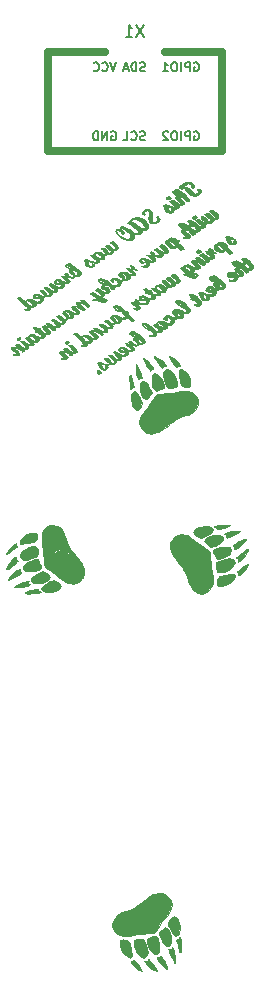
<source format=gbo>
G04 #@! TF.GenerationSoftware,KiCad,Pcbnew,(5.1.2)-1*
G04 #@! TF.CreationDate,2019-06-22T12:55:49-06:00*
G04 #@! TF.ProjectId,HtH_sao_prod,4874485f-7361-46f5-9f70-726f642e6b69,rev?*
G04 #@! TF.SameCoordinates,Original*
G04 #@! TF.FileFunction,Legend,Bot*
G04 #@! TF.FilePolarity,Positive*
%FSLAX46Y46*%
G04 Gerber Fmt 4.6, Leading zero omitted, Abs format (unit mm)*
G04 Created by KiCad (PCBNEW (5.1.2)-1) date 2019-06-22 12:55:49*
%MOMM*%
%LPD*%
G04 APERTURE LIST*
%ADD10C,0.700000*%
%ADD11C,0.010000*%
%ADD12C,0.150000*%
G04 APERTURE END LIST*
D10*
X160214000Y-66802000D02*
X160214000Y-58420000D01*
X145482000Y-66802000D02*
X160214000Y-66802000D01*
X145482000Y-58420000D02*
X145482000Y-66802000D01*
X160127640Y-58369200D02*
X155388000Y-58369200D01*
X150308000Y-58420000D02*
X145482000Y-58420000D01*
D11*
G36*
X152840731Y-135298962D02*
G01*
X152911841Y-135373223D01*
X153014480Y-135498506D01*
X153156838Y-135682445D01*
X153201684Y-135741234D01*
X153347297Y-135940490D01*
X153436778Y-136083527D01*
X153472417Y-136175408D01*
X153456499Y-136221200D01*
X153421790Y-136228667D01*
X153371110Y-136207378D01*
X153275277Y-136152792D01*
X153202038Y-136106930D01*
X153062019Y-136002657D01*
X152913550Y-135869875D01*
X152771238Y-135724581D01*
X152649690Y-135582772D01*
X152563512Y-135460445D01*
X152527310Y-135373596D01*
X152527000Y-135367643D01*
X152560732Y-135346293D01*
X152611767Y-135351959D01*
X152701385Y-135341173D01*
X152734670Y-135305979D01*
X152760335Y-135272973D01*
X152792959Y-135268089D01*
X152840731Y-135298962D01*
X152840731Y-135298962D01*
G37*
X152840731Y-135298962D02*
X152911841Y-135373223D01*
X153014480Y-135498506D01*
X153156838Y-135682445D01*
X153201684Y-135741234D01*
X153347297Y-135940490D01*
X153436778Y-136083527D01*
X153472417Y-136175408D01*
X153456499Y-136221200D01*
X153421790Y-136228667D01*
X153371110Y-136207378D01*
X153275277Y-136152792D01*
X153202038Y-136106930D01*
X153062019Y-136002657D01*
X152913550Y-135869875D01*
X152771238Y-135724581D01*
X152649690Y-135582772D01*
X152563512Y-135460445D01*
X152527310Y-135373596D01*
X152527000Y-135367643D01*
X152560732Y-135346293D01*
X152611767Y-135351959D01*
X152701385Y-135341173D01*
X152734670Y-135305979D01*
X152760335Y-135272973D01*
X152792959Y-135268089D01*
X152840731Y-135298962D01*
G36*
X154082043Y-135244314D02*
G01*
X154156182Y-135329156D01*
X154256799Y-135452045D01*
X154372147Y-135597830D01*
X154490477Y-135751363D01*
X154600041Y-135897495D01*
X154689091Y-136021077D01*
X154745878Y-136106960D01*
X154758669Y-136131462D01*
X154746918Y-136174622D01*
X154676582Y-136183119D01*
X154565424Y-136158894D01*
X154431203Y-136103887D01*
X154410834Y-136093447D01*
X154312442Y-136028475D01*
X154186023Y-135926848D01*
X154046915Y-135803316D01*
X153910458Y-135672628D01*
X153791990Y-135549536D01*
X153706852Y-135448787D01*
X153670382Y-135385133D01*
X153670000Y-135381088D01*
X153704325Y-135347524D01*
X153796166Y-135354317D01*
X153897876Y-135359158D01*
X153957141Y-135312934D01*
X153966989Y-135296108D01*
X154015992Y-135229891D01*
X154046131Y-135212667D01*
X154082043Y-135244314D01*
X154082043Y-135244314D01*
G37*
X154082043Y-135244314D02*
X154156182Y-135329156D01*
X154256799Y-135452045D01*
X154372147Y-135597830D01*
X154490477Y-135751363D01*
X154600041Y-135897495D01*
X154689091Y-136021077D01*
X154745878Y-136106960D01*
X154758669Y-136131462D01*
X154746918Y-136174622D01*
X154676582Y-136183119D01*
X154565424Y-136158894D01*
X154431203Y-136103887D01*
X154410834Y-136093447D01*
X154312442Y-136028475D01*
X154186023Y-135926848D01*
X154046915Y-135803316D01*
X153910458Y-135672628D01*
X153791990Y-135549536D01*
X153706852Y-135448787D01*
X153670382Y-135385133D01*
X153670000Y-135381088D01*
X153704325Y-135347524D01*
X153796166Y-135354317D01*
X153897876Y-135359158D01*
X153957141Y-135312934D01*
X153966989Y-135296108D01*
X154015992Y-135229891D01*
X154046131Y-135212667D01*
X154082043Y-135244314D01*
G36*
X155138908Y-134984736D02*
G01*
X155214949Y-135102353D01*
X155315469Y-135287847D01*
X155405396Y-135466121D01*
X155527392Y-135721063D01*
X155605027Y-135905799D01*
X155637821Y-136022532D01*
X155625295Y-136073464D01*
X155566969Y-136060799D01*
X155462362Y-135986739D01*
X155319290Y-135861160D01*
X155193685Y-135734399D01*
X155061829Y-135583680D01*
X154936546Y-135425974D01*
X154830658Y-135278250D01*
X154756990Y-135157478D01*
X154728362Y-135080627D01*
X154728334Y-135079104D01*
X154765176Y-135054081D01*
X154854064Y-135043341D01*
X154856662Y-135043334D01*
X154960487Y-135023474D01*
X155009358Y-134979834D01*
X155040943Y-134929407D01*
X155082516Y-134929064D01*
X155138908Y-134984736D01*
X155138908Y-134984736D01*
G37*
X155138908Y-134984736D02*
X155214949Y-135102353D01*
X155315469Y-135287847D01*
X155405396Y-135466121D01*
X155527392Y-135721063D01*
X155605027Y-135905799D01*
X155637821Y-136022532D01*
X155625295Y-136073464D01*
X155566969Y-136060799D01*
X155462362Y-135986739D01*
X155319290Y-135861160D01*
X155193685Y-135734399D01*
X155061829Y-135583680D01*
X154936546Y-135425974D01*
X154830658Y-135278250D01*
X154756990Y-135157478D01*
X154728362Y-135080627D01*
X154728334Y-135079104D01*
X154765176Y-135054081D01*
X154854064Y-135043341D01*
X154856662Y-135043334D01*
X154960487Y-135023474D01*
X155009358Y-134979834D01*
X155040943Y-134929407D01*
X155082516Y-134929064D01*
X155138908Y-134984736D01*
G36*
X156042763Y-134185624D02*
G01*
X156086286Y-134255575D01*
X156114864Y-134308969D01*
X156155778Y-134418293D01*
X156195142Y-134578228D01*
X156230521Y-134769386D01*
X156259480Y-134972384D01*
X156279583Y-135167836D01*
X156288397Y-135336356D01*
X156283485Y-135458560D01*
X156266010Y-135512257D01*
X156230855Y-135493355D01*
X156166857Y-135397349D01*
X156075216Y-135226294D01*
X155957757Y-134983588D01*
X155864783Y-134777212D01*
X155789582Y-134595349D01*
X155737871Y-134453022D01*
X155715361Y-134365253D01*
X155716046Y-134348124D01*
X155763818Y-134303559D01*
X155865400Y-134307664D01*
X155866178Y-134307819D01*
X155956486Y-134315926D01*
X155995899Y-134279926D01*
X156006724Y-134233000D01*
X156019950Y-134180704D01*
X156042763Y-134185624D01*
X156042763Y-134185624D01*
G37*
X156042763Y-134185624D02*
X156086286Y-134255575D01*
X156114864Y-134308969D01*
X156155778Y-134418293D01*
X156195142Y-134578228D01*
X156230521Y-134769386D01*
X156259480Y-134972384D01*
X156279583Y-135167836D01*
X156288397Y-135336356D01*
X156283485Y-135458560D01*
X156266010Y-135512257D01*
X156230855Y-135493355D01*
X156166857Y-135397349D01*
X156075216Y-135226294D01*
X155957757Y-134983588D01*
X155864783Y-134777212D01*
X155789582Y-134595349D01*
X155737871Y-134453022D01*
X155715361Y-134365253D01*
X155716046Y-134348124D01*
X155763818Y-134303559D01*
X155865400Y-134307664D01*
X155866178Y-134307819D01*
X155956486Y-134315926D01*
X155995899Y-134279926D01*
X156006724Y-134233000D01*
X156019950Y-134180704D01*
X156042763Y-134185624D01*
G36*
X151991803Y-133549414D02*
G01*
X152125259Y-133592031D01*
X152278203Y-133662963D01*
X152385730Y-133753499D01*
X152458083Y-133880536D01*
X152505504Y-134060970D01*
X152533491Y-134265497D01*
X152556319Y-134454718D01*
X152581870Y-134628834D01*
X152605626Y-134757986D01*
X152612070Y-134784792D01*
X152629588Y-134940465D01*
X152589548Y-135039462D01*
X152499974Y-135078652D01*
X152368893Y-135054904D01*
X152204329Y-134965090D01*
X152184979Y-134951370D01*
X151959395Y-134762052D01*
X151803480Y-134562958D01*
X151705962Y-134333273D01*
X151655567Y-134052179D01*
X151648303Y-133960439D01*
X151626708Y-133614293D01*
X151774773Y-133565427D01*
X151884900Y-133540275D01*
X151991803Y-133549414D01*
X151991803Y-133549414D01*
G37*
X151991803Y-133549414D02*
X152125259Y-133592031D01*
X152278203Y-133662963D01*
X152385730Y-133753499D01*
X152458083Y-133880536D01*
X152505504Y-134060970D01*
X152533491Y-134265497D01*
X152556319Y-134454718D01*
X152581870Y-134628834D01*
X152605626Y-134757986D01*
X152612070Y-134784792D01*
X152629588Y-134940465D01*
X152589548Y-135039462D01*
X152499974Y-135078652D01*
X152368893Y-135054904D01*
X152204329Y-134965090D01*
X152184979Y-134951370D01*
X151959395Y-134762052D01*
X151803480Y-134562958D01*
X151705962Y-134333273D01*
X151655567Y-134052179D01*
X151648303Y-133960439D01*
X151626708Y-133614293D01*
X151774773Y-133565427D01*
X151884900Y-133540275D01*
X151991803Y-133549414D01*
G36*
X153518001Y-133511897D02*
G01*
X153570186Y-133522800D01*
X153627395Y-133562564D01*
X153682570Y-133644818D01*
X153740044Y-133779744D01*
X153804149Y-133977522D01*
X153879217Y-134248332D01*
X153879672Y-134250056D01*
X153931846Y-134460383D01*
X153956778Y-134610153D01*
X153952785Y-134719524D01*
X153918188Y-134808657D01*
X153851305Y-134897708D01*
X153823041Y-134929228D01*
X153705424Y-135037480D01*
X153599672Y-135077082D01*
X153483382Y-135049407D01*
X153338501Y-134958993D01*
X153208424Y-134847100D01*
X153090463Y-134717314D01*
X153058326Y-134673189D01*
X152954482Y-134486033D01*
X152872225Y-134279400D01*
X152815145Y-134071280D01*
X152786832Y-133879663D01*
X152790876Y-133722541D01*
X152830868Y-133617903D01*
X152844890Y-133603677D01*
X152925531Y-133569233D01*
X153061993Y-133539618D01*
X153225446Y-133518047D01*
X153387059Y-133507735D01*
X153518001Y-133511897D01*
X153518001Y-133511897D01*
G37*
X153518001Y-133511897D02*
X153570186Y-133522800D01*
X153627395Y-133562564D01*
X153682570Y-133644818D01*
X153740044Y-133779744D01*
X153804149Y-133977522D01*
X153879217Y-134248332D01*
X153879672Y-134250056D01*
X153931846Y-134460383D01*
X153956778Y-134610153D01*
X153952785Y-134719524D01*
X153918188Y-134808657D01*
X153851305Y-134897708D01*
X153823041Y-134929228D01*
X153705424Y-135037480D01*
X153599672Y-135077082D01*
X153483382Y-135049407D01*
X153338501Y-134958993D01*
X153208424Y-134847100D01*
X153090463Y-134717314D01*
X153058326Y-134673189D01*
X152954482Y-134486033D01*
X152872225Y-134279400D01*
X152815145Y-134071280D01*
X152786832Y-133879663D01*
X152790876Y-133722541D01*
X152830868Y-133617903D01*
X152844890Y-133603677D01*
X152925531Y-133569233D01*
X153061993Y-133539618D01*
X153225446Y-133518047D01*
X153387059Y-133507735D01*
X153518001Y-133511897D01*
G36*
X154648239Y-133245934D02*
G01*
X154704928Y-133285770D01*
X154754538Y-133370168D01*
X154800869Y-133480907D01*
X154851229Y-133645960D01*
X154893030Y-133852380D01*
X154922985Y-134072886D01*
X154937807Y-134280199D01*
X154934209Y-134447041D01*
X154924483Y-134506729D01*
X154852652Y-134651499D01*
X154732311Y-134730998D01*
X154573687Y-134740934D01*
X154449714Y-134705985D01*
X154323752Y-134618594D01*
X154195560Y-134467720D01*
X154076599Y-134273436D01*
X153978328Y-134055813D01*
X153912208Y-133834920D01*
X153895445Y-133735241D01*
X153870104Y-133521281D01*
X154076969Y-133432615D01*
X154209560Y-133369595D01*
X154317389Y-133307603D01*
X154353957Y-133280497D01*
X154452954Y-133236526D01*
X154565624Y-133230606D01*
X154648239Y-133245934D01*
X154648239Y-133245934D01*
G37*
X154648239Y-133245934D02*
X154704928Y-133285770D01*
X154754538Y-133370168D01*
X154800869Y-133480907D01*
X154851229Y-133645960D01*
X154893030Y-133852380D01*
X154922985Y-134072886D01*
X154937807Y-134280199D01*
X154934209Y-134447041D01*
X154924483Y-134506729D01*
X154852652Y-134651499D01*
X154732311Y-134730998D01*
X154573687Y-134740934D01*
X154449714Y-134705985D01*
X154323752Y-134618594D01*
X154195560Y-134467720D01*
X154076599Y-134273436D01*
X153978328Y-134055813D01*
X153912208Y-133834920D01*
X153895445Y-133735241D01*
X153870104Y-133521281D01*
X154076969Y-133432615D01*
X154209560Y-133369595D01*
X154317389Y-133307603D01*
X154353957Y-133280497D01*
X154452954Y-133236526D01*
X154565624Y-133230606D01*
X154648239Y-133245934D01*
G36*
X156700466Y-133347025D02*
G01*
X156727787Y-133453358D01*
X156753985Y-133609051D01*
X156776682Y-133796489D01*
X156793499Y-133998058D01*
X156802059Y-134196144D01*
X156802667Y-134257738D01*
X156800094Y-134437666D01*
X156790586Y-134548021D01*
X156771461Y-134603790D01*
X156740038Y-134619962D01*
X156737838Y-134620000D01*
X156669580Y-134590492D01*
X156654790Y-134567084D01*
X156637240Y-134506948D01*
X156603274Y-134383404D01*
X156557921Y-134214950D01*
X156510392Y-134035941D01*
X156384213Y-133557716D01*
X156491703Y-133516848D01*
X156580484Y-133456859D01*
X156621201Y-133391824D01*
X156652079Y-133323531D01*
X156674400Y-133307667D01*
X156700466Y-133347025D01*
X156700466Y-133347025D01*
G37*
X156700466Y-133347025D02*
X156727787Y-133453358D01*
X156753985Y-133609051D01*
X156776682Y-133796489D01*
X156793499Y-133998058D01*
X156802059Y-134196144D01*
X156802667Y-134257738D01*
X156800094Y-134437666D01*
X156790586Y-134548021D01*
X156771461Y-134603790D01*
X156740038Y-134619962D01*
X156737838Y-134620000D01*
X156669580Y-134590492D01*
X156654790Y-134567084D01*
X156637240Y-134506948D01*
X156603274Y-134383404D01*
X156557921Y-134214950D01*
X156510392Y-134035941D01*
X156384213Y-133557716D01*
X156491703Y-133516848D01*
X156580484Y-133456859D01*
X156621201Y-133391824D01*
X156652079Y-133323531D01*
X156674400Y-133307667D01*
X156700466Y-133347025D01*
G36*
X155536502Y-132543045D02*
G01*
X155654957Y-132652355D01*
X155763814Y-132816524D01*
X155854537Y-133020815D01*
X155918591Y-133250489D01*
X155942248Y-133410286D01*
X155953813Y-133621642D01*
X155938570Y-133775049D01*
X155891173Y-133894456D01*
X155810876Y-133998883D01*
X155716349Y-134083073D01*
X155629650Y-134104936D01*
X155524272Y-134065680D01*
X155444418Y-134015563D01*
X155357350Y-133932090D01*
X155256298Y-133797822D01*
X155151871Y-133632248D01*
X155054682Y-133454857D01*
X154975342Y-133285138D01*
X154924461Y-133142581D01*
X154912650Y-133046673D01*
X154913845Y-133041078D01*
X154956356Y-132958240D01*
X155039379Y-132847003D01*
X155144888Y-132726630D01*
X155254859Y-132616387D01*
X155351267Y-132535539D01*
X155416087Y-132503349D01*
X155416984Y-132503334D01*
X155536502Y-132543045D01*
X155536502Y-132543045D01*
G37*
X155536502Y-132543045D02*
X155654957Y-132652355D01*
X155763814Y-132816524D01*
X155854537Y-133020815D01*
X155918591Y-133250489D01*
X155942248Y-133410286D01*
X155953813Y-133621642D01*
X155938570Y-133775049D01*
X155891173Y-133894456D01*
X155810876Y-133998883D01*
X155716349Y-134083073D01*
X155629650Y-134104936D01*
X155524272Y-134065680D01*
X155444418Y-134015563D01*
X155357350Y-133932090D01*
X155256298Y-133797822D01*
X155151871Y-133632248D01*
X155054682Y-133454857D01*
X154975342Y-133285138D01*
X154924461Y-133142581D01*
X154912650Y-133046673D01*
X154913845Y-133041078D01*
X154956356Y-132958240D01*
X155039379Y-132847003D01*
X155144888Y-132726630D01*
X155254859Y-132616387D01*
X155351267Y-132535539D01*
X155416087Y-132503349D01*
X155416984Y-132503334D01*
X155536502Y-132543045D01*
G36*
X155136084Y-129601293D02*
G01*
X155398440Y-129691896D01*
X155634293Y-129862218D01*
X155841544Y-130111423D01*
X155898430Y-130202467D01*
X155963223Y-130327546D01*
X155991749Y-130437772D01*
X155992335Y-130574354D01*
X155987037Y-130640930D01*
X155951589Y-130851981D01*
X155879716Y-131057900D01*
X155763711Y-131273087D01*
X155595867Y-131511944D01*
X155379470Y-131776119D01*
X155186822Y-132012764D01*
X155019071Y-132243440D01*
X154891575Y-132446493D01*
X154855334Y-132515038D01*
X154763936Y-132690413D01*
X154678040Y-132816115D01*
X154580756Y-132901567D01*
X154455191Y-132956194D01*
X154284455Y-132989417D01*
X154051655Y-133010662D01*
X153955943Y-133016795D01*
X153487479Y-133053827D01*
X153077318Y-133103877D01*
X152737125Y-133165458D01*
X152675167Y-133179838D01*
X152516233Y-133204986D01*
X152315046Y-133217937D01*
X152097249Y-133219170D01*
X151888488Y-133209161D01*
X151714407Y-133188387D01*
X151606377Y-133159940D01*
X151404793Y-133043358D01*
X151216105Y-132883773D01*
X151072169Y-132709008D01*
X151052288Y-132675990D01*
X151051128Y-132672667D01*
X153712334Y-132672667D01*
X153727823Y-132707512D01*
X153740556Y-132700889D01*
X153745622Y-132650649D01*
X153740556Y-132644445D01*
X153715389Y-132650256D01*
X153712334Y-132672667D01*
X151051128Y-132672667D01*
X151035382Y-132627577D01*
X153892046Y-132627577D01*
X153897837Y-132630334D01*
X153936469Y-132600532D01*
X153945167Y-132588000D01*
X153955954Y-132548423D01*
X153950164Y-132545667D01*
X153911531Y-132575469D01*
X153902834Y-132588000D01*
X153892046Y-132627577D01*
X151035382Y-132627577D01*
X150999385Y-132524500D01*
X153754667Y-132524500D01*
X153775834Y-132545667D01*
X153797000Y-132524500D01*
X153775834Y-132503334D01*
X153754667Y-132524500D01*
X150999385Y-132524500D01*
X150984602Y-132482167D01*
X153966334Y-132482167D01*
X153987500Y-132503334D01*
X154008667Y-132482167D01*
X153987500Y-132461000D01*
X153966334Y-132482167D01*
X150984602Y-132482167D01*
X150975745Y-132456807D01*
X150974750Y-132397500D01*
X153798297Y-132397500D01*
X153804692Y-132453036D01*
X153831589Y-132430342D01*
X153839334Y-132418667D01*
X153847228Y-132397130D01*
X154024096Y-132397130D01*
X154032191Y-132403788D01*
X154058346Y-132376334D01*
X154139254Y-132293193D01*
X154175508Y-132259917D01*
X154214387Y-132218050D01*
X154183433Y-132207133D01*
X154171720Y-132207000D01*
X154109805Y-132241967D01*
X154054558Y-132323417D01*
X154024096Y-132397130D01*
X153847228Y-132397130D01*
X153874658Y-132322297D01*
X153880370Y-132270500D01*
X153873975Y-132214965D01*
X153847078Y-132237658D01*
X153839334Y-132249334D01*
X153804009Y-132345703D01*
X153798297Y-132397500D01*
X150974750Y-132397500D01*
X150971668Y-132213935D01*
X150980811Y-132178778D01*
X154276778Y-132178778D01*
X154282589Y-132203945D01*
X154305000Y-132207000D01*
X154339845Y-132191511D01*
X154333222Y-132178778D01*
X154282983Y-132173711D01*
X154276778Y-132178778D01*
X150980811Y-132178778D01*
X150984719Y-132163752D01*
X154394156Y-132163752D01*
X154396075Y-132164667D01*
X154436339Y-132136965D01*
X154506797Y-132069231D01*
X154516667Y-132058834D01*
X154577067Y-131988882D01*
X154596845Y-131953915D01*
X154594925Y-131953000D01*
X154554661Y-131980702D01*
X154484204Y-132048436D01*
X154474334Y-132058834D01*
X154413934Y-132128785D01*
X154394156Y-132163752D01*
X150984719Y-132163752D01*
X151001915Y-132097639D01*
X153758009Y-132097639D01*
X153765792Y-132152546D01*
X153780243Y-132153202D01*
X153790349Y-132096543D01*
X153783585Y-132072063D01*
X153764788Y-132056028D01*
X153758009Y-132097639D01*
X151001915Y-132097639D01*
X151037135Y-131962229D01*
X151076236Y-131889500D01*
X153140834Y-131889500D01*
X153221478Y-131984750D01*
X153296536Y-132064740D01*
X153329227Y-132076289D01*
X153331334Y-132065395D01*
X153302785Y-132030822D01*
X153283163Y-132012972D01*
X153377009Y-132012972D01*
X153384792Y-132067879D01*
X153399243Y-132068535D01*
X153409349Y-132011876D01*
X153402585Y-131987396D01*
X153387078Y-131974167D01*
X153712334Y-131974167D01*
X153733500Y-131995334D01*
X153754667Y-131974167D01*
X153733500Y-131953000D01*
X153712334Y-131974167D01*
X153387078Y-131974167D01*
X153383788Y-131971361D01*
X153377009Y-132012972D01*
X153283163Y-132012972D01*
X153236084Y-131970145D01*
X153140834Y-131889500D01*
X153331334Y-131889500D01*
X153352500Y-131910667D01*
X153373667Y-131889500D01*
X153627667Y-131889500D01*
X153648834Y-131910667D01*
X153670000Y-131889500D01*
X153648834Y-131868334D01*
X153627667Y-131889500D01*
X153373667Y-131889500D01*
X153352500Y-131868334D01*
X153331334Y-131889500D01*
X153140834Y-131889500D01*
X151076236Y-131889500D01*
X151169226Y-131716541D01*
X151265027Y-131594096D01*
X151345996Y-131505866D01*
X153035000Y-131505866D01*
X153046091Y-131628628D01*
X153073804Y-131748665D01*
X153109802Y-131837806D01*
X153142284Y-131868334D01*
X153146432Y-131847167D01*
X153543000Y-131847167D01*
X153564167Y-131868334D01*
X153585334Y-131847167D01*
X153564167Y-131826000D01*
X153543000Y-131847167D01*
X153146432Y-131847167D01*
X153147700Y-131840699D01*
X153137908Y-131821267D01*
X153141903Y-131762089D01*
X153167160Y-131737249D01*
X153194763Y-131711135D01*
X154481157Y-131711135D01*
X154491458Y-131734793D01*
X154534083Y-131780239D01*
X154558588Y-131770917D01*
X154559000Y-131764999D01*
X154528932Y-131729192D01*
X154510126Y-131716124D01*
X154481157Y-131711135D01*
X153194763Y-131711135D01*
X153198520Y-131707581D01*
X153151417Y-131699648D01*
X153102452Y-131680551D01*
X153088387Y-131635500D01*
X154305000Y-131635500D01*
X154326167Y-131656667D01*
X154347334Y-131635500D01*
X154326167Y-131614334D01*
X154305000Y-131635500D01*
X153088387Y-131635500D01*
X153080786Y-131611154D01*
X153077334Y-131525434D01*
X153090419Y-131399730D01*
X153141526Y-131297817D01*
X153217945Y-131212167D01*
X154093334Y-131212167D01*
X154114500Y-131233334D01*
X154135667Y-131212167D01*
X154114500Y-131191000D01*
X154093334Y-131212167D01*
X153217945Y-131212167D01*
X153225500Y-131203700D01*
X153311585Y-131103675D01*
X153363308Y-131016522D01*
X153370325Y-130985684D01*
X153363137Y-130941029D01*
X153343263Y-130978694D01*
X153343021Y-130979334D01*
X153301897Y-131046828D01*
X153224428Y-131146691D01*
X153177030Y-131201705D01*
X153075038Y-131342192D01*
X153036318Y-131473534D01*
X153035000Y-131505866D01*
X151345996Y-131505866D01*
X151352536Y-131498740D01*
X151434734Y-131423741D01*
X151527256Y-131360635D01*
X151645739Y-131300958D01*
X151805822Y-131236246D01*
X152023140Y-131158035D01*
X152155340Y-131112191D01*
X152433929Y-131013346D01*
X152653606Y-130926127D01*
X152836651Y-130838170D01*
X153005350Y-130737109D01*
X153181983Y-130610580D01*
X153388835Y-130446218D01*
X153458334Y-130389152D01*
X153726439Y-130171374D01*
X153944492Y-130002745D01*
X154124717Y-129875055D01*
X154279341Y-129780094D01*
X154420588Y-129709652D01*
X154540253Y-129662574D01*
X154849323Y-129591241D01*
X155136084Y-129601293D01*
X155136084Y-129601293D01*
G37*
X155136084Y-129601293D02*
X155398440Y-129691896D01*
X155634293Y-129862218D01*
X155841544Y-130111423D01*
X155898430Y-130202467D01*
X155963223Y-130327546D01*
X155991749Y-130437772D01*
X155992335Y-130574354D01*
X155987037Y-130640930D01*
X155951589Y-130851981D01*
X155879716Y-131057900D01*
X155763711Y-131273087D01*
X155595867Y-131511944D01*
X155379470Y-131776119D01*
X155186822Y-132012764D01*
X155019071Y-132243440D01*
X154891575Y-132446493D01*
X154855334Y-132515038D01*
X154763936Y-132690413D01*
X154678040Y-132816115D01*
X154580756Y-132901567D01*
X154455191Y-132956194D01*
X154284455Y-132989417D01*
X154051655Y-133010662D01*
X153955943Y-133016795D01*
X153487479Y-133053827D01*
X153077318Y-133103877D01*
X152737125Y-133165458D01*
X152675167Y-133179838D01*
X152516233Y-133204986D01*
X152315046Y-133217937D01*
X152097249Y-133219170D01*
X151888488Y-133209161D01*
X151714407Y-133188387D01*
X151606377Y-133159940D01*
X151404793Y-133043358D01*
X151216105Y-132883773D01*
X151072169Y-132709008D01*
X151052288Y-132675990D01*
X151051128Y-132672667D01*
X153712334Y-132672667D01*
X153727823Y-132707512D01*
X153740556Y-132700889D01*
X153745622Y-132650649D01*
X153740556Y-132644445D01*
X153715389Y-132650256D01*
X153712334Y-132672667D01*
X151051128Y-132672667D01*
X151035382Y-132627577D01*
X153892046Y-132627577D01*
X153897837Y-132630334D01*
X153936469Y-132600532D01*
X153945167Y-132588000D01*
X153955954Y-132548423D01*
X153950164Y-132545667D01*
X153911531Y-132575469D01*
X153902834Y-132588000D01*
X153892046Y-132627577D01*
X151035382Y-132627577D01*
X150999385Y-132524500D01*
X153754667Y-132524500D01*
X153775834Y-132545667D01*
X153797000Y-132524500D01*
X153775834Y-132503334D01*
X153754667Y-132524500D01*
X150999385Y-132524500D01*
X150984602Y-132482167D01*
X153966334Y-132482167D01*
X153987500Y-132503334D01*
X154008667Y-132482167D01*
X153987500Y-132461000D01*
X153966334Y-132482167D01*
X150984602Y-132482167D01*
X150975745Y-132456807D01*
X150974750Y-132397500D01*
X153798297Y-132397500D01*
X153804692Y-132453036D01*
X153831589Y-132430342D01*
X153839334Y-132418667D01*
X153847228Y-132397130D01*
X154024096Y-132397130D01*
X154032191Y-132403788D01*
X154058346Y-132376334D01*
X154139254Y-132293193D01*
X154175508Y-132259917D01*
X154214387Y-132218050D01*
X154183433Y-132207133D01*
X154171720Y-132207000D01*
X154109805Y-132241967D01*
X154054558Y-132323417D01*
X154024096Y-132397130D01*
X153847228Y-132397130D01*
X153874658Y-132322297D01*
X153880370Y-132270500D01*
X153873975Y-132214965D01*
X153847078Y-132237658D01*
X153839334Y-132249334D01*
X153804009Y-132345703D01*
X153798297Y-132397500D01*
X150974750Y-132397500D01*
X150971668Y-132213935D01*
X150980811Y-132178778D01*
X154276778Y-132178778D01*
X154282589Y-132203945D01*
X154305000Y-132207000D01*
X154339845Y-132191511D01*
X154333222Y-132178778D01*
X154282983Y-132173711D01*
X154276778Y-132178778D01*
X150980811Y-132178778D01*
X150984719Y-132163752D01*
X154394156Y-132163752D01*
X154396075Y-132164667D01*
X154436339Y-132136965D01*
X154506797Y-132069231D01*
X154516667Y-132058834D01*
X154577067Y-131988882D01*
X154596845Y-131953915D01*
X154594925Y-131953000D01*
X154554661Y-131980702D01*
X154484204Y-132048436D01*
X154474334Y-132058834D01*
X154413934Y-132128785D01*
X154394156Y-132163752D01*
X150984719Y-132163752D01*
X151001915Y-132097639D01*
X153758009Y-132097639D01*
X153765792Y-132152546D01*
X153780243Y-132153202D01*
X153790349Y-132096543D01*
X153783585Y-132072063D01*
X153764788Y-132056028D01*
X153758009Y-132097639D01*
X151001915Y-132097639D01*
X151037135Y-131962229D01*
X151076236Y-131889500D01*
X153140834Y-131889500D01*
X153221478Y-131984750D01*
X153296536Y-132064740D01*
X153329227Y-132076289D01*
X153331334Y-132065395D01*
X153302785Y-132030822D01*
X153283163Y-132012972D01*
X153377009Y-132012972D01*
X153384792Y-132067879D01*
X153399243Y-132068535D01*
X153409349Y-132011876D01*
X153402585Y-131987396D01*
X153387078Y-131974167D01*
X153712334Y-131974167D01*
X153733500Y-131995334D01*
X153754667Y-131974167D01*
X153733500Y-131953000D01*
X153712334Y-131974167D01*
X153387078Y-131974167D01*
X153383788Y-131971361D01*
X153377009Y-132012972D01*
X153283163Y-132012972D01*
X153236084Y-131970145D01*
X153140834Y-131889500D01*
X153331334Y-131889500D01*
X153352500Y-131910667D01*
X153373667Y-131889500D01*
X153627667Y-131889500D01*
X153648834Y-131910667D01*
X153670000Y-131889500D01*
X153648834Y-131868334D01*
X153627667Y-131889500D01*
X153373667Y-131889500D01*
X153352500Y-131868334D01*
X153331334Y-131889500D01*
X153140834Y-131889500D01*
X151076236Y-131889500D01*
X151169226Y-131716541D01*
X151265027Y-131594096D01*
X151345996Y-131505866D01*
X153035000Y-131505866D01*
X153046091Y-131628628D01*
X153073804Y-131748665D01*
X153109802Y-131837806D01*
X153142284Y-131868334D01*
X153146432Y-131847167D01*
X153543000Y-131847167D01*
X153564167Y-131868334D01*
X153585334Y-131847167D01*
X153564167Y-131826000D01*
X153543000Y-131847167D01*
X153146432Y-131847167D01*
X153147700Y-131840699D01*
X153137908Y-131821267D01*
X153141903Y-131762089D01*
X153167160Y-131737249D01*
X153194763Y-131711135D01*
X154481157Y-131711135D01*
X154491458Y-131734793D01*
X154534083Y-131780239D01*
X154558588Y-131770917D01*
X154559000Y-131764999D01*
X154528932Y-131729192D01*
X154510126Y-131716124D01*
X154481157Y-131711135D01*
X153194763Y-131711135D01*
X153198520Y-131707581D01*
X153151417Y-131699648D01*
X153102452Y-131680551D01*
X153088387Y-131635500D01*
X154305000Y-131635500D01*
X154326167Y-131656667D01*
X154347334Y-131635500D01*
X154326167Y-131614334D01*
X154305000Y-131635500D01*
X153088387Y-131635500D01*
X153080786Y-131611154D01*
X153077334Y-131525434D01*
X153090419Y-131399730D01*
X153141526Y-131297817D01*
X153217945Y-131212167D01*
X154093334Y-131212167D01*
X154114500Y-131233334D01*
X154135667Y-131212167D01*
X154114500Y-131191000D01*
X154093334Y-131212167D01*
X153217945Y-131212167D01*
X153225500Y-131203700D01*
X153311585Y-131103675D01*
X153363308Y-131016522D01*
X153370325Y-130985684D01*
X153363137Y-130941029D01*
X153343263Y-130978694D01*
X153343021Y-130979334D01*
X153301897Y-131046828D01*
X153224428Y-131146691D01*
X153177030Y-131201705D01*
X153075038Y-131342192D01*
X153036318Y-131473534D01*
X153035000Y-131505866D01*
X151345996Y-131505866D01*
X151352536Y-131498740D01*
X151434734Y-131423741D01*
X151527256Y-131360635D01*
X151645739Y-131300958D01*
X151805822Y-131236246D01*
X152023140Y-131158035D01*
X152155340Y-131112191D01*
X152433929Y-131013346D01*
X152653606Y-130926127D01*
X152836651Y-130838170D01*
X153005350Y-130737109D01*
X153181983Y-130610580D01*
X153388835Y-130446218D01*
X153458334Y-130389152D01*
X153726439Y-130171374D01*
X153944492Y-130002745D01*
X154124717Y-129875055D01*
X154279341Y-129780094D01*
X154420588Y-129709652D01*
X154540253Y-129662574D01*
X154849323Y-129591241D01*
X155136084Y-129601293D01*
G36*
X156279965Y-131594844D02*
G01*
X156368903Y-131676679D01*
X156402381Y-131718870D01*
X156518238Y-131915639D01*
X156603962Y-132150749D01*
X156656705Y-132402619D01*
X156673622Y-132649667D01*
X156651864Y-132870314D01*
X156588584Y-133042977D01*
X156579049Y-133057990D01*
X156466888Y-133173633D01*
X156342990Y-133217129D01*
X156222897Y-133184934D01*
X156178594Y-133149260D01*
X156116459Y-133068910D01*
X156034177Y-132938282D01*
X155942364Y-132777451D01*
X155851640Y-132606491D01*
X155772622Y-132445476D01*
X155715928Y-132314480D01*
X155692177Y-132233577D01*
X155692018Y-132229365D01*
X155717394Y-132128675D01*
X155781684Y-131992558D01*
X155868693Y-131847166D01*
X155962225Y-131718651D01*
X156046084Y-131633163D01*
X156070621Y-131618032D01*
X156189933Y-131578151D01*
X156279965Y-131594844D01*
X156279965Y-131594844D01*
G37*
X156279965Y-131594844D02*
X156368903Y-131676679D01*
X156402381Y-131718870D01*
X156518238Y-131915639D01*
X156603962Y-132150749D01*
X156656705Y-132402619D01*
X156673622Y-132649667D01*
X156651864Y-132870314D01*
X156588584Y-133042977D01*
X156579049Y-133057990D01*
X156466888Y-133173633D01*
X156342990Y-133217129D01*
X156222897Y-133184934D01*
X156178594Y-133149260D01*
X156116459Y-133068910D01*
X156034177Y-132938282D01*
X155942364Y-132777451D01*
X155851640Y-132606491D01*
X155772622Y-132445476D01*
X155715928Y-132314480D01*
X155692177Y-132233577D01*
X155692018Y-132229365D01*
X155717394Y-132128675D01*
X155781684Y-131992558D01*
X155868693Y-131847166D01*
X155962225Y-131718651D01*
X156046084Y-131633163D01*
X156070621Y-131618032D01*
X156189933Y-131578151D01*
X156279965Y-131594844D01*
G36*
X144644194Y-103879147D02*
G01*
X144653000Y-103929662D01*
X144680287Y-104008723D01*
X144716500Y-104035495D01*
X144815303Y-104066617D01*
X144849559Y-104077497D01*
X144896410Y-104099914D01*
X144885828Y-104122076D01*
X144810871Y-104146365D01*
X144664599Y-104175166D01*
X144477708Y-104205172D01*
X144167172Y-104244022D01*
X143904734Y-104259703D01*
X143703442Y-104251714D01*
X143626417Y-104237819D01*
X143559412Y-104197674D01*
X143564111Y-104142554D01*
X143633199Y-104087880D01*
X143711084Y-104059380D01*
X143975743Y-103991024D01*
X144210183Y-103932226D01*
X144401724Y-103886040D01*
X144537687Y-103855519D01*
X144605392Y-103843714D01*
X144607137Y-103843667D01*
X144644194Y-103879147D01*
X144644194Y-103879147D01*
G37*
X144644194Y-103879147D02*
X144653000Y-103929662D01*
X144680287Y-104008723D01*
X144716500Y-104035495D01*
X144815303Y-104066617D01*
X144849559Y-104077497D01*
X144896410Y-104099914D01*
X144885828Y-104122076D01*
X144810871Y-104146365D01*
X144664599Y-104175166D01*
X144477708Y-104205172D01*
X144167172Y-104244022D01*
X143904734Y-104259703D01*
X143703442Y-104251714D01*
X143626417Y-104237819D01*
X143559412Y-104197674D01*
X143564111Y-104142554D01*
X143633199Y-104087880D01*
X143711084Y-104059380D01*
X143975743Y-103991024D01*
X144210183Y-103932226D01*
X144401724Y-103886040D01*
X144537687Y-103855519D01*
X144605392Y-103843714D01*
X144607137Y-103843667D01*
X144644194Y-103879147D01*
G36*
X156906276Y-99240888D02*
G01*
X157100876Y-99268586D01*
X157279260Y-99322054D01*
X157458169Y-99410030D01*
X157654346Y-99541251D01*
X157884532Y-99724455D01*
X157966834Y-99794391D01*
X158207639Y-99988623D01*
X158458801Y-100169345D01*
X158690916Y-100315794D01*
X158756888Y-100352304D01*
X158966515Y-100472183D01*
X159108912Y-100582639D01*
X159196567Y-100702777D01*
X159241964Y-100851703D01*
X159257592Y-101048521D01*
X159258342Y-101119565D01*
X159266013Y-101307592D01*
X159286414Y-101550740D01*
X159316158Y-101821009D01*
X159351859Y-102090401D01*
X159390132Y-102330918D01*
X159426515Y-102510167D01*
X159444581Y-102627129D01*
X159458841Y-102800043D01*
X159467262Y-103000209D01*
X159468657Y-103105129D01*
X159467385Y-103303924D01*
X159459388Y-103441479D01*
X159440081Y-103541194D01*
X159404882Y-103626468D01*
X159349206Y-103720702D01*
X159347567Y-103723288D01*
X159160626Y-103969320D01*
X158959305Y-104144500D01*
X158750525Y-104243857D01*
X158592610Y-104265618D01*
X158485293Y-104250941D01*
X158339795Y-104214917D01*
X158250677Y-104186811D01*
X158022110Y-104085654D01*
X157832703Y-103948224D01*
X157673564Y-103763375D01*
X157535801Y-103519965D01*
X157410523Y-103206848D01*
X157368917Y-103081667D01*
X157273448Y-102800205D01*
X157177585Y-102563769D01*
X157069279Y-102351053D01*
X156960572Y-102178902D01*
X157670752Y-102178902D01*
X157731553Y-102183681D01*
X157767437Y-102185550D01*
X157897225Y-102170324D01*
X158040122Y-102123658D01*
X158066602Y-102111094D01*
X158183289Y-102041332D01*
X158273143Y-101970098D01*
X158287166Y-101954836D01*
X158303717Y-101923346D01*
X158257483Y-101947436D01*
X158213306Y-101978610D01*
X158109220Y-102036991D01*
X158024500Y-102054404D01*
X158012223Y-102051531D01*
X157955288Y-102055125D01*
X157945667Y-102085607D01*
X157905799Y-102133020D01*
X157793753Y-102161079D01*
X157786917Y-102161828D01*
X157688211Y-102172830D01*
X157670752Y-102178902D01*
X156960572Y-102178902D01*
X156936479Y-102140748D01*
X156927923Y-102129167D01*
X157564667Y-102129167D01*
X157585834Y-102150334D01*
X157607000Y-102129167D01*
X157585834Y-102108000D01*
X157564667Y-102129167D01*
X156927923Y-102129167D01*
X156787411Y-101938988D01*
X157355773Y-101938988D01*
X157366285Y-101960911D01*
X157389934Y-101991584D01*
X157451724Y-102057398D01*
X157479305Y-102057112D01*
X157480000Y-102049684D01*
X157451071Y-102014346D01*
X157405917Y-101975600D01*
X157355773Y-101938988D01*
X156787411Y-101938988D01*
X156767135Y-101911546D01*
X156746685Y-101886212D01*
X157244361Y-101886212D01*
X157285972Y-101892991D01*
X157340879Y-101885208D01*
X157341334Y-101875167D01*
X158115000Y-101875167D01*
X158136167Y-101896334D01*
X158157334Y-101875167D01*
X158136167Y-101854000D01*
X158115000Y-101875167D01*
X157341334Y-101875167D01*
X157341535Y-101870757D01*
X157284876Y-101860651D01*
X157260396Y-101867415D01*
X157244361Y-101886212D01*
X156746685Y-101886212D01*
X156703597Y-101832834D01*
X158199667Y-101832834D01*
X158220834Y-101854000D01*
X158242000Y-101832834D01*
X158220834Y-101811667D01*
X158199667Y-101832834D01*
X156703597Y-101832834D01*
X156601079Y-101705834D01*
X157099000Y-101705834D01*
X157120167Y-101727000D01*
X157141334Y-101705834D01*
X157120167Y-101684667D01*
X158072667Y-101684667D01*
X158088156Y-101719512D01*
X158100889Y-101712889D01*
X158105956Y-101662649D01*
X158100889Y-101656445D01*
X158075722Y-101662256D01*
X158072667Y-101684667D01*
X157120167Y-101684667D01*
X157099000Y-101705834D01*
X156601079Y-101705834D01*
X156566905Y-101663500D01*
X156499590Y-101578834D01*
X157099000Y-101578834D01*
X157120167Y-101600000D01*
X157141334Y-101578834D01*
X158115000Y-101578834D01*
X158136167Y-101600000D01*
X158157334Y-101578834D01*
X158136167Y-101557667D01*
X158115000Y-101578834D01*
X157141334Y-101578834D01*
X157120167Y-101557667D01*
X157099000Y-101578834D01*
X156499590Y-101578834D01*
X156432275Y-101494167D01*
X158919334Y-101494167D01*
X158940500Y-101515334D01*
X158961667Y-101494167D01*
X158940500Y-101473000D01*
X158919334Y-101494167D01*
X156432275Y-101494167D01*
X156405439Y-101460415D01*
X158268432Y-101460415D01*
X158326667Y-101466316D01*
X158386765Y-101459663D01*
X158382941Y-101451834D01*
X158792334Y-101451834D01*
X158813500Y-101473000D01*
X158834667Y-101451834D01*
X158813500Y-101430667D01*
X158792334Y-101451834D01*
X158382941Y-101451834D01*
X158379584Y-101444964D01*
X158292912Y-101439372D01*
X158273750Y-101444964D01*
X158268432Y-101460415D01*
X156405439Y-101460415D01*
X156330418Y-101366056D01*
X158513748Y-101366056D01*
X158517167Y-101388334D01*
X158574908Y-101419687D01*
X158657249Y-101430019D01*
X158729766Y-101423657D01*
X158726097Y-101401464D01*
X158707667Y-101388334D01*
X158629572Y-101355746D01*
X158554980Y-101348320D01*
X158513748Y-101366056D01*
X156330418Y-101366056D01*
X156319404Y-101352204D01*
X156270190Y-101282500D01*
X158792334Y-101282500D01*
X158813500Y-101303667D01*
X158834667Y-101282500D01*
X158813500Y-101261334D01*
X158792334Y-101282500D01*
X156270190Y-101282500D01*
X156204034Y-101188801D01*
X158672157Y-101188801D01*
X158682458Y-101212459D01*
X158725083Y-101257906D01*
X158749588Y-101248583D01*
X158750000Y-101242665D01*
X158719932Y-101206859D01*
X158701126Y-101193791D01*
X158672157Y-101188801D01*
X156204034Y-101188801D01*
X156180521Y-101155500D01*
X158580667Y-101155500D01*
X158601834Y-101176667D01*
X158623000Y-101155500D01*
X158601834Y-101134334D01*
X158580667Y-101155500D01*
X156180521Y-101155500D01*
X156130325Y-101084407D01*
X156122438Y-101070834D01*
X157480000Y-101070834D01*
X157501167Y-101092000D01*
X157522334Y-101070834D01*
X157501167Y-101049667D01*
X157480000Y-101070834D01*
X156122438Y-101070834D01*
X156097836Y-101028500D01*
X157564667Y-101028500D01*
X157585834Y-101049667D01*
X157603909Y-101031591D01*
X158459620Y-101031591D01*
X158480568Y-101099080D01*
X158511106Y-101134306D01*
X158511875Y-101134334D01*
X158517671Y-101100066D01*
X158507827Y-101047988D01*
X158481862Y-100987996D01*
X158464227Y-100982662D01*
X158459620Y-101031591D01*
X157603909Y-101031591D01*
X157607000Y-101028500D01*
X157585834Y-101007334D01*
X157564667Y-101028500D01*
X156097836Y-101028500D01*
X155993464Y-100848908D01*
X155954829Y-100757728D01*
X158341339Y-100757728D01*
X158342671Y-100773233D01*
X158373250Y-100825492D01*
X158421447Y-100887939D01*
X158449544Y-100898567D01*
X158438602Y-100858256D01*
X158393499Y-100805242D01*
X158341339Y-100757728D01*
X155954829Y-100757728D01*
X155947885Y-100741342D01*
X157954077Y-100741342D01*
X157956467Y-100753334D01*
X157997521Y-100725057D01*
X158030334Y-100689834D01*
X158064257Y-100638325D01*
X158061867Y-100626334D01*
X158020813Y-100654610D01*
X157988000Y-100689834D01*
X157954077Y-100741342D01*
X155947885Y-100741342D01*
X155902616Y-100634508D01*
X155895103Y-100604401D01*
X158137592Y-100604401D01*
X158180992Y-100646154D01*
X158260480Y-100700843D01*
X158278284Y-100698157D01*
X158242000Y-100647500D01*
X158176766Y-100594059D01*
X158144059Y-100584000D01*
X158137592Y-100604401D01*
X155895103Y-100604401D01*
X155851578Y-100430008D01*
X155841486Y-100354074D01*
X155850349Y-100076877D01*
X155938520Y-99824501D01*
X156108107Y-99591157D01*
X156126145Y-99572220D01*
X156335676Y-99388639D01*
X156542562Y-99279635D01*
X156764641Y-99237633D01*
X156906276Y-99240888D01*
X156906276Y-99240888D01*
G37*
X156906276Y-99240888D02*
X157100876Y-99268586D01*
X157279260Y-99322054D01*
X157458169Y-99410030D01*
X157654346Y-99541251D01*
X157884532Y-99724455D01*
X157966834Y-99794391D01*
X158207639Y-99988623D01*
X158458801Y-100169345D01*
X158690916Y-100315794D01*
X158756888Y-100352304D01*
X158966515Y-100472183D01*
X159108912Y-100582639D01*
X159196567Y-100702777D01*
X159241964Y-100851703D01*
X159257592Y-101048521D01*
X159258342Y-101119565D01*
X159266013Y-101307592D01*
X159286414Y-101550740D01*
X159316158Y-101821009D01*
X159351859Y-102090401D01*
X159390132Y-102330918D01*
X159426515Y-102510167D01*
X159444581Y-102627129D01*
X159458841Y-102800043D01*
X159467262Y-103000209D01*
X159468657Y-103105129D01*
X159467385Y-103303924D01*
X159459388Y-103441479D01*
X159440081Y-103541194D01*
X159404882Y-103626468D01*
X159349206Y-103720702D01*
X159347567Y-103723288D01*
X159160626Y-103969320D01*
X158959305Y-104144500D01*
X158750525Y-104243857D01*
X158592610Y-104265618D01*
X158485293Y-104250941D01*
X158339795Y-104214917D01*
X158250677Y-104186811D01*
X158022110Y-104085654D01*
X157832703Y-103948224D01*
X157673564Y-103763375D01*
X157535801Y-103519965D01*
X157410523Y-103206848D01*
X157368917Y-103081667D01*
X157273448Y-102800205D01*
X157177585Y-102563769D01*
X157069279Y-102351053D01*
X156960572Y-102178902D01*
X157670752Y-102178902D01*
X157731553Y-102183681D01*
X157767437Y-102185550D01*
X157897225Y-102170324D01*
X158040122Y-102123658D01*
X158066602Y-102111094D01*
X158183289Y-102041332D01*
X158273143Y-101970098D01*
X158287166Y-101954836D01*
X158303717Y-101923346D01*
X158257483Y-101947436D01*
X158213306Y-101978610D01*
X158109220Y-102036991D01*
X158024500Y-102054404D01*
X158012223Y-102051531D01*
X157955288Y-102055125D01*
X157945667Y-102085607D01*
X157905799Y-102133020D01*
X157793753Y-102161079D01*
X157786917Y-102161828D01*
X157688211Y-102172830D01*
X157670752Y-102178902D01*
X156960572Y-102178902D01*
X156936479Y-102140748D01*
X156927923Y-102129167D01*
X157564667Y-102129167D01*
X157585834Y-102150334D01*
X157607000Y-102129167D01*
X157585834Y-102108000D01*
X157564667Y-102129167D01*
X156927923Y-102129167D01*
X156787411Y-101938988D01*
X157355773Y-101938988D01*
X157366285Y-101960911D01*
X157389934Y-101991584D01*
X157451724Y-102057398D01*
X157479305Y-102057112D01*
X157480000Y-102049684D01*
X157451071Y-102014346D01*
X157405917Y-101975600D01*
X157355773Y-101938988D01*
X156787411Y-101938988D01*
X156767135Y-101911546D01*
X156746685Y-101886212D01*
X157244361Y-101886212D01*
X157285972Y-101892991D01*
X157340879Y-101885208D01*
X157341334Y-101875167D01*
X158115000Y-101875167D01*
X158136167Y-101896334D01*
X158157334Y-101875167D01*
X158136167Y-101854000D01*
X158115000Y-101875167D01*
X157341334Y-101875167D01*
X157341535Y-101870757D01*
X157284876Y-101860651D01*
X157260396Y-101867415D01*
X157244361Y-101886212D01*
X156746685Y-101886212D01*
X156703597Y-101832834D01*
X158199667Y-101832834D01*
X158220834Y-101854000D01*
X158242000Y-101832834D01*
X158220834Y-101811667D01*
X158199667Y-101832834D01*
X156703597Y-101832834D01*
X156601079Y-101705834D01*
X157099000Y-101705834D01*
X157120167Y-101727000D01*
X157141334Y-101705834D01*
X157120167Y-101684667D01*
X158072667Y-101684667D01*
X158088156Y-101719512D01*
X158100889Y-101712889D01*
X158105956Y-101662649D01*
X158100889Y-101656445D01*
X158075722Y-101662256D01*
X158072667Y-101684667D01*
X157120167Y-101684667D01*
X157099000Y-101705834D01*
X156601079Y-101705834D01*
X156566905Y-101663500D01*
X156499590Y-101578834D01*
X157099000Y-101578834D01*
X157120167Y-101600000D01*
X157141334Y-101578834D01*
X158115000Y-101578834D01*
X158136167Y-101600000D01*
X158157334Y-101578834D01*
X158136167Y-101557667D01*
X158115000Y-101578834D01*
X157141334Y-101578834D01*
X157120167Y-101557667D01*
X157099000Y-101578834D01*
X156499590Y-101578834D01*
X156432275Y-101494167D01*
X158919334Y-101494167D01*
X158940500Y-101515334D01*
X158961667Y-101494167D01*
X158940500Y-101473000D01*
X158919334Y-101494167D01*
X156432275Y-101494167D01*
X156405439Y-101460415D01*
X158268432Y-101460415D01*
X158326667Y-101466316D01*
X158386765Y-101459663D01*
X158382941Y-101451834D01*
X158792334Y-101451834D01*
X158813500Y-101473000D01*
X158834667Y-101451834D01*
X158813500Y-101430667D01*
X158792334Y-101451834D01*
X158382941Y-101451834D01*
X158379584Y-101444964D01*
X158292912Y-101439372D01*
X158273750Y-101444964D01*
X158268432Y-101460415D01*
X156405439Y-101460415D01*
X156330418Y-101366056D01*
X158513748Y-101366056D01*
X158517167Y-101388334D01*
X158574908Y-101419687D01*
X158657249Y-101430019D01*
X158729766Y-101423657D01*
X158726097Y-101401464D01*
X158707667Y-101388334D01*
X158629572Y-101355746D01*
X158554980Y-101348320D01*
X158513748Y-101366056D01*
X156330418Y-101366056D01*
X156319404Y-101352204D01*
X156270190Y-101282500D01*
X158792334Y-101282500D01*
X158813500Y-101303667D01*
X158834667Y-101282500D01*
X158813500Y-101261334D01*
X158792334Y-101282500D01*
X156270190Y-101282500D01*
X156204034Y-101188801D01*
X158672157Y-101188801D01*
X158682458Y-101212459D01*
X158725083Y-101257906D01*
X158749588Y-101248583D01*
X158750000Y-101242665D01*
X158719932Y-101206859D01*
X158701126Y-101193791D01*
X158672157Y-101188801D01*
X156204034Y-101188801D01*
X156180521Y-101155500D01*
X158580667Y-101155500D01*
X158601834Y-101176667D01*
X158623000Y-101155500D01*
X158601834Y-101134334D01*
X158580667Y-101155500D01*
X156180521Y-101155500D01*
X156130325Y-101084407D01*
X156122438Y-101070834D01*
X157480000Y-101070834D01*
X157501167Y-101092000D01*
X157522334Y-101070834D01*
X157501167Y-101049667D01*
X157480000Y-101070834D01*
X156122438Y-101070834D01*
X156097836Y-101028500D01*
X157564667Y-101028500D01*
X157585834Y-101049667D01*
X157603909Y-101031591D01*
X158459620Y-101031591D01*
X158480568Y-101099080D01*
X158511106Y-101134306D01*
X158511875Y-101134334D01*
X158517671Y-101100066D01*
X158507827Y-101047988D01*
X158481862Y-100987996D01*
X158464227Y-100982662D01*
X158459620Y-101031591D01*
X157603909Y-101031591D01*
X157607000Y-101028500D01*
X157585834Y-101007334D01*
X157564667Y-101028500D01*
X156097836Y-101028500D01*
X155993464Y-100848908D01*
X155954829Y-100757728D01*
X158341339Y-100757728D01*
X158342671Y-100773233D01*
X158373250Y-100825492D01*
X158421447Y-100887939D01*
X158449544Y-100898567D01*
X158438602Y-100858256D01*
X158393499Y-100805242D01*
X158341339Y-100757728D01*
X155954829Y-100757728D01*
X155947885Y-100741342D01*
X157954077Y-100741342D01*
X157956467Y-100753334D01*
X157997521Y-100725057D01*
X158030334Y-100689834D01*
X158064257Y-100638325D01*
X158061867Y-100626334D01*
X158020813Y-100654610D01*
X157988000Y-100689834D01*
X157954077Y-100741342D01*
X155947885Y-100741342D01*
X155902616Y-100634508D01*
X155895103Y-100604401D01*
X158137592Y-100604401D01*
X158180992Y-100646154D01*
X158260480Y-100700843D01*
X158278284Y-100698157D01*
X158242000Y-100647500D01*
X158176766Y-100594059D01*
X158144059Y-100584000D01*
X158137592Y-100604401D01*
X155895103Y-100604401D01*
X155851578Y-100430008D01*
X155841486Y-100354074D01*
X155850349Y-100076877D01*
X155938520Y-99824501D01*
X156108107Y-99591157D01*
X156126145Y-99572220D01*
X156335676Y-99388639D01*
X156542562Y-99279635D01*
X156764641Y-99237633D01*
X156906276Y-99240888D01*
G36*
X146011334Y-103137646D02*
G01*
X146145070Y-103192048D01*
X146293687Y-103282124D01*
X146432473Y-103389342D01*
X146536715Y-103495166D01*
X146577214Y-103562048D01*
X146596256Y-103640877D01*
X146578098Y-103704651D01*
X146510745Y-103781453D01*
X146465359Y-103823932D01*
X146300609Y-103934130D01*
X146081502Y-104025061D01*
X145835323Y-104090452D01*
X145589354Y-104124027D01*
X145370882Y-104119513D01*
X145271884Y-104098381D01*
X145141127Y-104034680D01*
X145029286Y-103942425D01*
X144960317Y-103844051D01*
X144949334Y-103796315D01*
X144981326Y-103699068D01*
X145080413Y-103590980D01*
X145251256Y-103468132D01*
X145498518Y-103326606D01*
X145524500Y-103312913D01*
X145729014Y-103211388D01*
X145875061Y-103153054D01*
X145974331Y-103133703D01*
X146011334Y-103137646D01*
X146011334Y-103137646D01*
G37*
X146011334Y-103137646D02*
X146145070Y-103192048D01*
X146293687Y-103282124D01*
X146432473Y-103389342D01*
X146536715Y-103495166D01*
X146577214Y-103562048D01*
X146596256Y-103640877D01*
X146578098Y-103704651D01*
X146510745Y-103781453D01*
X146465359Y-103823932D01*
X146300609Y-103934130D01*
X146081502Y-104025061D01*
X145835323Y-104090452D01*
X145589354Y-104124027D01*
X145370882Y-104119513D01*
X145271884Y-104098381D01*
X145141127Y-104034680D01*
X145029286Y-103942425D01*
X144960317Y-103844051D01*
X144949334Y-103796315D01*
X144981326Y-103699068D01*
X145080413Y-103590980D01*
X145251256Y-103468132D01*
X145498518Y-103326606D01*
X145524500Y-103312913D01*
X145729014Y-103211388D01*
X145875061Y-103153054D01*
X145974331Y-103133703D01*
X146011334Y-103137646D01*
G36*
X143855309Y-103175890D02*
G01*
X143874051Y-103221725D01*
X143863484Y-103293334D01*
X143853844Y-103382429D01*
X143885035Y-103416646D01*
X143938625Y-103421742D01*
X144039167Y-103423150D01*
X143939909Y-103505856D01*
X143829077Y-103573830D01*
X143694768Y-103626567D01*
X143685909Y-103628970D01*
X143566705Y-103652583D01*
X143405048Y-103674710D01*
X143220590Y-103693903D01*
X143032982Y-103708715D01*
X142861876Y-103717700D01*
X142726922Y-103719411D01*
X142647772Y-103712401D01*
X142635751Y-103706286D01*
X142662475Y-103675605D01*
X142751504Y-103620096D01*
X142886891Y-103547260D01*
X143052691Y-103464598D01*
X143232958Y-103379612D01*
X143411745Y-103299803D01*
X143573106Y-103232673D01*
X143701095Y-103185723D01*
X143779767Y-103166455D01*
X143783560Y-103166334D01*
X143855309Y-103175890D01*
X143855309Y-103175890D01*
G37*
X143855309Y-103175890D02*
X143874051Y-103221725D01*
X143863484Y-103293334D01*
X143853844Y-103382429D01*
X143885035Y-103416646D01*
X143938625Y-103421742D01*
X144039167Y-103423150D01*
X143939909Y-103505856D01*
X143829077Y-103573830D01*
X143694768Y-103626567D01*
X143685909Y-103628970D01*
X143566705Y-103652583D01*
X143405048Y-103674710D01*
X143220590Y-103693903D01*
X143032982Y-103708715D01*
X142861876Y-103717700D01*
X142726922Y-103719411D01*
X142647772Y-103712401D01*
X142635751Y-103706286D01*
X142662475Y-103675605D01*
X142751504Y-103620096D01*
X142886891Y-103547260D01*
X143052691Y-103464598D01*
X143232958Y-103379612D01*
X143411745Y-103299803D01*
X143573106Y-103232673D01*
X143701095Y-103185723D01*
X143779767Y-103166455D01*
X143783560Y-103166334D01*
X143855309Y-103175890D01*
G36*
X161264306Y-102628384D02*
G01*
X161320888Y-102715631D01*
X161317876Y-102837174D01*
X161261808Y-102952271D01*
X161154860Y-103092747D01*
X161017050Y-103237706D01*
X160868397Y-103366250D01*
X160728922Y-103457480D01*
X160718819Y-103462512D01*
X160575740Y-103515077D01*
X160402885Y-103554528D01*
X160222782Y-103578760D01*
X160057960Y-103585669D01*
X159930948Y-103573150D01*
X159866430Y-103542131D01*
X159802359Y-103403094D01*
X159805418Y-103228200D01*
X159852393Y-103065783D01*
X159914890Y-102932221D01*
X159985975Y-102827680D01*
X160024708Y-102792087D01*
X160097262Y-102766593D01*
X160233559Y-102734663D01*
X160413257Y-102699754D01*
X160616011Y-102665323D01*
X160821479Y-102634827D01*
X161009318Y-102611725D01*
X161157636Y-102599544D01*
X161264306Y-102628384D01*
X161264306Y-102628384D01*
G37*
X161264306Y-102628384D02*
X161320888Y-102715631D01*
X161317876Y-102837174D01*
X161261808Y-102952271D01*
X161154860Y-103092747D01*
X161017050Y-103237706D01*
X160868397Y-103366250D01*
X160728922Y-103457480D01*
X160718819Y-103462512D01*
X160575740Y-103515077D01*
X160402885Y-103554528D01*
X160222782Y-103578760D01*
X160057960Y-103585669D01*
X159930948Y-103573150D01*
X159866430Y-103542131D01*
X159802359Y-103403094D01*
X159805418Y-103228200D01*
X159852393Y-103065783D01*
X159914890Y-102932221D01*
X159985975Y-102827680D01*
X160024708Y-102792087D01*
X160097262Y-102766593D01*
X160233559Y-102734663D01*
X160413257Y-102699754D01*
X160616011Y-102665323D01*
X160821479Y-102634827D01*
X161009318Y-102611725D01*
X161157636Y-102599544D01*
X161264306Y-102628384D01*
G36*
X146229572Y-98511832D02*
G01*
X146319076Y-98553861D01*
X146471324Y-98640645D01*
X146595560Y-98735377D01*
X146700526Y-98851134D01*
X146794963Y-99000994D01*
X146887612Y-99198034D01*
X146987214Y-99455331D01*
X147060511Y-99663074D01*
X147156030Y-99933197D01*
X147237851Y-100142119D01*
X147316789Y-100309675D01*
X147403662Y-100455704D01*
X147509285Y-100600044D01*
X147644476Y-100762530D01*
X147686308Y-100810777D01*
X147891185Y-101047053D01*
X148048550Y-101232287D01*
X148167407Y-101378480D01*
X148256762Y-101497632D01*
X148325616Y-101601743D01*
X148382976Y-101702815D01*
X148437280Y-101811667D01*
X148511305Y-101982182D01*
X148551440Y-102128415D01*
X148567160Y-102293055D01*
X148568834Y-102404334D01*
X148564964Y-102578242D01*
X148548054Y-102699121D01*
X148510155Y-102798456D01*
X148443317Y-102907729D01*
X148440773Y-102911503D01*
X148332772Y-103041945D01*
X148188989Y-103178791D01*
X148084293Y-103260753D01*
X147947583Y-103349944D01*
X147838679Y-103397661D01*
X147719903Y-103416099D01*
X147598520Y-103418025D01*
X147367573Y-103395461D01*
X147151352Y-103339140D01*
X147129500Y-103330745D01*
X147009092Y-103276620D01*
X146889151Y-103208168D01*
X146755907Y-103115455D01*
X146595595Y-102988549D01*
X146394446Y-102817516D01*
X146282834Y-102719898D01*
X146096831Y-102571932D01*
X145877805Y-102420653D01*
X145668826Y-102295520D01*
X145640683Y-102280659D01*
X145485007Y-102197354D01*
X145368418Y-102121214D01*
X145284676Y-102038324D01*
X145229222Y-101937805D01*
X146136021Y-101937805D01*
X146151564Y-101965626D01*
X146171600Y-101991584D01*
X146247166Y-102050152D01*
X146298600Y-102062325D01*
X146342825Y-102055259D01*
X146304462Y-102035645D01*
X146304000Y-102035474D01*
X146213839Y-101989398D01*
X146177000Y-101964733D01*
X146136021Y-101937805D01*
X145229222Y-101937805D01*
X145227545Y-101934767D01*
X145190786Y-101796629D01*
X145182687Y-101729807D01*
X145971915Y-101729807D01*
X145983539Y-101794374D01*
X146008848Y-101834257D01*
X146061537Y-101889782D01*
X146069520Y-101874480D01*
X146035434Y-101791884D01*
X146021096Y-101769334D01*
X146515667Y-101769334D01*
X146531156Y-101804179D01*
X146543889Y-101797556D01*
X146548956Y-101747316D01*
X146543889Y-101741111D01*
X146518722Y-101746922D01*
X146515667Y-101769334D01*
X146021096Y-101769334D01*
X145996207Y-101730192D01*
X145971915Y-101729807D01*
X145182687Y-101729807D01*
X145174650Y-101663500D01*
X146727334Y-101663500D01*
X146748500Y-101684667D01*
X146769667Y-101663500D01*
X146748500Y-101642334D01*
X146727334Y-101663500D01*
X145174650Y-101663500D01*
X145168163Y-101609992D01*
X145164402Y-101546364D01*
X145901036Y-101546364D01*
X145907691Y-101578834D01*
X145937739Y-101634534D01*
X145948696Y-101642334D01*
X145963495Y-101607765D01*
X145965334Y-101578834D01*
X146896667Y-101578834D01*
X146917834Y-101600000D01*
X146939000Y-101578834D01*
X146917834Y-101557667D01*
X146896667Y-101578834D01*
X145965334Y-101578834D01*
X145943179Y-101522487D01*
X145924329Y-101515334D01*
X145901036Y-101546364D01*
X145164402Y-101546364D01*
X145161315Y-101494167D01*
X145796000Y-101494167D01*
X145817167Y-101515334D01*
X145829159Y-101503342D01*
X147032077Y-101503342D01*
X147034467Y-101515334D01*
X147075521Y-101487057D01*
X147108334Y-101451834D01*
X147142257Y-101400325D01*
X147139867Y-101388334D01*
X147098813Y-101416610D01*
X147066000Y-101451834D01*
X147032077Y-101503342D01*
X145829159Y-101503342D01*
X145838334Y-101494167D01*
X145817167Y-101473000D01*
X145796000Y-101494167D01*
X145161315Y-101494167D01*
X145158812Y-101451834D01*
X145711334Y-101451834D01*
X145732500Y-101473000D01*
X145753667Y-101451834D01*
X145732500Y-101430667D01*
X145711334Y-101451834D01*
X145158812Y-101451834D01*
X145153806Y-101367167D01*
X145584334Y-101367167D01*
X145605500Y-101388334D01*
X145626667Y-101367167D01*
X145605500Y-101346000D01*
X145584334Y-101367167D01*
X145153806Y-101367167D01*
X145153437Y-101360941D01*
X145148107Y-101231757D01*
X145690945Y-101231757D01*
X145722035Y-101257171D01*
X145774834Y-101282025D01*
X145870109Y-101314676D01*
X145922881Y-101316076D01*
X145918311Y-101289397D01*
X145879441Y-101259680D01*
X145784591Y-101227232D01*
X145732500Y-101223087D01*
X145690945Y-101231757D01*
X145148107Y-101231757D01*
X145146416Y-101190778D01*
X145556111Y-101190778D01*
X145561922Y-101215945D01*
X145584334Y-101219000D01*
X145619179Y-101203511D01*
X145612556Y-101190778D01*
X146106445Y-101190778D01*
X146112256Y-101215945D01*
X146134667Y-101219000D01*
X146169512Y-101203511D01*
X146162889Y-101190778D01*
X146112649Y-101185711D01*
X146106445Y-101190778D01*
X145612556Y-101190778D01*
X145562316Y-101185711D01*
X145556111Y-101190778D01*
X145146416Y-101190778D01*
X145145833Y-101176667D01*
X145139172Y-101052604D01*
X146264609Y-101052604D01*
X146289823Y-101090690D01*
X146304000Y-101092000D01*
X146336790Y-101056146D01*
X146345685Y-100996750D01*
X146339001Y-100934893D01*
X146314100Y-100950101D01*
X146304000Y-100965000D01*
X146264609Y-101052604D01*
X145139172Y-101052604D01*
X145130466Y-100890483D01*
X145120252Y-100770563D01*
X146064260Y-100770563D01*
X146083435Y-100845579D01*
X146089166Y-100851766D01*
X146156208Y-100865678D01*
X146256651Y-100833685D01*
X146364234Y-100769954D01*
X146452694Y-100688654D01*
X146485356Y-100638019D01*
X146562118Y-100555783D01*
X146677086Y-100535638D01*
X146812973Y-100575729D01*
X146952490Y-100674202D01*
X146968634Y-100689834D01*
X147065386Y-100776244D01*
X147145088Y-100829638D01*
X147171538Y-100838000D01*
X147234175Y-100876417D01*
X147271290Y-100979352D01*
X147277667Y-101061596D01*
X147288354Y-101120626D01*
X147324763Y-101104171D01*
X147350487Y-101023878D01*
X147332003Y-100936954D01*
X147275716Y-100834899D01*
X147208910Y-100774500D01*
X147127610Y-100719995D01*
X147021295Y-100632822D01*
X146979420Y-100594779D01*
X146862374Y-100502555D01*
X146747749Y-100463149D01*
X146651564Y-100457196D01*
X146492952Y-100476603D01*
X146339933Y-100528155D01*
X146207491Y-100601339D01*
X146110605Y-100685645D01*
X146064260Y-100770563D01*
X145120252Y-100770563D01*
X145108623Y-100634033D01*
X145082214Y-100425824D01*
X145054099Y-100287667D01*
X145016735Y-100094654D01*
X144993991Y-99839644D01*
X144987711Y-99596455D01*
X144989493Y-99386208D01*
X144997484Y-99238767D01*
X145015285Y-99132316D01*
X145046496Y-99045033D01*
X145093066Y-98957914D01*
X145276363Y-98707525D01*
X145484554Y-98536770D01*
X145714747Y-98446600D01*
X145964051Y-98437970D01*
X146229572Y-98511832D01*
X146229572Y-98511832D01*
G37*
X146229572Y-98511832D02*
X146319076Y-98553861D01*
X146471324Y-98640645D01*
X146595560Y-98735377D01*
X146700526Y-98851134D01*
X146794963Y-99000994D01*
X146887612Y-99198034D01*
X146987214Y-99455331D01*
X147060511Y-99663074D01*
X147156030Y-99933197D01*
X147237851Y-100142119D01*
X147316789Y-100309675D01*
X147403662Y-100455704D01*
X147509285Y-100600044D01*
X147644476Y-100762530D01*
X147686308Y-100810777D01*
X147891185Y-101047053D01*
X148048550Y-101232287D01*
X148167407Y-101378480D01*
X148256762Y-101497632D01*
X148325616Y-101601743D01*
X148382976Y-101702815D01*
X148437280Y-101811667D01*
X148511305Y-101982182D01*
X148551440Y-102128415D01*
X148567160Y-102293055D01*
X148568834Y-102404334D01*
X148564964Y-102578242D01*
X148548054Y-102699121D01*
X148510155Y-102798456D01*
X148443317Y-102907729D01*
X148440773Y-102911503D01*
X148332772Y-103041945D01*
X148188989Y-103178791D01*
X148084293Y-103260753D01*
X147947583Y-103349944D01*
X147838679Y-103397661D01*
X147719903Y-103416099D01*
X147598520Y-103418025D01*
X147367573Y-103395461D01*
X147151352Y-103339140D01*
X147129500Y-103330745D01*
X147009092Y-103276620D01*
X146889151Y-103208168D01*
X146755907Y-103115455D01*
X146595595Y-102988549D01*
X146394446Y-102817516D01*
X146282834Y-102719898D01*
X146096831Y-102571932D01*
X145877805Y-102420653D01*
X145668826Y-102295520D01*
X145640683Y-102280659D01*
X145485007Y-102197354D01*
X145368418Y-102121214D01*
X145284676Y-102038324D01*
X145229222Y-101937805D01*
X146136021Y-101937805D01*
X146151564Y-101965626D01*
X146171600Y-101991584D01*
X146247166Y-102050152D01*
X146298600Y-102062325D01*
X146342825Y-102055259D01*
X146304462Y-102035645D01*
X146304000Y-102035474D01*
X146213839Y-101989398D01*
X146177000Y-101964733D01*
X146136021Y-101937805D01*
X145229222Y-101937805D01*
X145227545Y-101934767D01*
X145190786Y-101796629D01*
X145182687Y-101729807D01*
X145971915Y-101729807D01*
X145983539Y-101794374D01*
X146008848Y-101834257D01*
X146061537Y-101889782D01*
X146069520Y-101874480D01*
X146035434Y-101791884D01*
X146021096Y-101769334D01*
X146515667Y-101769334D01*
X146531156Y-101804179D01*
X146543889Y-101797556D01*
X146548956Y-101747316D01*
X146543889Y-101741111D01*
X146518722Y-101746922D01*
X146515667Y-101769334D01*
X146021096Y-101769334D01*
X145996207Y-101730192D01*
X145971915Y-101729807D01*
X145182687Y-101729807D01*
X145174650Y-101663500D01*
X146727334Y-101663500D01*
X146748500Y-101684667D01*
X146769667Y-101663500D01*
X146748500Y-101642334D01*
X146727334Y-101663500D01*
X145174650Y-101663500D01*
X145168163Y-101609992D01*
X145164402Y-101546364D01*
X145901036Y-101546364D01*
X145907691Y-101578834D01*
X145937739Y-101634534D01*
X145948696Y-101642334D01*
X145963495Y-101607765D01*
X145965334Y-101578834D01*
X146896667Y-101578834D01*
X146917834Y-101600000D01*
X146939000Y-101578834D01*
X146917834Y-101557667D01*
X146896667Y-101578834D01*
X145965334Y-101578834D01*
X145943179Y-101522487D01*
X145924329Y-101515334D01*
X145901036Y-101546364D01*
X145164402Y-101546364D01*
X145161315Y-101494167D01*
X145796000Y-101494167D01*
X145817167Y-101515334D01*
X145829159Y-101503342D01*
X147032077Y-101503342D01*
X147034467Y-101515334D01*
X147075521Y-101487057D01*
X147108334Y-101451834D01*
X147142257Y-101400325D01*
X147139867Y-101388334D01*
X147098813Y-101416610D01*
X147066000Y-101451834D01*
X147032077Y-101503342D01*
X145829159Y-101503342D01*
X145838334Y-101494167D01*
X145817167Y-101473000D01*
X145796000Y-101494167D01*
X145161315Y-101494167D01*
X145158812Y-101451834D01*
X145711334Y-101451834D01*
X145732500Y-101473000D01*
X145753667Y-101451834D01*
X145732500Y-101430667D01*
X145711334Y-101451834D01*
X145158812Y-101451834D01*
X145153806Y-101367167D01*
X145584334Y-101367167D01*
X145605500Y-101388334D01*
X145626667Y-101367167D01*
X145605500Y-101346000D01*
X145584334Y-101367167D01*
X145153806Y-101367167D01*
X145153437Y-101360941D01*
X145148107Y-101231757D01*
X145690945Y-101231757D01*
X145722035Y-101257171D01*
X145774834Y-101282025D01*
X145870109Y-101314676D01*
X145922881Y-101316076D01*
X145918311Y-101289397D01*
X145879441Y-101259680D01*
X145784591Y-101227232D01*
X145732500Y-101223087D01*
X145690945Y-101231757D01*
X145148107Y-101231757D01*
X145146416Y-101190778D01*
X145556111Y-101190778D01*
X145561922Y-101215945D01*
X145584334Y-101219000D01*
X145619179Y-101203511D01*
X145612556Y-101190778D01*
X146106445Y-101190778D01*
X146112256Y-101215945D01*
X146134667Y-101219000D01*
X146169512Y-101203511D01*
X146162889Y-101190778D01*
X146112649Y-101185711D01*
X146106445Y-101190778D01*
X145612556Y-101190778D01*
X145562316Y-101185711D01*
X145556111Y-101190778D01*
X145146416Y-101190778D01*
X145145833Y-101176667D01*
X145139172Y-101052604D01*
X146264609Y-101052604D01*
X146289823Y-101090690D01*
X146304000Y-101092000D01*
X146336790Y-101056146D01*
X146345685Y-100996750D01*
X146339001Y-100934893D01*
X146314100Y-100950101D01*
X146304000Y-100965000D01*
X146264609Y-101052604D01*
X145139172Y-101052604D01*
X145130466Y-100890483D01*
X145120252Y-100770563D01*
X146064260Y-100770563D01*
X146083435Y-100845579D01*
X146089166Y-100851766D01*
X146156208Y-100865678D01*
X146256651Y-100833685D01*
X146364234Y-100769954D01*
X146452694Y-100688654D01*
X146485356Y-100638019D01*
X146562118Y-100555783D01*
X146677086Y-100535638D01*
X146812973Y-100575729D01*
X146952490Y-100674202D01*
X146968634Y-100689834D01*
X147065386Y-100776244D01*
X147145088Y-100829638D01*
X147171538Y-100838000D01*
X147234175Y-100876417D01*
X147271290Y-100979352D01*
X147277667Y-101061596D01*
X147288354Y-101120626D01*
X147324763Y-101104171D01*
X147350487Y-101023878D01*
X147332003Y-100936954D01*
X147275716Y-100834899D01*
X147208910Y-100774500D01*
X147127610Y-100719995D01*
X147021295Y-100632822D01*
X146979420Y-100594779D01*
X146862374Y-100502555D01*
X146747749Y-100463149D01*
X146651564Y-100457196D01*
X146492952Y-100476603D01*
X146339933Y-100528155D01*
X146207491Y-100601339D01*
X146110605Y-100685645D01*
X146064260Y-100770563D01*
X145120252Y-100770563D01*
X145108623Y-100634033D01*
X145082214Y-100425824D01*
X145054099Y-100287667D01*
X145016735Y-100094654D01*
X144993991Y-99839644D01*
X144987711Y-99596455D01*
X144989493Y-99386208D01*
X144997484Y-99238767D01*
X145015285Y-99132316D01*
X145046496Y-99045033D01*
X145093066Y-98957914D01*
X145276363Y-98707525D01*
X145484554Y-98536770D01*
X145714747Y-98446600D01*
X145964051Y-98437970D01*
X146229572Y-98511832D01*
G36*
X145370235Y-102513791D02*
G01*
X145497456Y-102625448D01*
X145597130Y-102730320D01*
X145650535Y-102808350D01*
X145653637Y-102817392D01*
X145645206Y-102946871D01*
X145552805Y-103073390D01*
X145377105Y-103196151D01*
X145303572Y-103234425D01*
X145150574Y-103299859D01*
X144998040Y-103340228D01*
X144812359Y-103362980D01*
X144690007Y-103370395D01*
X144511096Y-103377831D01*
X144394385Y-103375969D01*
X144317512Y-103359752D01*
X144258115Y-103324117D01*
X144193832Y-103264006D01*
X144186218Y-103256397D01*
X144100603Y-103154710D01*
X144075769Y-103072584D01*
X144083220Y-103029057D01*
X144169041Y-102878374D01*
X144337189Y-102724265D01*
X144588549Y-102566000D01*
X144733839Y-102490876D01*
X145111530Y-102305748D01*
X145370235Y-102513791D01*
X145370235Y-102513791D01*
G37*
X145370235Y-102513791D02*
X145497456Y-102625448D01*
X145597130Y-102730320D01*
X145650535Y-102808350D01*
X145653637Y-102817392D01*
X145645206Y-102946871D01*
X145552805Y-103073390D01*
X145377105Y-103196151D01*
X145303572Y-103234425D01*
X145150574Y-103299859D01*
X144998040Y-103340228D01*
X144812359Y-103362980D01*
X144690007Y-103370395D01*
X144511096Y-103377831D01*
X144394385Y-103375969D01*
X144317512Y-103359752D01*
X144258115Y-103324117D01*
X144193832Y-103264006D01*
X144186218Y-103256397D01*
X144100603Y-103154710D01*
X144075769Y-103072584D01*
X144083220Y-103029057D01*
X144169041Y-102878374D01*
X144337189Y-102724265D01*
X144588549Y-102566000D01*
X144733839Y-102490876D01*
X145111530Y-102305748D01*
X145370235Y-102513791D01*
G36*
X143129000Y-102276020D02*
G01*
X143148644Y-102381910D01*
X143192500Y-102431358D01*
X143246601Y-102467127D01*
X143244201Y-102515258D01*
X143180434Y-102579925D01*
X143050435Y-102665303D01*
X142849340Y-102775566D01*
X142706271Y-102848531D01*
X142510430Y-102946104D01*
X142342944Y-103028483D01*
X142217641Y-103088948D01*
X142148348Y-103120783D01*
X142139301Y-103124000D01*
X142111462Y-103090880D01*
X142097703Y-103060530D01*
X142114771Y-103000019D01*
X142185168Y-102900774D01*
X142295413Y-102776068D01*
X142432022Y-102639171D01*
X142581514Y-102503357D01*
X142730405Y-102381896D01*
X142865214Y-102288061D01*
X142906750Y-102264108D01*
X143129000Y-102145049D01*
X143129000Y-102276020D01*
X143129000Y-102276020D01*
G37*
X143129000Y-102276020D02*
X143148644Y-102381910D01*
X143192500Y-102431358D01*
X143246601Y-102467127D01*
X143244201Y-102515258D01*
X143180434Y-102579925D01*
X143050435Y-102665303D01*
X142849340Y-102775566D01*
X142706271Y-102848531D01*
X142510430Y-102946104D01*
X142342944Y-103028483D01*
X142217641Y-103088948D01*
X142148348Y-103120783D01*
X142139301Y-103124000D01*
X142111462Y-103090880D01*
X142097703Y-103060530D01*
X142114771Y-103000019D01*
X142185168Y-102900774D01*
X142295413Y-102776068D01*
X142432022Y-102639171D01*
X142581514Y-102503357D01*
X142730405Y-102381896D01*
X142865214Y-102288061D01*
X142906750Y-102264108D01*
X143129000Y-102145049D01*
X143129000Y-102276020D01*
G36*
X162470245Y-101754462D02*
G01*
X162462694Y-101829126D01*
X162410545Y-101939408D01*
X162321965Y-102073724D01*
X162205121Y-102220490D01*
X162068179Y-102368123D01*
X161919308Y-102505039D01*
X161823399Y-102580339D01*
X161693596Y-102666927D01*
X161618532Y-102695213D01*
X161592274Y-102665948D01*
X161600535Y-102608601D01*
X161590564Y-102504946D01*
X161552555Y-102461238D01*
X161508252Y-102404469D01*
X161526656Y-102373388D01*
X161576950Y-102335977D01*
X161679334Y-102258494D01*
X161818718Y-102152396D01*
X161973770Y-102033917D01*
X162134279Y-101914126D01*
X162273107Y-101816217D01*
X162375194Y-101750432D01*
X162425031Y-101727000D01*
X162470245Y-101754462D01*
X162470245Y-101754462D01*
G37*
X162470245Y-101754462D02*
X162462694Y-101829126D01*
X162410545Y-101939408D01*
X162321965Y-102073724D01*
X162205121Y-102220490D01*
X162068179Y-102368123D01*
X161919308Y-102505039D01*
X161823399Y-102580339D01*
X161693596Y-102666927D01*
X161618532Y-102695213D01*
X161592274Y-102665948D01*
X161600535Y-102608601D01*
X161590564Y-102504946D01*
X161552555Y-102461238D01*
X161508252Y-102404469D01*
X161526656Y-102373388D01*
X161576950Y-102335977D01*
X161679334Y-102258494D01*
X161818718Y-102152396D01*
X161973770Y-102033917D01*
X162134279Y-101914126D01*
X162273107Y-101816217D01*
X162375194Y-101750432D01*
X162425031Y-101727000D01*
X162470245Y-101754462D01*
G36*
X161041656Y-101283067D02*
G01*
X161153926Y-101363492D01*
X161255410Y-101468130D01*
X161320846Y-101572788D01*
X161332334Y-101623120D01*
X161302834Y-101725135D01*
X161226071Y-101856992D01*
X161119648Y-101994119D01*
X161001170Y-102111944D01*
X160958034Y-102145562D01*
X160812063Y-102229887D01*
X160622983Y-102312808D01*
X160420827Y-102383641D01*
X160235627Y-102431699D01*
X160111792Y-102446667D01*
X159982726Y-102431002D01*
X159878506Y-102392678D01*
X159869341Y-102386580D01*
X159827103Y-102341446D01*
X159799752Y-102268177D01*
X159782901Y-102147774D01*
X159772392Y-101966969D01*
X159766728Y-101790846D01*
X159770066Y-101679389D01*
X159786389Y-101612748D01*
X159819681Y-101571071D01*
X159857059Y-101544958D01*
X159941676Y-101507606D01*
X160086644Y-101458615D01*
X160269519Y-101404054D01*
X160467859Y-101349992D01*
X160659220Y-101302500D01*
X160821160Y-101267645D01*
X160931234Y-101251499D01*
X160943859Y-101251048D01*
X161041656Y-101283067D01*
X161041656Y-101283067D01*
G37*
X161041656Y-101283067D02*
X161153926Y-101363492D01*
X161255410Y-101468130D01*
X161320846Y-101572788D01*
X161332334Y-101623120D01*
X161302834Y-101725135D01*
X161226071Y-101856992D01*
X161119648Y-101994119D01*
X161001170Y-102111944D01*
X160958034Y-102145562D01*
X160812063Y-102229887D01*
X160622983Y-102312808D01*
X160420827Y-102383641D01*
X160235627Y-102431699D01*
X160111792Y-102446667D01*
X159982726Y-102431002D01*
X159878506Y-102392678D01*
X159869341Y-102386580D01*
X159827103Y-102341446D01*
X159799752Y-102268177D01*
X159782901Y-102147774D01*
X159772392Y-101966969D01*
X159766728Y-101790846D01*
X159770066Y-101679389D01*
X159786389Y-101612748D01*
X159819681Y-101571071D01*
X159857059Y-101544958D01*
X159941676Y-101507606D01*
X160086644Y-101458615D01*
X160269519Y-101404054D01*
X160467859Y-101349992D01*
X160659220Y-101302500D01*
X160821160Y-101267645D01*
X160931234Y-101251499D01*
X160943859Y-101251048D01*
X161041656Y-101283067D01*
G36*
X144650103Y-101350736D02*
G01*
X144690321Y-101406488D01*
X144720195Y-101485406D01*
X144782736Y-101628411D01*
X144859056Y-101761227D01*
X144865902Y-101771068D01*
X144940313Y-101917494D01*
X144935593Y-102042385D01*
X144849832Y-102151668D01*
X144716500Y-102234385D01*
X144600609Y-102285092D01*
X144481121Y-102318670D01*
X144333643Y-102339575D01*
X144133778Y-102352261D01*
X144054278Y-102355329D01*
X143851119Y-102361026D01*
X143714302Y-102359543D01*
X143625635Y-102348403D01*
X143566925Y-102325131D01*
X143519979Y-102287250D01*
X143514528Y-102281862D01*
X143438761Y-102152633D01*
X143438395Y-102001011D01*
X143511249Y-101838503D01*
X143623793Y-101705486D01*
X143784744Y-101584383D01*
X143993400Y-101473038D01*
X144215892Y-101386454D01*
X144418353Y-101339629D01*
X144457794Y-101336100D01*
X144582034Y-101332645D01*
X144650103Y-101350736D01*
X144650103Y-101350736D01*
G37*
X144650103Y-101350736D02*
X144690321Y-101406488D01*
X144720195Y-101485406D01*
X144782736Y-101628411D01*
X144859056Y-101761227D01*
X144865902Y-101771068D01*
X144940313Y-101917494D01*
X144935593Y-102042385D01*
X144849832Y-102151668D01*
X144716500Y-102234385D01*
X144600609Y-102285092D01*
X144481121Y-102318670D01*
X144333643Y-102339575D01*
X144133778Y-102352261D01*
X144054278Y-102355329D01*
X143851119Y-102361026D01*
X143714302Y-102359543D01*
X143625635Y-102348403D01*
X143566925Y-102325131D01*
X143519979Y-102287250D01*
X143514528Y-102281862D01*
X143438761Y-102152633D01*
X143438395Y-102001011D01*
X143511249Y-101838503D01*
X143623793Y-101705486D01*
X143784744Y-101584383D01*
X143993400Y-101473038D01*
X144215892Y-101386454D01*
X144418353Y-101339629D01*
X144457794Y-101336100D01*
X144582034Y-101332645D01*
X144650103Y-101350736D01*
G36*
X142827083Y-101168497D02*
G01*
X142821741Y-101243122D01*
X142829445Y-101348741D01*
X142880306Y-101401471D01*
X142943049Y-101458260D01*
X142957867Y-101493767D01*
X142924989Y-101533350D01*
X142838176Y-101609629D01*
X142712965Y-101710912D01*
X142564896Y-101825502D01*
X142409507Y-101941706D01*
X142262337Y-102047830D01*
X142138925Y-102132179D01*
X142054809Y-102183059D01*
X142029208Y-102192667D01*
X141992667Y-102157703D01*
X141986000Y-102117957D01*
X142015672Y-101994078D01*
X142095561Y-101834108D01*
X142211978Y-101657491D01*
X142351234Y-101483673D01*
X142499639Y-101332099D01*
X142592870Y-101255911D01*
X142721880Y-101169745D01*
X142797184Y-101140762D01*
X142827083Y-101168497D01*
X142827083Y-101168497D01*
G37*
X142827083Y-101168497D02*
X142821741Y-101243122D01*
X142829445Y-101348741D01*
X142880306Y-101401471D01*
X142943049Y-101458260D01*
X142957867Y-101493767D01*
X142924989Y-101533350D01*
X142838176Y-101609629D01*
X142712965Y-101710912D01*
X142564896Y-101825502D01*
X142409507Y-101941706D01*
X142262337Y-102047830D01*
X142138925Y-102132179D01*
X142054809Y-102183059D01*
X142029208Y-102192667D01*
X141992667Y-102157703D01*
X141986000Y-102117957D01*
X142015672Y-101994078D01*
X142095561Y-101834108D01*
X142211978Y-101657491D01*
X142351234Y-101483673D01*
X142499639Y-101332099D01*
X142592870Y-101255911D01*
X142721880Y-101169745D01*
X142797184Y-101140762D01*
X142827083Y-101168497D01*
G36*
X162471033Y-100469095D02*
G01*
X162471690Y-100529810D01*
X162421294Y-100647822D01*
X162324584Y-100819324D01*
X162179698Y-101033057D01*
X162014905Y-101231210D01*
X161848754Y-101393623D01*
X161699797Y-101500134D01*
X161696606Y-101501827D01*
X161574044Y-101566196D01*
X161600351Y-101434663D01*
X161606492Y-101329062D01*
X161562858Y-101264536D01*
X161542996Y-101250882D01*
X161477559Y-101198190D01*
X161459334Y-101167408D01*
X161491314Y-101131812D01*
X161578899Y-101056269D01*
X161709551Y-100951085D01*
X161870735Y-100826565D01*
X161910386Y-100796592D01*
X162139001Y-100629424D01*
X162307064Y-100519032D01*
X162416950Y-100465546D01*
X162471033Y-100469095D01*
X162471033Y-100469095D01*
G37*
X162471033Y-100469095D02*
X162471690Y-100529810D01*
X162421294Y-100647822D01*
X162324584Y-100819324D01*
X162179698Y-101033057D01*
X162014905Y-101231210D01*
X161848754Y-101393623D01*
X161699797Y-101500134D01*
X161696606Y-101501827D01*
X161574044Y-101566196D01*
X161600351Y-101434663D01*
X161606492Y-101329062D01*
X161562858Y-101264536D01*
X161542996Y-101250882D01*
X161477559Y-101198190D01*
X161459334Y-101167408D01*
X161491314Y-101131812D01*
X161578899Y-101056269D01*
X161709551Y-100951085D01*
X161870735Y-100826565D01*
X161910386Y-100796592D01*
X162139001Y-100629424D01*
X162307064Y-100519032D01*
X162416950Y-100465546D01*
X162471033Y-100469095D01*
G36*
X144489130Y-100270288D02*
G01*
X144570731Y-100353775D01*
X144597694Y-100414667D01*
X144632936Y-100568544D01*
X144647104Y-100741670D01*
X144640311Y-100904333D01*
X144612667Y-101026820D01*
X144595287Y-101058586D01*
X144513499Y-101129320D01*
X144431721Y-101172274D01*
X144358216Y-101195526D01*
X144229262Y-101232094D01*
X144065443Y-101276589D01*
X143887344Y-101323621D01*
X143715548Y-101367798D01*
X143570639Y-101403733D01*
X143473201Y-101426034D01*
X143444926Y-101430667D01*
X143405327Y-101404694D01*
X143324520Y-101338033D01*
X143259591Y-101280708D01*
X143162826Y-101186587D01*
X143120181Y-101117850D01*
X143118968Y-101047869D01*
X143129130Y-101006882D01*
X143233590Y-100792414D01*
X143413504Y-100601123D01*
X143661354Y-100439322D01*
X143945870Y-100320965D01*
X144185494Y-100255147D01*
X144363649Y-100237833D01*
X144489130Y-100270288D01*
X144489130Y-100270288D01*
G37*
X144489130Y-100270288D02*
X144570731Y-100353775D01*
X144597694Y-100414667D01*
X144632936Y-100568544D01*
X144647104Y-100741670D01*
X144640311Y-100904333D01*
X144612667Y-101026820D01*
X144595287Y-101058586D01*
X144513499Y-101129320D01*
X144431721Y-101172274D01*
X144358216Y-101195526D01*
X144229262Y-101232094D01*
X144065443Y-101276589D01*
X143887344Y-101323621D01*
X143715548Y-101367798D01*
X143570639Y-101403733D01*
X143473201Y-101426034D01*
X143444926Y-101430667D01*
X143405327Y-101404694D01*
X143324520Y-101338033D01*
X143259591Y-101280708D01*
X143162826Y-101186587D01*
X143120181Y-101117850D01*
X143118968Y-101047869D01*
X143129130Y-101006882D01*
X143233590Y-100792414D01*
X143413504Y-100601123D01*
X143661354Y-100439322D01*
X143945870Y-100320965D01*
X144185494Y-100255147D01*
X144363649Y-100237833D01*
X144489130Y-100270288D01*
G36*
X160746907Y-100301844D02*
G01*
X160878906Y-100342188D01*
X160891733Y-100349829D01*
X160961452Y-100406317D01*
X160988751Y-100473746D01*
X160985319Y-100585455D01*
X160982727Y-100609412D01*
X160956810Y-100741243D01*
X160917461Y-100845090D01*
X160903620Y-100866151D01*
X160799360Y-100960367D01*
X160641887Y-101065999D01*
X160458222Y-101167434D01*
X160275389Y-101249060D01*
X160190231Y-101278312D01*
X160005560Y-101328239D01*
X159881837Y-101343907D01*
X159800893Y-101321211D01*
X159744561Y-101256049D01*
X159704182Y-101168525D01*
X159639696Y-101028215D01*
X159568097Y-100901057D01*
X159551418Y-100876240D01*
X159492971Y-100760204D01*
X159469667Y-100649206D01*
X159481169Y-100580817D01*
X159527390Y-100525475D01*
X159625902Y-100466954D01*
X159710649Y-100426657D01*
X159893032Y-100363039D01*
X160110360Y-100317283D01*
X160340123Y-100290856D01*
X160559809Y-100285222D01*
X160746907Y-100301844D01*
X160746907Y-100301844D01*
G37*
X160746907Y-100301844D02*
X160878906Y-100342188D01*
X160891733Y-100349829D01*
X160961452Y-100406317D01*
X160988751Y-100473746D01*
X160985319Y-100585455D01*
X160982727Y-100609412D01*
X160956810Y-100741243D01*
X160917461Y-100845090D01*
X160903620Y-100866151D01*
X160799360Y-100960367D01*
X160641887Y-101065999D01*
X160458222Y-101167434D01*
X160275389Y-101249060D01*
X160190231Y-101278312D01*
X160005560Y-101328239D01*
X159881837Y-101343907D01*
X159800893Y-101321211D01*
X159744561Y-101256049D01*
X159704182Y-101168525D01*
X159639696Y-101028215D01*
X159568097Y-100901057D01*
X159551418Y-100876240D01*
X159492971Y-100760204D01*
X159469667Y-100649206D01*
X159481169Y-100580817D01*
X159527390Y-100525475D01*
X159625902Y-100466954D01*
X159710649Y-100426657D01*
X159893032Y-100363039D01*
X160110360Y-100317283D01*
X160340123Y-100290856D01*
X160559809Y-100285222D01*
X160746907Y-100301844D01*
G36*
X142814871Y-100007298D02*
G01*
X142805435Y-100055373D01*
X142809289Y-100138395D01*
X142834603Y-100184167D01*
X142858484Y-100212568D01*
X142868157Y-100237113D01*
X142854356Y-100267656D01*
X142807814Y-100314047D01*
X142719266Y-100386139D01*
X142579445Y-100493785D01*
X142451667Y-100591313D01*
X142266523Y-100732068D01*
X142138013Y-100827197D01*
X142055921Y-100883032D01*
X142010033Y-100905907D01*
X141990135Y-100902156D01*
X141986000Y-100880049D01*
X142017006Y-100773171D01*
X142101230Y-100630789D01*
X142225477Y-100469918D01*
X142376557Y-100307575D01*
X142541277Y-100160772D01*
X142547563Y-100155780D01*
X142692432Y-100047847D01*
X142780540Y-99998741D01*
X142814871Y-100007298D01*
X142814871Y-100007298D01*
G37*
X142814871Y-100007298D02*
X142805435Y-100055373D01*
X142809289Y-100138395D01*
X142834603Y-100184167D01*
X142858484Y-100212568D01*
X142868157Y-100237113D01*
X142854356Y-100267656D01*
X142807814Y-100314047D01*
X142719266Y-100386139D01*
X142579445Y-100493785D01*
X142451667Y-100591313D01*
X142266523Y-100732068D01*
X142138013Y-100827197D01*
X142055921Y-100883032D01*
X142010033Y-100905907D01*
X141990135Y-100902156D01*
X141986000Y-100880049D01*
X142017006Y-100773171D01*
X142101230Y-100630789D01*
X142225477Y-100469918D01*
X142376557Y-100307575D01*
X142541277Y-100160772D01*
X142547563Y-100155780D01*
X142692432Y-100047847D01*
X142780540Y-99998741D01*
X142814871Y-100007298D01*
G36*
X162313431Y-99603783D02*
G01*
X162299768Y-99662385D01*
X162225319Y-99767479D01*
X162093330Y-99918713D01*
X161967899Y-100043175D01*
X161817686Y-100173806D01*
X161660004Y-100297671D01*
X161512164Y-100401835D01*
X161391479Y-100473364D01*
X161316213Y-100499334D01*
X161297870Y-100462461D01*
X161290005Y-100373510D01*
X161290000Y-100371005D01*
X161270140Y-100267180D01*
X161226500Y-100218309D01*
X161176074Y-100186724D01*
X161175731Y-100145151D01*
X161231402Y-100088759D01*
X161349019Y-100012718D01*
X161534513Y-99912198D01*
X161712788Y-99822271D01*
X161965987Y-99700917D01*
X162148913Y-99623650D01*
X162263937Y-99591072D01*
X162313431Y-99603783D01*
X162313431Y-99603783D01*
G37*
X162313431Y-99603783D02*
X162299768Y-99662385D01*
X162225319Y-99767479D01*
X162093330Y-99918713D01*
X161967899Y-100043175D01*
X161817686Y-100173806D01*
X161660004Y-100297671D01*
X161512164Y-100401835D01*
X161391479Y-100473364D01*
X161316213Y-100499334D01*
X161297870Y-100462461D01*
X161290005Y-100373510D01*
X161290000Y-100371005D01*
X161270140Y-100267180D01*
X161226500Y-100218309D01*
X161176074Y-100186724D01*
X161175731Y-100145151D01*
X161231402Y-100088759D01*
X161349019Y-100012718D01*
X161534513Y-99912198D01*
X161712788Y-99822271D01*
X161965987Y-99700917D01*
X162148913Y-99623650D01*
X162263937Y-99591072D01*
X162313431Y-99603783D01*
G36*
X160018425Y-99295603D02*
G01*
X160184984Y-99360085D01*
X160300443Y-99455441D01*
X160336413Y-99522240D01*
X160332185Y-99636304D01*
X160266032Y-99767840D01*
X160151239Y-99895445D01*
X160063387Y-99961967D01*
X159952874Y-100027451D01*
X159809058Y-100104939D01*
X159652910Y-100184127D01*
X159505396Y-100254711D01*
X159387485Y-100306386D01*
X159320146Y-100328849D01*
X159316305Y-100329090D01*
X159267539Y-100303326D01*
X159174122Y-100236385D01*
X159055570Y-100142321D01*
X159046334Y-100134667D01*
X158890591Y-99997806D01*
X158798792Y-99893604D01*
X158764247Y-99808033D01*
X158780268Y-99727065D01*
X158820835Y-99661744D01*
X159005562Y-99482816D01*
X159253068Y-99357485D01*
X159559341Y-99287317D01*
X159821001Y-99271825D01*
X160018425Y-99295603D01*
X160018425Y-99295603D01*
G37*
X160018425Y-99295603D02*
X160184984Y-99360085D01*
X160300443Y-99455441D01*
X160336413Y-99522240D01*
X160332185Y-99636304D01*
X160266032Y-99767840D01*
X160151239Y-99895445D01*
X160063387Y-99961967D01*
X159952874Y-100027451D01*
X159809058Y-100104939D01*
X159652910Y-100184127D01*
X159505396Y-100254711D01*
X159387485Y-100306386D01*
X159320146Y-100328849D01*
X159316305Y-100329090D01*
X159267539Y-100303326D01*
X159174122Y-100236385D01*
X159055570Y-100142321D01*
X159046334Y-100134667D01*
X158890591Y-99997806D01*
X158798792Y-99893604D01*
X158764247Y-99808033D01*
X158780268Y-99727065D01*
X158820835Y-99661744D01*
X159005562Y-99482816D01*
X159253068Y-99357485D01*
X159559341Y-99287317D01*
X159821001Y-99271825D01*
X160018425Y-99295603D01*
G36*
X144527904Y-99153198D02*
G01*
X144594658Y-99252821D01*
X144597918Y-99406807D01*
X144566091Y-99534202D01*
X144479047Y-99725957D01*
X144358939Y-99848056D01*
X144190846Y-99913544D01*
X144118565Y-99925424D01*
X143906674Y-99952943D01*
X143698441Y-99982234D01*
X143513694Y-100010280D01*
X143372266Y-100034065D01*
X143293984Y-100050571D01*
X143291993Y-100051180D01*
X143203090Y-100054075D01*
X143181917Y-100047952D01*
X143133923Y-99988270D01*
X143134616Y-99881504D01*
X143180244Y-99747043D01*
X143267055Y-99604277D01*
X143267991Y-99603041D01*
X143496831Y-99366278D01*
X143765453Y-99203385D01*
X144068003Y-99116921D01*
X144398236Y-99109404D01*
X144527904Y-99153198D01*
X144527904Y-99153198D01*
G37*
X144527904Y-99153198D02*
X144594658Y-99252821D01*
X144597918Y-99406807D01*
X144566091Y-99534202D01*
X144479047Y-99725957D01*
X144358939Y-99848056D01*
X144190846Y-99913544D01*
X144118565Y-99925424D01*
X143906674Y-99952943D01*
X143698441Y-99982234D01*
X143513694Y-100010280D01*
X143372266Y-100034065D01*
X143293984Y-100050571D01*
X143291993Y-100051180D01*
X143203090Y-100054075D01*
X143181917Y-100047952D01*
X143133923Y-99988270D01*
X143134616Y-99881504D01*
X143180244Y-99747043D01*
X143267055Y-99604277D01*
X143267991Y-99603041D01*
X143496831Y-99366278D01*
X143765453Y-99203385D01*
X144068003Y-99116921D01*
X144398236Y-99109404D01*
X144527904Y-99153198D01*
G36*
X159088632Y-98547279D02*
G01*
X159269756Y-98613018D01*
X159394572Y-98709196D01*
X159456234Y-98823779D01*
X159447895Y-98944736D01*
X159374417Y-99049536D01*
X159289178Y-99113271D01*
X159155447Y-99196055D01*
X158993415Y-99287305D01*
X158823272Y-99376435D01*
X158665208Y-99452859D01*
X158539413Y-99505994D01*
X158466997Y-99525270D01*
X158389986Y-99504796D01*
X158270794Y-99452294D01*
X158170918Y-99399127D01*
X157978251Y-99267504D01*
X157859138Y-99137565D01*
X157818667Y-99015627D01*
X157858181Y-98915738D01*
X157965849Y-98816022D01*
X158125360Y-98722493D01*
X158320404Y-98641166D01*
X158534669Y-98578058D01*
X158751846Y-98539183D01*
X158955623Y-98530555D01*
X159088632Y-98547279D01*
X159088632Y-98547279D01*
G37*
X159088632Y-98547279D02*
X159269756Y-98613018D01*
X159394572Y-98709196D01*
X159456234Y-98823779D01*
X159447895Y-98944736D01*
X159374417Y-99049536D01*
X159289178Y-99113271D01*
X159155447Y-99196055D01*
X158993415Y-99287305D01*
X158823272Y-99376435D01*
X158665208Y-99452859D01*
X158539413Y-99505994D01*
X158466997Y-99525270D01*
X158389986Y-99504796D01*
X158270794Y-99452294D01*
X158170918Y-99399127D01*
X157978251Y-99267504D01*
X157859138Y-99137565D01*
X157818667Y-99015627D01*
X157858181Y-98915738D01*
X157965849Y-98816022D01*
X158125360Y-98722493D01*
X158320404Y-98641166D01*
X158534669Y-98578058D01*
X158751846Y-98539183D01*
X158955623Y-98530555D01*
X159088632Y-98547279D01*
G36*
X161723261Y-98937823D02*
G01*
X161791151Y-98954841D01*
X161798000Y-98965999D01*
X161762253Y-98991582D01*
X161665821Y-99044698D01*
X161524923Y-99117456D01*
X161355775Y-99201967D01*
X161174595Y-99290341D01*
X160997599Y-99374689D01*
X160841006Y-99447121D01*
X160721030Y-99499748D01*
X160653891Y-99524680D01*
X160647597Y-99525667D01*
X160602237Y-99500963D01*
X160598556Y-99497445D01*
X160577876Y-99438233D01*
X160570334Y-99349278D01*
X160550471Y-99253661D01*
X160506834Y-99229334D01*
X160448079Y-99212936D01*
X160459741Y-99170723D01*
X160535742Y-99113164D01*
X160591133Y-99084178D01*
X160700537Y-99046842D01*
X160856601Y-99012120D01*
X161041795Y-98981730D01*
X161238587Y-98957389D01*
X161429449Y-98940813D01*
X161596850Y-98933719D01*
X161723261Y-98937823D01*
X161723261Y-98937823D01*
G37*
X161723261Y-98937823D02*
X161791151Y-98954841D01*
X161798000Y-98965999D01*
X161762253Y-98991582D01*
X161665821Y-99044698D01*
X161524923Y-99117456D01*
X161355775Y-99201967D01*
X161174595Y-99290341D01*
X160997599Y-99374689D01*
X160841006Y-99447121D01*
X160721030Y-99499748D01*
X160653891Y-99524680D01*
X160647597Y-99525667D01*
X160602237Y-99500963D01*
X160598556Y-99497445D01*
X160577876Y-99438233D01*
X160570334Y-99349278D01*
X160550471Y-99253661D01*
X160506834Y-99229334D01*
X160448079Y-99212936D01*
X160459741Y-99170723D01*
X160535742Y-99113164D01*
X160591133Y-99084178D01*
X160700537Y-99046842D01*
X160856601Y-99012120D01*
X161041795Y-98981730D01*
X161238587Y-98957389D01*
X161429449Y-98940813D01*
X161596850Y-98933719D01*
X161723261Y-98937823D01*
G36*
X160762676Y-98420697D02*
G01*
X160870646Y-98447945D01*
X160909000Y-98488520D01*
X160871031Y-98514815D01*
X160769489Y-98556124D01*
X160622917Y-98606851D01*
X160449863Y-98661399D01*
X160268870Y-98714170D01*
X160098484Y-98759567D01*
X159957251Y-98791993D01*
X159863716Y-98805850D01*
X159857102Y-98806000D01*
X159805942Y-98770825D01*
X159766000Y-98700167D01*
X159702000Y-98614280D01*
X159640048Y-98594334D01*
X159566488Y-98578447D01*
X159563304Y-98542730D01*
X159625081Y-98505101D01*
X159670750Y-98492697D01*
X159915862Y-98450690D01*
X160161675Y-98422440D01*
X160394126Y-98407992D01*
X160599147Y-98407396D01*
X160762676Y-98420697D01*
X160762676Y-98420697D01*
G37*
X160762676Y-98420697D02*
X160870646Y-98447945D01*
X160909000Y-98488520D01*
X160871031Y-98514815D01*
X160769489Y-98556124D01*
X160622917Y-98606851D01*
X160449863Y-98661399D01*
X160268870Y-98714170D01*
X160098484Y-98759567D01*
X159957251Y-98791993D01*
X159863716Y-98805850D01*
X159857102Y-98806000D01*
X159805942Y-98770825D01*
X159766000Y-98700167D01*
X159702000Y-98614280D01*
X159640048Y-98594334D01*
X159566488Y-98578447D01*
X159563304Y-98542730D01*
X159625081Y-98505101D01*
X159670750Y-98492697D01*
X159915862Y-98450690D01*
X160161675Y-98422440D01*
X160394126Y-98407992D01*
X160599147Y-98407396D01*
X160762676Y-98420697D01*
G36*
X157290372Y-87122928D02*
G01*
X157433701Y-87128629D01*
X157534640Y-87143483D01*
X157614326Y-87171867D01*
X157693897Y-87218161D01*
X157758216Y-87261752D01*
X157987904Y-87447259D01*
X158139400Y-87636273D01*
X158219018Y-87837566D01*
X158231828Y-87920034D01*
X158217571Y-88187692D01*
X158132087Y-88452675D01*
X157986845Y-88694155D01*
X157793317Y-88891306D01*
X157643991Y-88987392D01*
X157540664Y-89033584D01*
X157378557Y-89098483D01*
X157179134Y-89173789D01*
X156963860Y-89251198D01*
X156944248Y-89258051D01*
X156733111Y-89334096D01*
X156555633Y-89405945D01*
X156396655Y-89482833D01*
X156241015Y-89573995D01*
X156073553Y-89688666D01*
X155879107Y-89836080D01*
X155642518Y-90025472D01*
X155519197Y-90126091D01*
X155290180Y-90307216D01*
X155102321Y-90439795D01*
X154937340Y-90535580D01*
X154776957Y-90606321D01*
X154765358Y-90610665D01*
X154481677Y-90690535D01*
X154215339Y-90717382D01*
X153985440Y-90690080D01*
X153902834Y-90661539D01*
X153697584Y-90536205D01*
X153501929Y-90352112D01*
X153366550Y-90173128D01*
X153282781Y-90010264D01*
X153249439Y-89845756D01*
X153246667Y-89761113D01*
X153256871Y-89587130D01*
X153279106Y-89482546D01*
X155593361Y-89482546D01*
X155634972Y-89489325D01*
X155689879Y-89481541D01*
X155690535Y-89467090D01*
X155633876Y-89456985D01*
X155609396Y-89463748D01*
X155593361Y-89482546D01*
X153279106Y-89482546D01*
X153290456Y-89429167D01*
X155448000Y-89429167D01*
X155469167Y-89450334D01*
X155490334Y-89429167D01*
X155744334Y-89429167D01*
X155765500Y-89450334D01*
X155786667Y-89429167D01*
X155765500Y-89408000D01*
X155744334Y-89429167D01*
X155490334Y-89429167D01*
X155469167Y-89408000D01*
X155448000Y-89429167D01*
X153290456Y-89429167D01*
X153291832Y-89422700D01*
X153306072Y-89386834D01*
X155363334Y-89386834D01*
X155384500Y-89408000D01*
X155405667Y-89386834D01*
X155384500Y-89365667D01*
X155363334Y-89386834D01*
X153306072Y-89386834D01*
X153358072Y-89255865D01*
X153428717Y-89132834D01*
X155088167Y-89132834D01*
X155168811Y-89228084D01*
X155243870Y-89308074D01*
X155276561Y-89319622D01*
X155278667Y-89308728D01*
X155270336Y-89298639D01*
X155832342Y-89298639D01*
X155840126Y-89353546D01*
X155854577Y-89354202D01*
X155864682Y-89297543D01*
X155857919Y-89273063D01*
X155839121Y-89257028D01*
X155832342Y-89298639D01*
X155270336Y-89298639D01*
X155250118Y-89274155D01*
X155211107Y-89238667D01*
X155921711Y-89238667D01*
X155962540Y-89210847D01*
X156019500Y-89154000D01*
X156068389Y-89092675D01*
X156074956Y-89069334D01*
X156034127Y-89097154D01*
X155977167Y-89154000D01*
X155928278Y-89215325D01*
X155921711Y-89238667D01*
X155211107Y-89238667D01*
X155183417Y-89213478D01*
X155088167Y-89132834D01*
X153428717Y-89132834D01*
X153462116Y-89074669D01*
X153481064Y-89048167D01*
X155024667Y-89048167D01*
X155045834Y-89069334D01*
X155067000Y-89048167D01*
X155045834Y-89027000D01*
X155024667Y-89048167D01*
X153481064Y-89048167D01*
X153541600Y-88963500D01*
X154982334Y-88963500D01*
X155003500Y-88984667D01*
X155024667Y-88963500D01*
X155003500Y-88942334D01*
X154982334Y-88963500D01*
X153541600Y-88963500D01*
X153610486Y-88867154D01*
X153809706Y-88621363D01*
X153970496Y-88434334D01*
X153972862Y-88431340D01*
X154559000Y-88431340D01*
X154593932Y-88517368D01*
X154685190Y-88617822D01*
X154812465Y-88711131D01*
X154834167Y-88723598D01*
X154909992Y-88763250D01*
X154936750Y-88759501D01*
X154940000Y-88709500D01*
X154905581Y-88655072D01*
X154869250Y-88646000D01*
X154781760Y-88617290D01*
X154737036Y-88582500D01*
X155956000Y-88582500D01*
X155977167Y-88603667D01*
X155998334Y-88582500D01*
X155977167Y-88561334D01*
X155956000Y-88582500D01*
X154737036Y-88582500D01*
X154695917Y-88550515D01*
X154661468Y-88497834D01*
X155871334Y-88497834D01*
X155892500Y-88519000D01*
X155913667Y-88497834D01*
X155892500Y-88476667D01*
X155871334Y-88497834D01*
X154661468Y-88497834D01*
X154646343Y-88474705D01*
X154643667Y-88456859D01*
X154676337Y-88388708D01*
X154701243Y-88361801D01*
X155454824Y-88361801D01*
X155465124Y-88385459D01*
X155507750Y-88430906D01*
X155532255Y-88421583D01*
X155532667Y-88415665D01*
X155502598Y-88379859D01*
X155483793Y-88366791D01*
X155454824Y-88361801D01*
X154701243Y-88361801D01*
X154751661Y-88307334D01*
X155786667Y-88307334D01*
X155802156Y-88342179D01*
X155814889Y-88335556D01*
X155819762Y-88287239D01*
X155900915Y-88287239D01*
X155936536Y-88348758D01*
X155970066Y-88391281D01*
X156037584Y-88490167D01*
X156066580Y-88571397D01*
X156064573Y-88590626D01*
X156064974Y-88629162D01*
X156087924Y-88621790D01*
X156115371Y-88635129D01*
X156123040Y-88724451D01*
X156119189Y-88806110D01*
X156116280Y-88922565D01*
X156125060Y-88990973D01*
X156135917Y-88999354D01*
X156155475Y-88948558D01*
X156166221Y-88845062D01*
X156166970Y-88802252D01*
X156146221Y-88659342D01*
X156093609Y-88507882D01*
X156022062Y-88375057D01*
X155944510Y-88288050D01*
X155914894Y-88272228D01*
X155900915Y-88287239D01*
X155819762Y-88287239D01*
X155819956Y-88285316D01*
X155814889Y-88279111D01*
X155789722Y-88284922D01*
X155786667Y-88307334D01*
X154751661Y-88307334D01*
X154758245Y-88300222D01*
X154831986Y-88240306D01*
X155409009Y-88240306D01*
X155416792Y-88295213D01*
X155431243Y-88295868D01*
X155441349Y-88239210D01*
X155434585Y-88214729D01*
X155415788Y-88198694D01*
X155409009Y-88240306D01*
X154831986Y-88240306D01*
X154865242Y-88213286D01*
X154973176Y-88149785D01*
X154990343Y-88142720D01*
X155091918Y-88076906D01*
X155093804Y-88074500D01*
X155322297Y-88074500D01*
X155328692Y-88130036D01*
X155355589Y-88107342D01*
X155363334Y-88095667D01*
X155398658Y-87999297D01*
X155404370Y-87947500D01*
X155397975Y-87891965D01*
X155371078Y-87914658D01*
X155363334Y-87926334D01*
X155328009Y-88022703D01*
X155322297Y-88074500D01*
X155093804Y-88074500D01*
X155150316Y-88002443D01*
X155196446Y-87905167D01*
X155126559Y-88000417D01*
X155040229Y-88071935D01*
X154957476Y-88095667D01*
X154862858Y-88124244D01*
X154750505Y-88195590D01*
X154646034Y-88288128D01*
X154575060Y-88380277D01*
X154559000Y-88431340D01*
X153972862Y-88431340D01*
X154108815Y-88259339D01*
X154246147Y-88058431D01*
X154354122Y-87873298D01*
X154359433Y-87862834D01*
X155194000Y-87862834D01*
X155215167Y-87884000D01*
X155236334Y-87862834D01*
X155215167Y-87841667D01*
X155194000Y-87862834D01*
X154359433Y-87862834D01*
X154381750Y-87820500D01*
X155405667Y-87820500D01*
X155426834Y-87841667D01*
X155448000Y-87820500D01*
X155426834Y-87799334D01*
X155405667Y-87820500D01*
X154381750Y-87820500D01*
X154394362Y-87796577D01*
X155246713Y-87796577D01*
X155252503Y-87799334D01*
X155291136Y-87769532D01*
X155299834Y-87757000D01*
X155310621Y-87717423D01*
X155304830Y-87714667D01*
X155266198Y-87744469D01*
X155257500Y-87757000D01*
X155246713Y-87796577D01*
X154394362Y-87796577D01*
X154463707Y-87665039D01*
X154475467Y-87647639D01*
X155451342Y-87647639D01*
X155459126Y-87702546D01*
X155473577Y-87703202D01*
X155483682Y-87646543D01*
X155476919Y-87622063D01*
X155458121Y-87606028D01*
X155451342Y-87647639D01*
X154475467Y-87647639D01*
X154556552Y-87527672D01*
X154657525Y-87438065D01*
X154786181Y-87383553D01*
X154962075Y-87351468D01*
X155180490Y-87331022D01*
X155530380Y-87300376D01*
X155850199Y-87265854D01*
X156125613Y-87229318D01*
X156342283Y-87192630D01*
X156464172Y-87164284D01*
X156567360Y-87146831D01*
X156730386Y-87132882D01*
X156928441Y-87124132D01*
X157083515Y-87122000D01*
X157290372Y-87122928D01*
X157290372Y-87122928D01*
G37*
X157290372Y-87122928D02*
X157433701Y-87128629D01*
X157534640Y-87143483D01*
X157614326Y-87171867D01*
X157693897Y-87218161D01*
X157758216Y-87261752D01*
X157987904Y-87447259D01*
X158139400Y-87636273D01*
X158219018Y-87837566D01*
X158231828Y-87920034D01*
X158217571Y-88187692D01*
X158132087Y-88452675D01*
X157986845Y-88694155D01*
X157793317Y-88891306D01*
X157643991Y-88987392D01*
X157540664Y-89033584D01*
X157378557Y-89098483D01*
X157179134Y-89173789D01*
X156963860Y-89251198D01*
X156944248Y-89258051D01*
X156733111Y-89334096D01*
X156555633Y-89405945D01*
X156396655Y-89482833D01*
X156241015Y-89573995D01*
X156073553Y-89688666D01*
X155879107Y-89836080D01*
X155642518Y-90025472D01*
X155519197Y-90126091D01*
X155290180Y-90307216D01*
X155102321Y-90439795D01*
X154937340Y-90535580D01*
X154776957Y-90606321D01*
X154765358Y-90610665D01*
X154481677Y-90690535D01*
X154215339Y-90717382D01*
X153985440Y-90690080D01*
X153902834Y-90661539D01*
X153697584Y-90536205D01*
X153501929Y-90352112D01*
X153366550Y-90173128D01*
X153282781Y-90010264D01*
X153249439Y-89845756D01*
X153246667Y-89761113D01*
X153256871Y-89587130D01*
X153279106Y-89482546D01*
X155593361Y-89482546D01*
X155634972Y-89489325D01*
X155689879Y-89481541D01*
X155690535Y-89467090D01*
X155633876Y-89456985D01*
X155609396Y-89463748D01*
X155593361Y-89482546D01*
X153279106Y-89482546D01*
X153290456Y-89429167D01*
X155448000Y-89429167D01*
X155469167Y-89450334D01*
X155490334Y-89429167D01*
X155744334Y-89429167D01*
X155765500Y-89450334D01*
X155786667Y-89429167D01*
X155765500Y-89408000D01*
X155744334Y-89429167D01*
X155490334Y-89429167D01*
X155469167Y-89408000D01*
X155448000Y-89429167D01*
X153290456Y-89429167D01*
X153291832Y-89422700D01*
X153306072Y-89386834D01*
X155363334Y-89386834D01*
X155384500Y-89408000D01*
X155405667Y-89386834D01*
X155384500Y-89365667D01*
X155363334Y-89386834D01*
X153306072Y-89386834D01*
X153358072Y-89255865D01*
X153428717Y-89132834D01*
X155088167Y-89132834D01*
X155168811Y-89228084D01*
X155243870Y-89308074D01*
X155276561Y-89319622D01*
X155278667Y-89308728D01*
X155270336Y-89298639D01*
X155832342Y-89298639D01*
X155840126Y-89353546D01*
X155854577Y-89354202D01*
X155864682Y-89297543D01*
X155857919Y-89273063D01*
X155839121Y-89257028D01*
X155832342Y-89298639D01*
X155270336Y-89298639D01*
X155250118Y-89274155D01*
X155211107Y-89238667D01*
X155921711Y-89238667D01*
X155962540Y-89210847D01*
X156019500Y-89154000D01*
X156068389Y-89092675D01*
X156074956Y-89069334D01*
X156034127Y-89097154D01*
X155977167Y-89154000D01*
X155928278Y-89215325D01*
X155921711Y-89238667D01*
X155211107Y-89238667D01*
X155183417Y-89213478D01*
X155088167Y-89132834D01*
X153428717Y-89132834D01*
X153462116Y-89074669D01*
X153481064Y-89048167D01*
X155024667Y-89048167D01*
X155045834Y-89069334D01*
X155067000Y-89048167D01*
X155045834Y-89027000D01*
X155024667Y-89048167D01*
X153481064Y-89048167D01*
X153541600Y-88963500D01*
X154982334Y-88963500D01*
X155003500Y-88984667D01*
X155024667Y-88963500D01*
X155003500Y-88942334D01*
X154982334Y-88963500D01*
X153541600Y-88963500D01*
X153610486Y-88867154D01*
X153809706Y-88621363D01*
X153970496Y-88434334D01*
X153972862Y-88431340D01*
X154559000Y-88431340D01*
X154593932Y-88517368D01*
X154685190Y-88617822D01*
X154812465Y-88711131D01*
X154834167Y-88723598D01*
X154909992Y-88763250D01*
X154936750Y-88759501D01*
X154940000Y-88709500D01*
X154905581Y-88655072D01*
X154869250Y-88646000D01*
X154781760Y-88617290D01*
X154737036Y-88582500D01*
X155956000Y-88582500D01*
X155977167Y-88603667D01*
X155998334Y-88582500D01*
X155977167Y-88561334D01*
X155956000Y-88582500D01*
X154737036Y-88582500D01*
X154695917Y-88550515D01*
X154661468Y-88497834D01*
X155871334Y-88497834D01*
X155892500Y-88519000D01*
X155913667Y-88497834D01*
X155892500Y-88476667D01*
X155871334Y-88497834D01*
X154661468Y-88497834D01*
X154646343Y-88474705D01*
X154643667Y-88456859D01*
X154676337Y-88388708D01*
X154701243Y-88361801D01*
X155454824Y-88361801D01*
X155465124Y-88385459D01*
X155507750Y-88430906D01*
X155532255Y-88421583D01*
X155532667Y-88415665D01*
X155502598Y-88379859D01*
X155483793Y-88366791D01*
X155454824Y-88361801D01*
X154701243Y-88361801D01*
X154751661Y-88307334D01*
X155786667Y-88307334D01*
X155802156Y-88342179D01*
X155814889Y-88335556D01*
X155819762Y-88287239D01*
X155900915Y-88287239D01*
X155936536Y-88348758D01*
X155970066Y-88391281D01*
X156037584Y-88490167D01*
X156066580Y-88571397D01*
X156064573Y-88590626D01*
X156064974Y-88629162D01*
X156087924Y-88621790D01*
X156115371Y-88635129D01*
X156123040Y-88724451D01*
X156119189Y-88806110D01*
X156116280Y-88922565D01*
X156125060Y-88990973D01*
X156135917Y-88999354D01*
X156155475Y-88948558D01*
X156166221Y-88845062D01*
X156166970Y-88802252D01*
X156146221Y-88659342D01*
X156093609Y-88507882D01*
X156022062Y-88375057D01*
X155944510Y-88288050D01*
X155914894Y-88272228D01*
X155900915Y-88287239D01*
X155819762Y-88287239D01*
X155819956Y-88285316D01*
X155814889Y-88279111D01*
X155789722Y-88284922D01*
X155786667Y-88307334D01*
X154751661Y-88307334D01*
X154758245Y-88300222D01*
X154831986Y-88240306D01*
X155409009Y-88240306D01*
X155416792Y-88295213D01*
X155431243Y-88295868D01*
X155441349Y-88239210D01*
X155434585Y-88214729D01*
X155415788Y-88198694D01*
X155409009Y-88240306D01*
X154831986Y-88240306D01*
X154865242Y-88213286D01*
X154973176Y-88149785D01*
X154990343Y-88142720D01*
X155091918Y-88076906D01*
X155093804Y-88074500D01*
X155322297Y-88074500D01*
X155328692Y-88130036D01*
X155355589Y-88107342D01*
X155363334Y-88095667D01*
X155398658Y-87999297D01*
X155404370Y-87947500D01*
X155397975Y-87891965D01*
X155371078Y-87914658D01*
X155363334Y-87926334D01*
X155328009Y-88022703D01*
X155322297Y-88074500D01*
X155093804Y-88074500D01*
X155150316Y-88002443D01*
X155196446Y-87905167D01*
X155126559Y-88000417D01*
X155040229Y-88071935D01*
X154957476Y-88095667D01*
X154862858Y-88124244D01*
X154750505Y-88195590D01*
X154646034Y-88288128D01*
X154575060Y-88380277D01*
X154559000Y-88431340D01*
X153972862Y-88431340D01*
X154108815Y-88259339D01*
X154246147Y-88058431D01*
X154354122Y-87873298D01*
X154359433Y-87862834D01*
X155194000Y-87862834D01*
X155215167Y-87884000D01*
X155236334Y-87862834D01*
X155215167Y-87841667D01*
X155194000Y-87862834D01*
X154359433Y-87862834D01*
X154381750Y-87820500D01*
X155405667Y-87820500D01*
X155426834Y-87841667D01*
X155448000Y-87820500D01*
X155426834Y-87799334D01*
X155405667Y-87820500D01*
X154381750Y-87820500D01*
X154394362Y-87796577D01*
X155246713Y-87796577D01*
X155252503Y-87799334D01*
X155291136Y-87769532D01*
X155299834Y-87757000D01*
X155310621Y-87717423D01*
X155304830Y-87714667D01*
X155266198Y-87744469D01*
X155257500Y-87757000D01*
X155246713Y-87796577D01*
X154394362Y-87796577D01*
X154463707Y-87665039D01*
X154475467Y-87647639D01*
X155451342Y-87647639D01*
X155459126Y-87702546D01*
X155473577Y-87703202D01*
X155483682Y-87646543D01*
X155476919Y-87622063D01*
X155458121Y-87606028D01*
X155451342Y-87647639D01*
X154475467Y-87647639D01*
X154556552Y-87527672D01*
X154657525Y-87438065D01*
X154786181Y-87383553D01*
X154962075Y-87351468D01*
X155180490Y-87331022D01*
X155530380Y-87300376D01*
X155850199Y-87265854D01*
X156125613Y-87229318D01*
X156342283Y-87192630D01*
X156464172Y-87164284D01*
X156567360Y-87146831D01*
X156730386Y-87132882D01*
X156928441Y-87124132D01*
X157083515Y-87122000D01*
X157290372Y-87122928D01*
G36*
X152942583Y-87162430D02*
G01*
X153058706Y-87283976D01*
X153194586Y-87487025D01*
X153315884Y-87704896D01*
X153521577Y-88097292D01*
X153396842Y-88335533D01*
X153271979Y-88545876D01*
X153157880Y-88675408D01*
X153050127Y-88726615D01*
X152944303Y-88701981D01*
X152863724Y-88635417D01*
X152774429Y-88522929D01*
X152713687Y-88425426D01*
X152649857Y-88265551D01*
X152595769Y-88062113D01*
X152557745Y-87848156D01*
X152542107Y-87656724D01*
X152547448Y-87556536D01*
X152587766Y-87419343D01*
X152658511Y-87285826D01*
X152743352Y-87179765D01*
X152825957Y-87124936D01*
X152845903Y-87122000D01*
X152942583Y-87162430D01*
X152942583Y-87162430D01*
G37*
X152942583Y-87162430D02*
X153058706Y-87283976D01*
X153194586Y-87487025D01*
X153315884Y-87704896D01*
X153521577Y-88097292D01*
X153396842Y-88335533D01*
X153271979Y-88545876D01*
X153157880Y-88675408D01*
X153050127Y-88726615D01*
X152944303Y-88701981D01*
X152863724Y-88635417D01*
X152774429Y-88522929D01*
X152713687Y-88425426D01*
X152649857Y-88265551D01*
X152595769Y-88062113D01*
X152557745Y-87848156D01*
X152542107Y-87656724D01*
X152547448Y-87556536D01*
X152587766Y-87419343D01*
X152658511Y-87285826D01*
X152743352Y-87179765D01*
X152825957Y-87124936D01*
X152845903Y-87122000D01*
X152942583Y-87162430D01*
G36*
X153614619Y-86269130D02*
G01*
X153657282Y-86290287D01*
X153770901Y-86363398D01*
X153872359Y-86464339D01*
X153973657Y-86608559D01*
X154086795Y-86811509D01*
X154133445Y-86903347D01*
X154309562Y-87256194D01*
X154207268Y-87390180D01*
X154071104Y-87557381D01*
X153946949Y-87689276D01*
X153847147Y-87773776D01*
X153789435Y-87799334D01*
X153712829Y-87776435D01*
X153636306Y-87732887D01*
X153506643Y-87595925D01*
X153402774Y-87392396D01*
X153330870Y-87138090D01*
X153297945Y-86866949D01*
X153290297Y-86690693D01*
X153292690Y-86575629D01*
X153310318Y-86498421D01*
X153348374Y-86435732D01*
X153409143Y-86367341D01*
X153492845Y-86283551D01*
X153551185Y-86253966D01*
X153614619Y-86269130D01*
X153614619Y-86269130D01*
G37*
X153614619Y-86269130D02*
X153657282Y-86290287D01*
X153770901Y-86363398D01*
X153872359Y-86464339D01*
X153973657Y-86608559D01*
X154086795Y-86811509D01*
X154133445Y-86903347D01*
X154309562Y-87256194D01*
X154207268Y-87390180D01*
X154071104Y-87557381D01*
X153946949Y-87689276D01*
X153847147Y-87773776D01*
X153789435Y-87799334D01*
X153712829Y-87776435D01*
X153636306Y-87732887D01*
X153506643Y-87595925D01*
X153402774Y-87392396D01*
X153330870Y-87138090D01*
X153297945Y-86866949D01*
X153290297Y-86690693D01*
X153292690Y-86575629D01*
X153310318Y-86498421D01*
X153348374Y-86435732D01*
X153409143Y-86367341D01*
X153492845Y-86283551D01*
X153551185Y-86253966D01*
X153614619Y-86269130D01*
G36*
X154641441Y-85622327D02*
G01*
X154784611Y-85689419D01*
X154927872Y-85806978D01*
X155061551Y-85965324D01*
X155175971Y-86154779D01*
X155261457Y-86365665D01*
X155308335Y-86588303D01*
X155308872Y-86593388D01*
X155331701Y-86814578D01*
X155125267Y-86891533D01*
X154983116Y-86952190D01*
X154858975Y-87017891D01*
X154817874Y-87045245D01*
X154721489Y-87107315D01*
X154649279Y-87109559D01*
X154567519Y-87049075D01*
X154539055Y-87021237D01*
X154438977Y-86871334D01*
X154364103Y-86654281D01*
X154318269Y-86384851D01*
X154305000Y-86119483D01*
X154308004Y-85938082D01*
X154319931Y-85819550D01*
X154345160Y-85742208D01*
X154388064Y-85684383D01*
X154394077Y-85678257D01*
X154508038Y-85615380D01*
X154641441Y-85622327D01*
X154641441Y-85622327D01*
G37*
X154641441Y-85622327D02*
X154784611Y-85689419D01*
X154927872Y-85806978D01*
X155061551Y-85965324D01*
X155175971Y-86154779D01*
X155261457Y-86365665D01*
X155308335Y-86588303D01*
X155308872Y-86593388D01*
X155331701Y-86814578D01*
X155125267Y-86891533D01*
X154983116Y-86952190D01*
X154858975Y-87017891D01*
X154817874Y-87045245D01*
X154721489Y-87107315D01*
X154649279Y-87109559D01*
X154567519Y-87049075D01*
X154539055Y-87021237D01*
X154438977Y-86871334D01*
X154364103Y-86654281D01*
X154318269Y-86384851D01*
X154305000Y-86119483D01*
X154308004Y-85938082D01*
X154319931Y-85819550D01*
X154345160Y-85742208D01*
X154388064Y-85684383D01*
X154394077Y-85678257D01*
X154508038Y-85615380D01*
X154641441Y-85622327D01*
G36*
X152531514Y-85783067D02*
G01*
X152565287Y-85883750D01*
X152611964Y-86064168D01*
X152660450Y-86255001D01*
X152706169Y-86437805D01*
X152744550Y-86594136D01*
X152771018Y-86705549D01*
X152780999Y-86753600D01*
X152781000Y-86753699D01*
X152746039Y-86778820D01*
X152696446Y-86795570D01*
X152615872Y-86850299D01*
X152576418Y-86913578D01*
X152542166Y-86971974D01*
X152517578Y-86970488D01*
X152496026Y-86898011D01*
X152473270Y-86762834D01*
X152451351Y-86586861D01*
X152432307Y-86391995D01*
X152418177Y-86200141D01*
X152411001Y-86033203D01*
X152412819Y-85913084D01*
X152416397Y-85883703D01*
X152450101Y-85765901D01*
X152489384Y-85732356D01*
X152531514Y-85783067D01*
X152531514Y-85783067D01*
G37*
X152531514Y-85783067D02*
X152565287Y-85883750D01*
X152611964Y-86064168D01*
X152660450Y-86255001D01*
X152706169Y-86437805D01*
X152744550Y-86594136D01*
X152771018Y-86705549D01*
X152780999Y-86753600D01*
X152781000Y-86753699D01*
X152746039Y-86778820D01*
X152696446Y-86795570D01*
X152615872Y-86850299D01*
X152576418Y-86913578D01*
X152542166Y-86971974D01*
X152517578Y-86970488D01*
X152496026Y-86898011D01*
X152473270Y-86762834D01*
X152451351Y-86586861D01*
X152432307Y-86391995D01*
X152418177Y-86200141D01*
X152411001Y-86033203D01*
X152412819Y-85913084D01*
X152416397Y-85883703D01*
X152450101Y-85765901D01*
X152489384Y-85732356D01*
X152531514Y-85783067D01*
G36*
X155741741Y-85298598D02*
G01*
X155908355Y-85408044D01*
X156069567Y-85575146D01*
X156213616Y-85787381D01*
X156328740Y-86032225D01*
X156342224Y-86069377D01*
X156411193Y-86317368D01*
X156431706Y-86521954D01*
X156403636Y-86673733D01*
X156351355Y-86746654D01*
X156281240Y-86773529D01*
X156152365Y-86797756D01*
X155990611Y-86814674D01*
X155964230Y-86816345D01*
X155792459Y-86823233D01*
X155683272Y-86817514D01*
X155615096Y-86795901D01*
X155566960Y-86755768D01*
X155530407Y-86687179D01*
X155480394Y-86556714D01*
X155423004Y-86384881D01*
X155364319Y-86192184D01*
X155310422Y-85999130D01*
X155267395Y-85826224D01*
X155241319Y-85693972D01*
X155236334Y-85641101D01*
X155266353Y-85550896D01*
X155341025Y-85442584D01*
X155437272Y-85341691D01*
X155532017Y-85273743D01*
X155581488Y-85259334D01*
X155741741Y-85298598D01*
X155741741Y-85298598D01*
G37*
X155741741Y-85298598D02*
X155908355Y-85408044D01*
X156069567Y-85575146D01*
X156213616Y-85787381D01*
X156328740Y-86032225D01*
X156342224Y-86069377D01*
X156411193Y-86317368D01*
X156431706Y-86521954D01*
X156403636Y-86673733D01*
X156351355Y-86746654D01*
X156281240Y-86773529D01*
X156152365Y-86797756D01*
X155990611Y-86814674D01*
X155964230Y-86816345D01*
X155792459Y-86823233D01*
X155683272Y-86817514D01*
X155615096Y-86795901D01*
X155566960Y-86755768D01*
X155530407Y-86687179D01*
X155480394Y-86556714D01*
X155423004Y-86384881D01*
X155364319Y-86192184D01*
X155310422Y-85999130D01*
X155267395Y-85826224D01*
X155241319Y-85693972D01*
X155236334Y-85641101D01*
X155266353Y-85550896D01*
X155341025Y-85442584D01*
X155437272Y-85341691D01*
X155532017Y-85273743D01*
X155581488Y-85259334D01*
X155741741Y-85298598D01*
G36*
X156915592Y-85309650D02*
G01*
X157059956Y-85398864D01*
X157207700Y-85529307D01*
X157348802Y-85698520D01*
X157393075Y-85763813D01*
X157467464Y-85892293D01*
X157513123Y-86013147D01*
X157539632Y-86159370D01*
X157553437Y-86315988D01*
X157561328Y-86517840D01*
X157551326Y-86648462D01*
X157523133Y-86718870D01*
X157431834Y-86768705D01*
X157289794Y-86778808D01*
X157120625Y-86749952D01*
X156985999Y-86701336D01*
X156873390Y-86640932D01*
X156794906Y-86568373D01*
X156741808Y-86466049D01*
X156705358Y-86316345D01*
X156676818Y-86101649D01*
X156673621Y-86071747D01*
X156651089Y-85885353D01*
X156625437Y-85715226D01*
X156601292Y-85591112D01*
X156595266Y-85568089D01*
X156572389Y-85414271D01*
X156603006Y-85313977D01*
X156677094Y-85264748D01*
X156784630Y-85264125D01*
X156915592Y-85309650D01*
X156915592Y-85309650D01*
G37*
X156915592Y-85309650D02*
X157059956Y-85398864D01*
X157207700Y-85529307D01*
X157348802Y-85698520D01*
X157393075Y-85763813D01*
X157467464Y-85892293D01*
X157513123Y-86013147D01*
X157539632Y-86159370D01*
X157553437Y-86315988D01*
X157561328Y-86517840D01*
X157551326Y-86648462D01*
X157523133Y-86718870D01*
X157431834Y-86768705D01*
X157289794Y-86778808D01*
X157120625Y-86749952D01*
X156985999Y-86701336D01*
X156873390Y-86640932D01*
X156794906Y-86568373D01*
X156741808Y-86466049D01*
X156705358Y-86316345D01*
X156676818Y-86101649D01*
X156673621Y-86071747D01*
X156651089Y-85885353D01*
X156625437Y-85715226D01*
X156601292Y-85591112D01*
X156595266Y-85568089D01*
X156572389Y-85414271D01*
X156603006Y-85313977D01*
X156677094Y-85264748D01*
X156784630Y-85264125D01*
X156915592Y-85309650D01*
G36*
X153205892Y-85322834D02*
G01*
X153298607Y-85519124D01*
X153375908Y-85694943D01*
X153430577Y-85832964D01*
X153455392Y-85915861D01*
X153456128Y-85923422D01*
X153447881Y-85983626D01*
X153403223Y-86002128D01*
X153309317Y-85991828D01*
X153212272Y-85981540D01*
X153179288Y-85998904D01*
X153186846Y-86036823D01*
X153201482Y-86098638D01*
X153180569Y-86098720D01*
X153136630Y-86045035D01*
X153099760Y-85981437D01*
X153052026Y-85848407D01*
X153009804Y-85656735D01*
X152977128Y-85432432D01*
X152958034Y-85201510D01*
X152954936Y-85047667D01*
X152957861Y-84814834D01*
X153205892Y-85322834D01*
X153205892Y-85322834D01*
G37*
X153205892Y-85322834D02*
X153298607Y-85519124D01*
X153375908Y-85694943D01*
X153430577Y-85832964D01*
X153455392Y-85915861D01*
X153456128Y-85923422D01*
X153447881Y-85983626D01*
X153403223Y-86002128D01*
X153309317Y-85991828D01*
X153212272Y-85981540D01*
X153179288Y-85998904D01*
X153186846Y-86036823D01*
X153201482Y-86098638D01*
X153180569Y-86098720D01*
X153136630Y-86045035D01*
X153099760Y-85981437D01*
X153052026Y-85848407D01*
X153009804Y-85656735D01*
X152977128Y-85432432D01*
X152958034Y-85201510D01*
X152954936Y-85047667D01*
X152957861Y-84814834D01*
X153205892Y-85322834D01*
G36*
X149808755Y-85362800D02*
G01*
X149922938Y-85442908D01*
X149979486Y-85492114D01*
X149976382Y-85534826D01*
X149926960Y-85594177D01*
X149854460Y-85664485D01*
X149796245Y-85673818D01*
X149713809Y-85626344D01*
X149702529Y-85618477D01*
X149641556Y-85560908D01*
X149636116Y-85490928D01*
X149654704Y-85428590D01*
X149689158Y-85353964D01*
X149734491Y-85331712D01*
X149808755Y-85362800D01*
X149808755Y-85362800D01*
G37*
X149808755Y-85362800D02*
X149922938Y-85442908D01*
X149979486Y-85492114D01*
X149976382Y-85534826D01*
X149926960Y-85594177D01*
X149854460Y-85664485D01*
X149796245Y-85673818D01*
X149713809Y-85626344D01*
X149702529Y-85618477D01*
X149641556Y-85560908D01*
X149636116Y-85490928D01*
X149654704Y-85428590D01*
X149689158Y-85353964D01*
X149734491Y-85331712D01*
X149808755Y-85362800D01*
G36*
X153637143Y-84294641D02*
G01*
X153721116Y-84352422D01*
X153847326Y-84458089D01*
X153868659Y-84476693D01*
X153974864Y-84581302D01*
X154094232Y-84716824D01*
X154213146Y-84865326D01*
X154317988Y-85008877D01*
X154395140Y-85129547D01*
X154430984Y-85209404D01*
X154432000Y-85218461D01*
X154395549Y-85250350D01*
X154307602Y-85279922D01*
X154305000Y-85280500D01*
X154216126Y-85311219D01*
X154178024Y-85346601D01*
X154178000Y-85347364D01*
X154162616Y-85393448D01*
X154116914Y-85361677D01*
X154041568Y-85252984D01*
X153937254Y-85068304D01*
X153839660Y-84878984D01*
X153717236Y-84630926D01*
X153635454Y-84452890D01*
X153594631Y-84340448D01*
X153595088Y-84289174D01*
X153637143Y-84294641D01*
X153637143Y-84294641D01*
G37*
X153637143Y-84294641D02*
X153721116Y-84352422D01*
X153847326Y-84458089D01*
X153868659Y-84476693D01*
X153974864Y-84581302D01*
X154094232Y-84716824D01*
X154213146Y-84865326D01*
X154317988Y-85008877D01*
X154395140Y-85129547D01*
X154430984Y-85209404D01*
X154432000Y-85218461D01*
X154395549Y-85250350D01*
X154307602Y-85279922D01*
X154305000Y-85280500D01*
X154216126Y-85311219D01*
X154178024Y-85346601D01*
X154178000Y-85347364D01*
X154162616Y-85393448D01*
X154116914Y-85361677D01*
X154041568Y-85252984D01*
X153937254Y-85068304D01*
X153839660Y-84878984D01*
X153717236Y-84630926D01*
X153635454Y-84452890D01*
X153594631Y-84340448D01*
X153595088Y-84289174D01*
X153637143Y-84294641D01*
G36*
X152751228Y-82039328D02*
G01*
X152847100Y-82079125D01*
X152988289Y-82158497D01*
X152994077Y-82161913D01*
X153213719Y-82306421D01*
X153407288Y-82461754D01*
X153562812Y-82615886D01*
X153668321Y-82756790D01*
X153711844Y-82872440D01*
X153712334Y-82883521D01*
X153679531Y-83006513D01*
X153580677Y-83077485D01*
X153415098Y-83096863D01*
X153379173Y-83094979D01*
X153238140Y-83106090D01*
X153132399Y-83172328D01*
X153128051Y-83176616D01*
X153039823Y-83244153D01*
X152942492Y-83263394D01*
X152809666Y-83236704D01*
X152735341Y-83211792D01*
X152613988Y-83183073D01*
X152513502Y-83183149D01*
X152502508Y-83186220D01*
X152446626Y-83210302D01*
X152468689Y-83229299D01*
X152508963Y-83242723D01*
X152594107Y-83290694D01*
X152695489Y-83374770D01*
X152719442Y-83398694D01*
X152800888Y-83509380D01*
X152804795Y-83592940D01*
X152729713Y-83651544D01*
X152574191Y-83687362D01*
X152522683Y-83693000D01*
X152391110Y-83708092D01*
X152323107Y-83730572D01*
X152297770Y-83773574D01*
X152294167Y-83836598D01*
X152255597Y-83966567D01*
X152150728Y-84066220D01*
X151995825Y-84124003D01*
X151876023Y-84133638D01*
X151764236Y-84134982D01*
X151715728Y-84155235D01*
X151709218Y-84208986D01*
X151713856Y-84244826D01*
X151693031Y-84359899D01*
X151606004Y-84447918D01*
X151470369Y-84493922D01*
X151416914Y-84497334D01*
X151328071Y-84513271D01*
X151299627Y-84570470D01*
X151299334Y-84581024D01*
X151261375Y-84677668D01*
X151163424Y-84749691D01*
X151029368Y-84783984D01*
X150936390Y-84780196D01*
X150810197Y-84776750D01*
X150719805Y-84823737D01*
X150704377Y-84838290D01*
X150626468Y-84897147D01*
X150535731Y-84916246D01*
X150409716Y-84896311D01*
X150267414Y-84852406D01*
X150150027Y-84816086D01*
X150070861Y-84798506D01*
X150052669Y-84799489D01*
X150043948Y-84858861D01*
X150061426Y-84961348D01*
X150095681Y-85073256D01*
X150137287Y-85160893D01*
X150161163Y-85187380D01*
X150261303Y-85212563D01*
X150338524Y-85167200D01*
X150368000Y-85070162D01*
X150381755Y-84983744D01*
X150429746Y-84970183D01*
X150510380Y-85017034D01*
X150560802Y-85091931D01*
X150535381Y-85174100D01*
X150439709Y-85247644D01*
X150427179Y-85253599D01*
X150249797Y-85298511D01*
X150072429Y-85264666D01*
X150009133Y-85235427D01*
X149889367Y-85157907D01*
X149832343Y-85070513D01*
X149818315Y-84955441D01*
X149793789Y-84844178D01*
X149751466Y-84775847D01*
X149712252Y-84724395D01*
X149737299Y-84688514D01*
X149791495Y-84661245D01*
X149874522Y-84637497D01*
X149965553Y-84651246D01*
X150082970Y-84699919D01*
X150291371Y-84782238D01*
X150468267Y-84821471D01*
X150598942Y-84815207D01*
X150645149Y-84792022D01*
X150674631Y-84753821D01*
X150655062Y-84712032D01*
X150575816Y-84650221D01*
X150536277Y-84623634D01*
X150419129Y-84536432D01*
X150325579Y-84450158D01*
X150300939Y-84420429D01*
X150262317Y-84350927D01*
X150283202Y-84310457D01*
X150316078Y-84290798D01*
X150423321Y-84277313D01*
X150546104Y-84326999D01*
X150662379Y-84427166D01*
X150733933Y-84531338D01*
X150816118Y-84639427D01*
X150913002Y-84700324D01*
X151003926Y-84707407D01*
X151068232Y-84654052D01*
X151074295Y-84640452D01*
X151071199Y-84584962D01*
X151019639Y-84507093D01*
X150911375Y-84395978D01*
X150837781Y-84328479D01*
X150572787Y-84090725D01*
X150685854Y-84039208D01*
X150756429Y-84015146D01*
X150821807Y-84022715D01*
X150907633Y-84069845D01*
X151002414Y-84137070D01*
X151116327Y-84227938D01*
X151200235Y-84308280D01*
X151230126Y-84349558D01*
X151286622Y-84398560D01*
X151376253Y-84410399D01*
X151456845Y-84384579D01*
X151482687Y-84352525D01*
X151468616Y-84273342D01*
X151381145Y-84161613D01*
X151223397Y-84021027D01*
X151161750Y-83972952D01*
X151067938Y-83895039D01*
X151010958Y-83834978D01*
X151003000Y-83818339D01*
X151039480Y-83786706D01*
X151127659Y-83757031D01*
X151131671Y-83756133D01*
X151219941Y-83748698D01*
X151304407Y-83777448D01*
X151413058Y-83853400D01*
X151445712Y-83879770D01*
X151606775Y-83982891D01*
X151764751Y-84034087D01*
X151902019Y-84031400D01*
X152000961Y-83972869D01*
X152020771Y-83943692D01*
X152055507Y-83836758D01*
X152019786Y-83775814D01*
X151912795Y-83759987D01*
X151854958Y-83765393D01*
X151657192Y-83772173D01*
X151519123Y-83733410D01*
X151447691Y-83651106D01*
X151446506Y-83647535D01*
X151452878Y-83542490D01*
X151458184Y-83535712D01*
X151617271Y-83535712D01*
X151661581Y-83611001D01*
X151735348Y-83659833D01*
X151832100Y-83688326D01*
X151921467Y-83692360D01*
X151973080Y-83667818D01*
X151976667Y-83653739D01*
X151944194Y-83599230D01*
X151867264Y-83529504D01*
X151776609Y-83468267D01*
X151702960Y-83439225D01*
X151698290Y-83439000D01*
X151627276Y-83466915D01*
X151617271Y-83535712D01*
X151458184Y-83535712D01*
X151526911Y-83447923D01*
X151652042Y-83382952D01*
X151682635Y-83374995D01*
X151792052Y-83376826D01*
X151932812Y-83410892D01*
X152072028Y-83465505D01*
X152176814Y-83528974D01*
X152206535Y-83561203D01*
X152265015Y-83593129D01*
X152368839Y-83608163D01*
X152381332Y-83608334D01*
X152489689Y-83593361D01*
X152522263Y-83547588D01*
X152478681Y-83469735D01*
X152358571Y-83358520D01*
X152294167Y-83308285D01*
X152165796Y-83203737D01*
X152085953Y-83123069D01*
X152060001Y-83074071D01*
X152093298Y-83064533D01*
X152135417Y-83077602D01*
X152253406Y-83114335D01*
X152360609Y-83133570D01*
X152430025Y-83131620D01*
X152442334Y-83119542D01*
X152416776Y-83064960D01*
X152374686Y-83011084D01*
X152330909Y-82926187D01*
X152364149Y-82866962D01*
X152459437Y-82846334D01*
X152567699Y-82880409D01*
X152657303Y-82962765D01*
X152696279Y-83063594D01*
X152696334Y-83067206D01*
X152732589Y-83124967D01*
X152820882Y-83160537D01*
X152930505Y-83169654D01*
X153030748Y-83148053D01*
X153072773Y-83119473D01*
X153113692Y-83057763D01*
X153089946Y-83028906D01*
X152990596Y-82976311D01*
X152873135Y-82894172D01*
X152770769Y-82807485D01*
X152722424Y-82752249D01*
X152700589Y-82672988D01*
X152728611Y-82627789D01*
X152804488Y-82605764D01*
X152911551Y-82637510D01*
X153027732Y-82710979D01*
X153130965Y-82814119D01*
X153167606Y-82867495D01*
X153252224Y-82970182D01*
X153340439Y-83014440D01*
X153414091Y-82994891D01*
X153444095Y-82949377D01*
X153436505Y-82859828D01*
X153360044Y-82761798D01*
X153228350Y-82665790D01*
X153055064Y-82582309D01*
X152904540Y-82533858D01*
X152704475Y-82469029D01*
X152542819Y-82391059D01*
X152430397Y-82308057D01*
X152388333Y-82243849D01*
X152496969Y-82243849D01*
X152537624Y-82301485D01*
X152628322Y-82364180D01*
X152660914Y-82380164D01*
X152795674Y-82432786D01*
X152909132Y-82462178D01*
X152979777Y-82463826D01*
X152992667Y-82449792D01*
X152959391Y-82414724D01*
X152876968Y-82356794D01*
X152771499Y-82291943D01*
X152669091Y-82236108D01*
X152595845Y-82205231D01*
X152589993Y-82203911D01*
X152512408Y-82206312D01*
X152496969Y-82243849D01*
X152388333Y-82243849D01*
X152378034Y-82228129D01*
X152396553Y-82159384D01*
X152400000Y-82155938D01*
X152484923Y-82099781D01*
X152597373Y-82051056D01*
X152676157Y-82032255D01*
X152751228Y-82039328D01*
X152751228Y-82039328D01*
G37*
X152751228Y-82039328D02*
X152847100Y-82079125D01*
X152988289Y-82158497D01*
X152994077Y-82161913D01*
X153213719Y-82306421D01*
X153407288Y-82461754D01*
X153562812Y-82615886D01*
X153668321Y-82756790D01*
X153711844Y-82872440D01*
X153712334Y-82883521D01*
X153679531Y-83006513D01*
X153580677Y-83077485D01*
X153415098Y-83096863D01*
X153379173Y-83094979D01*
X153238140Y-83106090D01*
X153132399Y-83172328D01*
X153128051Y-83176616D01*
X153039823Y-83244153D01*
X152942492Y-83263394D01*
X152809666Y-83236704D01*
X152735341Y-83211792D01*
X152613988Y-83183073D01*
X152513502Y-83183149D01*
X152502508Y-83186220D01*
X152446626Y-83210302D01*
X152468689Y-83229299D01*
X152508963Y-83242723D01*
X152594107Y-83290694D01*
X152695489Y-83374770D01*
X152719442Y-83398694D01*
X152800888Y-83509380D01*
X152804795Y-83592940D01*
X152729713Y-83651544D01*
X152574191Y-83687362D01*
X152522683Y-83693000D01*
X152391110Y-83708092D01*
X152323107Y-83730572D01*
X152297770Y-83773574D01*
X152294167Y-83836598D01*
X152255597Y-83966567D01*
X152150728Y-84066220D01*
X151995825Y-84124003D01*
X151876023Y-84133638D01*
X151764236Y-84134982D01*
X151715728Y-84155235D01*
X151709218Y-84208986D01*
X151713856Y-84244826D01*
X151693031Y-84359899D01*
X151606004Y-84447918D01*
X151470369Y-84493922D01*
X151416914Y-84497334D01*
X151328071Y-84513271D01*
X151299627Y-84570470D01*
X151299334Y-84581024D01*
X151261375Y-84677668D01*
X151163424Y-84749691D01*
X151029368Y-84783984D01*
X150936390Y-84780196D01*
X150810197Y-84776750D01*
X150719805Y-84823737D01*
X150704377Y-84838290D01*
X150626468Y-84897147D01*
X150535731Y-84916246D01*
X150409716Y-84896311D01*
X150267414Y-84852406D01*
X150150027Y-84816086D01*
X150070861Y-84798506D01*
X150052669Y-84799489D01*
X150043948Y-84858861D01*
X150061426Y-84961348D01*
X150095681Y-85073256D01*
X150137287Y-85160893D01*
X150161163Y-85187380D01*
X150261303Y-85212563D01*
X150338524Y-85167200D01*
X150368000Y-85070162D01*
X150381755Y-84983744D01*
X150429746Y-84970183D01*
X150510380Y-85017034D01*
X150560802Y-85091931D01*
X150535381Y-85174100D01*
X150439709Y-85247644D01*
X150427179Y-85253599D01*
X150249797Y-85298511D01*
X150072429Y-85264666D01*
X150009133Y-85235427D01*
X149889367Y-85157907D01*
X149832343Y-85070513D01*
X149818315Y-84955441D01*
X149793789Y-84844178D01*
X149751466Y-84775847D01*
X149712252Y-84724395D01*
X149737299Y-84688514D01*
X149791495Y-84661245D01*
X149874522Y-84637497D01*
X149965553Y-84651246D01*
X150082970Y-84699919D01*
X150291371Y-84782238D01*
X150468267Y-84821471D01*
X150598942Y-84815207D01*
X150645149Y-84792022D01*
X150674631Y-84753821D01*
X150655062Y-84712032D01*
X150575816Y-84650221D01*
X150536277Y-84623634D01*
X150419129Y-84536432D01*
X150325579Y-84450158D01*
X150300939Y-84420429D01*
X150262317Y-84350927D01*
X150283202Y-84310457D01*
X150316078Y-84290798D01*
X150423321Y-84277313D01*
X150546104Y-84326999D01*
X150662379Y-84427166D01*
X150733933Y-84531338D01*
X150816118Y-84639427D01*
X150913002Y-84700324D01*
X151003926Y-84707407D01*
X151068232Y-84654052D01*
X151074295Y-84640452D01*
X151071199Y-84584962D01*
X151019639Y-84507093D01*
X150911375Y-84395978D01*
X150837781Y-84328479D01*
X150572787Y-84090725D01*
X150685854Y-84039208D01*
X150756429Y-84015146D01*
X150821807Y-84022715D01*
X150907633Y-84069845D01*
X151002414Y-84137070D01*
X151116327Y-84227938D01*
X151200235Y-84308280D01*
X151230126Y-84349558D01*
X151286622Y-84398560D01*
X151376253Y-84410399D01*
X151456845Y-84384579D01*
X151482687Y-84352525D01*
X151468616Y-84273342D01*
X151381145Y-84161613D01*
X151223397Y-84021027D01*
X151161750Y-83972952D01*
X151067938Y-83895039D01*
X151010958Y-83834978D01*
X151003000Y-83818339D01*
X151039480Y-83786706D01*
X151127659Y-83757031D01*
X151131671Y-83756133D01*
X151219941Y-83748698D01*
X151304407Y-83777448D01*
X151413058Y-83853400D01*
X151445712Y-83879770D01*
X151606775Y-83982891D01*
X151764751Y-84034087D01*
X151902019Y-84031400D01*
X152000961Y-83972869D01*
X152020771Y-83943692D01*
X152055507Y-83836758D01*
X152019786Y-83775814D01*
X151912795Y-83759987D01*
X151854958Y-83765393D01*
X151657192Y-83772173D01*
X151519123Y-83733410D01*
X151447691Y-83651106D01*
X151446506Y-83647535D01*
X151452878Y-83542490D01*
X151458184Y-83535712D01*
X151617271Y-83535712D01*
X151661581Y-83611001D01*
X151735348Y-83659833D01*
X151832100Y-83688326D01*
X151921467Y-83692360D01*
X151973080Y-83667818D01*
X151976667Y-83653739D01*
X151944194Y-83599230D01*
X151867264Y-83529504D01*
X151776609Y-83468267D01*
X151702960Y-83439225D01*
X151698290Y-83439000D01*
X151627276Y-83466915D01*
X151617271Y-83535712D01*
X151458184Y-83535712D01*
X151526911Y-83447923D01*
X151652042Y-83382952D01*
X151682635Y-83374995D01*
X151792052Y-83376826D01*
X151932812Y-83410892D01*
X152072028Y-83465505D01*
X152176814Y-83528974D01*
X152206535Y-83561203D01*
X152265015Y-83593129D01*
X152368839Y-83608163D01*
X152381332Y-83608334D01*
X152489689Y-83593361D01*
X152522263Y-83547588D01*
X152478681Y-83469735D01*
X152358571Y-83358520D01*
X152294167Y-83308285D01*
X152165796Y-83203737D01*
X152085953Y-83123069D01*
X152060001Y-83074071D01*
X152093298Y-83064533D01*
X152135417Y-83077602D01*
X152253406Y-83114335D01*
X152360609Y-83133570D01*
X152430025Y-83131620D01*
X152442334Y-83119542D01*
X152416776Y-83064960D01*
X152374686Y-83011084D01*
X152330909Y-82926187D01*
X152364149Y-82866962D01*
X152459437Y-82846334D01*
X152567699Y-82880409D01*
X152657303Y-82962765D01*
X152696279Y-83063594D01*
X152696334Y-83067206D01*
X152732589Y-83124967D01*
X152820882Y-83160537D01*
X152930505Y-83169654D01*
X153030748Y-83148053D01*
X153072773Y-83119473D01*
X153113692Y-83057763D01*
X153089946Y-83028906D01*
X152990596Y-82976311D01*
X152873135Y-82894172D01*
X152770769Y-82807485D01*
X152722424Y-82752249D01*
X152700589Y-82672988D01*
X152728611Y-82627789D01*
X152804488Y-82605764D01*
X152911551Y-82637510D01*
X153027732Y-82710979D01*
X153130965Y-82814119D01*
X153167606Y-82867495D01*
X153252224Y-82970182D01*
X153340439Y-83014440D01*
X153414091Y-82994891D01*
X153444095Y-82949377D01*
X153436505Y-82859828D01*
X153360044Y-82761798D01*
X153228350Y-82665790D01*
X153055064Y-82582309D01*
X152904540Y-82533858D01*
X152704475Y-82469029D01*
X152542819Y-82391059D01*
X152430397Y-82308057D01*
X152388333Y-82243849D01*
X152496969Y-82243849D01*
X152537624Y-82301485D01*
X152628322Y-82364180D01*
X152660914Y-82380164D01*
X152795674Y-82432786D01*
X152909132Y-82462178D01*
X152979777Y-82463826D01*
X152992667Y-82449792D01*
X152959391Y-82414724D01*
X152876968Y-82356794D01*
X152771499Y-82291943D01*
X152669091Y-82236108D01*
X152595845Y-82205231D01*
X152589993Y-82203911D01*
X152512408Y-82206312D01*
X152496969Y-82243849D01*
X152388333Y-82243849D01*
X152378034Y-82228129D01*
X152396553Y-82159384D01*
X152400000Y-82155938D01*
X152484923Y-82099781D01*
X152597373Y-82051056D01*
X152676157Y-82032255D01*
X152751228Y-82039328D01*
G36*
X154649119Y-84206868D02*
G01*
X154785062Y-84269745D01*
X154931809Y-84349769D01*
X155069354Y-84437188D01*
X155135938Y-84486563D01*
X155246120Y-84587035D01*
X155357598Y-84708548D01*
X155453447Y-84830080D01*
X155516741Y-84930614D01*
X155532667Y-84979223D01*
X155497103Y-84994369D01*
X155411279Y-84985392D01*
X155408610Y-84984813D01*
X155309404Y-84978003D01*
X155250717Y-85023078D01*
X155237788Y-85044950D01*
X155187427Y-85115660D01*
X155136031Y-85119062D01*
X155067192Y-85052124D01*
X155032628Y-85007048D01*
X154971902Y-84918942D01*
X154940992Y-84862422D01*
X154940000Y-84857543D01*
X154916150Y-84815335D01*
X154852140Y-84722078D01*
X154759282Y-84593947D01*
X154701210Y-84516063D01*
X154600570Y-84376062D01*
X154527001Y-84261432D01*
X154490405Y-84188297D01*
X154489667Y-84171556D01*
X154543986Y-84170887D01*
X154649119Y-84206868D01*
X154649119Y-84206868D01*
G37*
X154649119Y-84206868D02*
X154785062Y-84269745D01*
X154931809Y-84349769D01*
X155069354Y-84437188D01*
X155135938Y-84486563D01*
X155246120Y-84587035D01*
X155357598Y-84708548D01*
X155453447Y-84830080D01*
X155516741Y-84930614D01*
X155532667Y-84979223D01*
X155497103Y-84994369D01*
X155411279Y-84985392D01*
X155408610Y-84984813D01*
X155309404Y-84978003D01*
X155250717Y-85023078D01*
X155237788Y-85044950D01*
X155187427Y-85115660D01*
X155136031Y-85119062D01*
X155067192Y-85052124D01*
X155032628Y-85007048D01*
X154971902Y-84918942D01*
X154940992Y-84862422D01*
X154940000Y-84857543D01*
X154916150Y-84815335D01*
X154852140Y-84722078D01*
X154759282Y-84593947D01*
X154701210Y-84516063D01*
X154600570Y-84376062D01*
X154527001Y-84261432D01*
X154490405Y-84188297D01*
X154489667Y-84171556D01*
X154543986Y-84170887D01*
X154649119Y-84206868D01*
G36*
X155841518Y-84131459D02*
G01*
X155952985Y-84190333D01*
X156114864Y-84302471D01*
X156119657Y-84305995D01*
X156264966Y-84424536D01*
X156398917Y-84554349D01*
X156513928Y-84684585D01*
X156602415Y-84804397D01*
X156656794Y-84902938D01*
X156669481Y-84969359D01*
X156632893Y-84992814D01*
X156594563Y-84985298D01*
X156516434Y-84983085D01*
X156486231Y-85003611D01*
X156449296Y-85039005D01*
X156399475Y-85033538D01*
X156328826Y-84980598D01*
X156229410Y-84873570D01*
X156093288Y-84705841D01*
X156028145Y-84622038D01*
X155906126Y-84458489D01*
X155808672Y-84317507D01*
X155744858Y-84213011D01*
X155723754Y-84158919D01*
X155724585Y-84156372D01*
X155769154Y-84121566D01*
X155841518Y-84131459D01*
X155841518Y-84131459D01*
G37*
X155841518Y-84131459D02*
X155952985Y-84190333D01*
X156114864Y-84302471D01*
X156119657Y-84305995D01*
X156264966Y-84424536D01*
X156398917Y-84554349D01*
X156513928Y-84684585D01*
X156602415Y-84804397D01*
X156656794Y-84902938D01*
X156669481Y-84969359D01*
X156632893Y-84992814D01*
X156594563Y-84985298D01*
X156516434Y-84983085D01*
X156486231Y-85003611D01*
X156449296Y-85039005D01*
X156399475Y-85033538D01*
X156328826Y-84980598D01*
X156229410Y-84873570D01*
X156093288Y-84705841D01*
X156028145Y-84622038D01*
X155906126Y-84458489D01*
X155808672Y-84317507D01*
X155744858Y-84213011D01*
X155723754Y-84158919D01*
X155724585Y-84156372D01*
X155769154Y-84121566D01*
X155841518Y-84131459D01*
G36*
X147461770Y-83184539D02*
G01*
X147543654Y-83231600D01*
X147648942Y-83312261D01*
X147830854Y-83480469D01*
X147930529Y-83630057D01*
X147948230Y-83761423D01*
X147948212Y-83761519D01*
X147918639Y-83813613D01*
X147841638Y-83842214D01*
X147732147Y-83854079D01*
X147611904Y-83865283D01*
X147557108Y-83886588D01*
X147548570Y-83930256D01*
X147556199Y-83966504D01*
X147557305Y-84050273D01*
X147494542Y-84093507D01*
X147492658Y-84094112D01*
X147413892Y-84094225D01*
X147331296Y-84033161D01*
X147295850Y-83993508D01*
X147181183Y-83894932D01*
X147045551Y-83825744D01*
X147031529Y-83821475D01*
X146870042Y-83784543D01*
X146784764Y-83784486D01*
X146775778Y-83821126D01*
X146843164Y-83894288D01*
X146957553Y-83982911D01*
X147107407Y-84116166D01*
X147176052Y-84235386D01*
X147166626Y-84332339D01*
X147082267Y-84398792D01*
X146926114Y-84426513D01*
X146790834Y-84420225D01*
X146685740Y-84396791D01*
X146621500Y-84363628D01*
X146622202Y-84336279D01*
X146703501Y-84333416D01*
X146723137Y-84335136D01*
X146838506Y-84332230D01*
X146877526Y-84294438D01*
X146840395Y-84223060D01*
X146727307Y-84119396D01*
X146685796Y-84087546D01*
X146562320Y-83987631D01*
X146498560Y-83911632D01*
X146480727Y-83841450D01*
X146482107Y-83820196D01*
X146494067Y-83762595D01*
X146526381Y-83731646D01*
X146599412Y-83720149D01*
X146733524Y-83720905D01*
X146760850Y-83721649D01*
X147027200Y-83729131D01*
X146914277Y-83640306D01*
X146841718Y-83577647D01*
X146831170Y-83538544D01*
X146876130Y-83496808D01*
X146878269Y-83495241D01*
X146948436Y-83453361D01*
X147013326Y-83448394D01*
X147093529Y-83486585D01*
X147209638Y-83574175D01*
X147251302Y-83608334D01*
X147405049Y-83715666D01*
X147538367Y-83771435D01*
X147637550Y-83771440D01*
X147677599Y-83738950D01*
X147659440Y-83694928D01*
X147590037Y-83612123D01*
X147482993Y-83506188D01*
X147446729Y-83473266D01*
X147191931Y-83246299D01*
X147318847Y-83198394D01*
X147395403Y-83176425D01*
X147461770Y-83184539D01*
X147461770Y-83184539D01*
G37*
X147461770Y-83184539D02*
X147543654Y-83231600D01*
X147648942Y-83312261D01*
X147830854Y-83480469D01*
X147930529Y-83630057D01*
X147948230Y-83761423D01*
X147948212Y-83761519D01*
X147918639Y-83813613D01*
X147841638Y-83842214D01*
X147732147Y-83854079D01*
X147611904Y-83865283D01*
X147557108Y-83886588D01*
X147548570Y-83930256D01*
X147556199Y-83966504D01*
X147557305Y-84050273D01*
X147494542Y-84093507D01*
X147492658Y-84094112D01*
X147413892Y-84094225D01*
X147331296Y-84033161D01*
X147295850Y-83993508D01*
X147181183Y-83894932D01*
X147045551Y-83825744D01*
X147031529Y-83821475D01*
X146870042Y-83784543D01*
X146784764Y-83784486D01*
X146775778Y-83821126D01*
X146843164Y-83894288D01*
X146957553Y-83982911D01*
X147107407Y-84116166D01*
X147176052Y-84235386D01*
X147166626Y-84332339D01*
X147082267Y-84398792D01*
X146926114Y-84426513D01*
X146790834Y-84420225D01*
X146685740Y-84396791D01*
X146621500Y-84363628D01*
X146622202Y-84336279D01*
X146703501Y-84333416D01*
X146723137Y-84335136D01*
X146838506Y-84332230D01*
X146877526Y-84294438D01*
X146840395Y-84223060D01*
X146727307Y-84119396D01*
X146685796Y-84087546D01*
X146562320Y-83987631D01*
X146498560Y-83911632D01*
X146480727Y-83841450D01*
X146482107Y-83820196D01*
X146494067Y-83762595D01*
X146526381Y-83731646D01*
X146599412Y-83720149D01*
X146733524Y-83720905D01*
X146760850Y-83721649D01*
X147027200Y-83729131D01*
X146914277Y-83640306D01*
X146841718Y-83577647D01*
X146831170Y-83538544D01*
X146876130Y-83496808D01*
X146878269Y-83495241D01*
X146948436Y-83453361D01*
X147013326Y-83448394D01*
X147093529Y-83486585D01*
X147209638Y-83574175D01*
X147251302Y-83608334D01*
X147405049Y-83715666D01*
X147538367Y-83771435D01*
X147637550Y-83771440D01*
X147677599Y-83738950D01*
X147659440Y-83694928D01*
X147590037Y-83612123D01*
X147482993Y-83506188D01*
X147446729Y-83473266D01*
X147191931Y-83246299D01*
X147318847Y-83198394D01*
X147395403Y-83176425D01*
X147461770Y-83184539D01*
G36*
X148445919Y-79364541D02*
G01*
X148594485Y-79436570D01*
X148748809Y-79561408D01*
X148888091Y-79722811D01*
X149016197Y-79899656D01*
X148919515Y-79953599D01*
X148849722Y-79981627D01*
X148791199Y-79963216D01*
X148712866Y-79888223D01*
X148710111Y-79885238D01*
X148565726Y-79753729D01*
X148425120Y-79687166D01*
X148287192Y-79671334D01*
X148148151Y-79671334D01*
X148397242Y-79923052D01*
X148646334Y-80174770D01*
X148534876Y-80225553D01*
X148463132Y-80249853D01*
X148400716Y-80238583D01*
X148320800Y-80182155D01*
X148257467Y-80126411D01*
X148132805Y-80033458D01*
X148000174Y-79964800D01*
X147882776Y-79929634D01*
X147803815Y-79937155D01*
X147795775Y-79943447D01*
X147809746Y-79984166D01*
X147871505Y-80065810D01*
X147967701Y-80170738D01*
X147968136Y-80171180D01*
X148069794Y-80284492D01*
X148141383Y-80383577D01*
X148166667Y-80443882D01*
X148128778Y-80524899D01*
X148028663Y-80578383D01*
X147886647Y-80595603D01*
X147824855Y-80590681D01*
X147720865Y-80581116D01*
X147676431Y-80601040D01*
X147667544Y-80666328D01*
X147668139Y-80694315D01*
X147641368Y-80834901D01*
X147550856Y-80920601D01*
X147395654Y-80952170D01*
X147345306Y-80951636D01*
X147191633Y-80962141D01*
X147107419Y-81005935D01*
X147032698Y-81059243D01*
X146992379Y-81068334D01*
X146948139Y-81095440D01*
X146953056Y-81159844D01*
X146958497Y-81286278D01*
X146894947Y-81366984D01*
X146760252Y-81403981D01*
X146689381Y-81407000D01*
X146567545Y-81409823D01*
X146510564Y-81426238D01*
X146498639Y-81468167D01*
X146506166Y-81517336D01*
X146505162Y-81611884D01*
X146450846Y-81669669D01*
X146332321Y-81697460D01*
X146207774Y-81702685D01*
X146005715Y-81703334D01*
X146073918Y-81807425D01*
X146116565Y-81882329D01*
X146100721Y-81917615D01*
X146029527Y-81939775D01*
X145942860Y-81945784D01*
X145866828Y-81902848D01*
X145803550Y-81836450D01*
X145643634Y-81712689D01*
X145500815Y-81664146D01*
X145359309Y-81641035D01*
X145295179Y-81650006D01*
X145307079Y-81691982D01*
X145372667Y-81751709D01*
X145539216Y-81886650D01*
X145645107Y-81985288D01*
X145698644Y-82060442D01*
X145708129Y-82124932D01*
X145681863Y-82191577D01*
X145670118Y-82210974D01*
X145592000Y-82257239D01*
X145434857Y-82274368D01*
X145420076Y-82274474D01*
X145296010Y-82277383D01*
X145237063Y-82293046D01*
X145223700Y-82332708D01*
X145231459Y-82383038D01*
X145221462Y-82499177D01*
X145138835Y-82574224D01*
X144985816Y-82606626D01*
X144908391Y-82607395D01*
X144789245Y-82606505D01*
X144734135Y-82622218D01*
X144722513Y-82667417D01*
X144728742Y-82720049D01*
X144712434Y-82840206D01*
X144631441Y-82918329D01*
X144498630Y-82946352D01*
X144388417Y-82933389D01*
X144278547Y-82912094D01*
X144237172Y-82922234D01*
X144250759Y-82974275D01*
X144274938Y-83021156D01*
X144295608Y-83119686D01*
X144239898Y-83188172D01*
X144111768Y-83223295D01*
X144029046Y-83227334D01*
X143912767Y-83231675D01*
X143861764Y-83250979D01*
X143856829Y-83294667D01*
X143860418Y-83310033D01*
X143858166Y-83423853D01*
X143786409Y-83495609D01*
X143652005Y-83519803D01*
X143602052Y-83517116D01*
X143484920Y-83507682D01*
X143436251Y-83516555D01*
X143440164Y-83554679D01*
X143468205Y-83609339D01*
X143485582Y-83678932D01*
X143434222Y-83730215D01*
X143418593Y-83738941D01*
X143351415Y-83762653D01*
X143293482Y-83739133D01*
X143216971Y-83657674D01*
X143046376Y-83514326D01*
X142841388Y-83445391D01*
X142755828Y-83440033D01*
X142700687Y-83444116D01*
X142687940Y-83462930D01*
X142724219Y-83508342D01*
X142816154Y-83592218D01*
X142864417Y-83634344D01*
X143004371Y-83770064D01*
X143073640Y-83876373D01*
X143076561Y-83963107D01*
X143035867Y-84023200D01*
X142965673Y-84053458D01*
X142850486Y-84069925D01*
X142722514Y-84072031D01*
X142613962Y-84059206D01*
X142557500Y-84031667D01*
X142575385Y-84002861D01*
X142661629Y-83989646D01*
X142682002Y-83989334D01*
X142780941Y-83980119D01*
X142831119Y-83957415D01*
X142832667Y-83952086D01*
X142801238Y-83909820D01*
X142718670Y-83834140D01*
X142602536Y-83741098D01*
X142597318Y-83737149D01*
X142463661Y-83627832D01*
X142392976Y-83545837D01*
X142374090Y-83477605D01*
X142375068Y-83467479D01*
X142390307Y-83417172D01*
X142431283Y-83389546D01*
X142518150Y-83378038D01*
X142655925Y-83376045D01*
X142923683Y-83376591D01*
X142814287Y-83282492D01*
X142744030Y-83217236D01*
X142734407Y-83180687D01*
X142780527Y-83147933D01*
X142787163Y-83144364D01*
X142863007Y-83110895D01*
X142929096Y-83110049D01*
X143009424Y-83148719D01*
X143127985Y-83233799D01*
X143145896Y-83247435D01*
X143318410Y-83363698D01*
X143451691Y-83425389D01*
X143538746Y-83436496D01*
X143572579Y-83401007D01*
X143546197Y-83322910D01*
X143452605Y-83206191D01*
X143364967Y-83122543D01*
X143120871Y-82905961D01*
X143235638Y-82853670D01*
X143315395Y-82826774D01*
X143383818Y-82839532D01*
X143474103Y-82900223D01*
X143498036Y-82919106D01*
X143664151Y-83042539D01*
X143790952Y-83113264D01*
X143896551Y-83140789D01*
X143922750Y-83142043D01*
X144000779Y-83123584D01*
X144006856Y-83066033D01*
X143940536Y-82968369D01*
X143801374Y-82829569D01*
X143777295Y-82807902D01*
X143536590Y-82593365D01*
X143666638Y-82567356D01*
X143788298Y-82510169D01*
X143823431Y-82465259D01*
X143912213Y-82465259D01*
X143912929Y-82536082D01*
X143971219Y-82625797D01*
X144067883Y-82717604D01*
X144183719Y-82794702D01*
X144299527Y-82840291D01*
X144347412Y-82846055D01*
X144433514Y-82820917D01*
X144468963Y-82781257D01*
X144461816Y-82697752D01*
X144395334Y-82608641D01*
X144290325Y-82525733D01*
X144167599Y-82460839D01*
X144047963Y-82425770D01*
X143952227Y-82432336D01*
X143912213Y-82465259D01*
X143823431Y-82465259D01*
X143842403Y-82441008D01*
X143925557Y-82352096D01*
X144059789Y-82306067D01*
X144222813Y-82303539D01*
X144392345Y-82345130D01*
X144533470Y-82421829D01*
X144649017Y-82482010D01*
X144771421Y-82508476D01*
X144876591Y-82500981D01*
X144940435Y-82459279D01*
X144949334Y-82426082D01*
X144914115Y-82338395D01*
X144826591Y-82242768D01*
X144713958Y-82160380D01*
X144603412Y-82112408D01*
X144543641Y-82110168D01*
X144462437Y-82108078D01*
X144412921Y-82071157D01*
X144416076Y-82021231D01*
X144438871Y-82001189D01*
X144449710Y-81958599D01*
X144387697Y-81885014D01*
X144359628Y-81860488D01*
X144277740Y-81787139D01*
X144232685Y-81738144D01*
X144229667Y-81731374D01*
X144264809Y-81705093D01*
X144347723Y-81670461D01*
X144443039Y-81652225D01*
X144528417Y-81683435D01*
X144588675Y-81727301D01*
X144677406Y-81785680D01*
X144740347Y-81805300D01*
X144747640Y-81803003D01*
X144802584Y-81806631D01*
X144862319Y-81848357D01*
X144890567Y-81899434D01*
X144886873Y-81913319D01*
X144898047Y-81966488D01*
X144964426Y-82038257D01*
X145064203Y-82112040D01*
X145175574Y-82171252D01*
X145260225Y-82197295D01*
X145373890Y-82201179D01*
X145415060Y-82166702D01*
X145384593Y-82097791D01*
X145283343Y-81998374D01*
X145203334Y-81936167D01*
X145063216Y-81809112D01*
X145002114Y-81698737D01*
X145016990Y-81613428D01*
X145104807Y-81561568D01*
X145262526Y-81551542D01*
X145339494Y-81560343D01*
X145520834Y-81588142D01*
X145424886Y-81483517D01*
X145328939Y-81378892D01*
X145430548Y-81332596D01*
X145513510Y-81312730D01*
X145602656Y-81336078D01*
X145714648Y-81410293D01*
X145843844Y-81522386D01*
X145967013Y-81600244D01*
X146094584Y-81611144D01*
X146194348Y-81588578D01*
X146248568Y-81552152D01*
X146249877Y-81549006D01*
X146226403Y-81501825D01*
X146149895Y-81420266D01*
X146035562Y-81320067D01*
X146005067Y-81295688D01*
X145744359Y-81090865D01*
X145878903Y-81035965D01*
X145955899Y-81009572D01*
X146018896Y-81011196D01*
X146092738Y-81049078D01*
X146202271Y-81131462D01*
X146227753Y-81151700D01*
X146390635Y-81263338D01*
X146523707Y-81318083D01*
X146561032Y-81322334D01*
X146665136Y-81311251D01*
X146707144Y-81274902D01*
X146684901Y-81208632D01*
X146596252Y-81107787D01*
X146439042Y-80967715D01*
X146370613Y-80911162D01*
X146204392Y-80775585D01*
X146320452Y-80731459D01*
X146404318Y-80701116D01*
X146463055Y-80695506D01*
X146523314Y-80722641D01*
X146611748Y-80790533D01*
X146666598Y-80835500D01*
X146793819Y-80921413D01*
X146914338Y-80972362D01*
X147009725Y-80984043D01*
X147061553Y-80952153D01*
X147066000Y-80928758D01*
X147037620Y-80870710D01*
X146964545Y-80779413D01*
X146896667Y-80708500D01*
X146803196Y-80608557D01*
X146741696Y-80526173D01*
X146727334Y-80491315D01*
X146757920Y-80431687D01*
X146795793Y-80393650D01*
X146878789Y-80393650D01*
X146886853Y-80417532D01*
X146965285Y-80459293D01*
X146970184Y-80461667D01*
X147093861Y-80559311D01*
X147174541Y-80695947D01*
X147193000Y-80795159D01*
X147227220Y-80839254D01*
X147304217Y-80856638D01*
X147385501Y-80844342D01*
X147426553Y-80813170D01*
X147426193Y-80742258D01*
X147376616Y-80641079D01*
X147293862Y-80533309D01*
X147193970Y-80442626D01*
X147160910Y-80421028D01*
X147023202Y-80367799D01*
X146934637Y-80371218D01*
X146878789Y-80393650D01*
X146795793Y-80393650D01*
X146832217Y-80357070D01*
X146838876Y-80351739D01*
X146996756Y-80277696D01*
X147183646Y-80266592D01*
X147372598Y-80317829D01*
X147457711Y-80365471D01*
X147593965Y-80442134D01*
X147726459Y-80490835D01*
X147832384Y-80505383D01*
X147887511Y-80482122D01*
X147870541Y-80436479D01*
X147801671Y-80356519D01*
X147698791Y-80262151D01*
X147577764Y-80152917D01*
X147514590Y-80071048D01*
X147496182Y-79997692D01*
X147497667Y-79972425D01*
X147511662Y-79907936D01*
X147549181Y-79875338D01*
X147632738Y-79864214D01*
X147732750Y-79863641D01*
X147856954Y-79862423D01*
X147937621Y-79857354D01*
X147955000Y-79852483D01*
X147935692Y-79810864D01*
X147902084Y-79752847D01*
X147880725Y-79663136D01*
X147931520Y-79597945D01*
X148043912Y-79563690D01*
X148207347Y-79566785D01*
X148208075Y-79566879D01*
X148399500Y-79591716D01*
X148304250Y-79508323D01*
X148228425Y-79434735D01*
X148221843Y-79393397D01*
X148286507Y-79365108D01*
X148320113Y-79356291D01*
X148445919Y-79364541D01*
X148445919Y-79364541D01*
G37*
X148445919Y-79364541D02*
X148594485Y-79436570D01*
X148748809Y-79561408D01*
X148888091Y-79722811D01*
X149016197Y-79899656D01*
X148919515Y-79953599D01*
X148849722Y-79981627D01*
X148791199Y-79963216D01*
X148712866Y-79888223D01*
X148710111Y-79885238D01*
X148565726Y-79753729D01*
X148425120Y-79687166D01*
X148287192Y-79671334D01*
X148148151Y-79671334D01*
X148397242Y-79923052D01*
X148646334Y-80174770D01*
X148534876Y-80225553D01*
X148463132Y-80249853D01*
X148400716Y-80238583D01*
X148320800Y-80182155D01*
X148257467Y-80126411D01*
X148132805Y-80033458D01*
X148000174Y-79964800D01*
X147882776Y-79929634D01*
X147803815Y-79937155D01*
X147795775Y-79943447D01*
X147809746Y-79984166D01*
X147871505Y-80065810D01*
X147967701Y-80170738D01*
X147968136Y-80171180D01*
X148069794Y-80284492D01*
X148141383Y-80383577D01*
X148166667Y-80443882D01*
X148128778Y-80524899D01*
X148028663Y-80578383D01*
X147886647Y-80595603D01*
X147824855Y-80590681D01*
X147720865Y-80581116D01*
X147676431Y-80601040D01*
X147667544Y-80666328D01*
X147668139Y-80694315D01*
X147641368Y-80834901D01*
X147550856Y-80920601D01*
X147395654Y-80952170D01*
X147345306Y-80951636D01*
X147191633Y-80962141D01*
X147107419Y-81005935D01*
X147032698Y-81059243D01*
X146992379Y-81068334D01*
X146948139Y-81095440D01*
X146953056Y-81159844D01*
X146958497Y-81286278D01*
X146894947Y-81366984D01*
X146760252Y-81403981D01*
X146689381Y-81407000D01*
X146567545Y-81409823D01*
X146510564Y-81426238D01*
X146498639Y-81468167D01*
X146506166Y-81517336D01*
X146505162Y-81611884D01*
X146450846Y-81669669D01*
X146332321Y-81697460D01*
X146207774Y-81702685D01*
X146005715Y-81703334D01*
X146073918Y-81807425D01*
X146116565Y-81882329D01*
X146100721Y-81917615D01*
X146029527Y-81939775D01*
X145942860Y-81945784D01*
X145866828Y-81902848D01*
X145803550Y-81836450D01*
X145643634Y-81712689D01*
X145500815Y-81664146D01*
X145359309Y-81641035D01*
X145295179Y-81650006D01*
X145307079Y-81691982D01*
X145372667Y-81751709D01*
X145539216Y-81886650D01*
X145645107Y-81985288D01*
X145698644Y-82060442D01*
X145708129Y-82124932D01*
X145681863Y-82191577D01*
X145670118Y-82210974D01*
X145592000Y-82257239D01*
X145434857Y-82274368D01*
X145420076Y-82274474D01*
X145296010Y-82277383D01*
X145237063Y-82293046D01*
X145223700Y-82332708D01*
X145231459Y-82383038D01*
X145221462Y-82499177D01*
X145138835Y-82574224D01*
X144985816Y-82606626D01*
X144908391Y-82607395D01*
X144789245Y-82606505D01*
X144734135Y-82622218D01*
X144722513Y-82667417D01*
X144728742Y-82720049D01*
X144712434Y-82840206D01*
X144631441Y-82918329D01*
X144498630Y-82946352D01*
X144388417Y-82933389D01*
X144278547Y-82912094D01*
X144237172Y-82922234D01*
X144250759Y-82974275D01*
X144274938Y-83021156D01*
X144295608Y-83119686D01*
X144239898Y-83188172D01*
X144111768Y-83223295D01*
X144029046Y-83227334D01*
X143912767Y-83231675D01*
X143861764Y-83250979D01*
X143856829Y-83294667D01*
X143860418Y-83310033D01*
X143858166Y-83423853D01*
X143786409Y-83495609D01*
X143652005Y-83519803D01*
X143602052Y-83517116D01*
X143484920Y-83507682D01*
X143436251Y-83516555D01*
X143440164Y-83554679D01*
X143468205Y-83609339D01*
X143485582Y-83678932D01*
X143434222Y-83730215D01*
X143418593Y-83738941D01*
X143351415Y-83762653D01*
X143293482Y-83739133D01*
X143216971Y-83657674D01*
X143046376Y-83514326D01*
X142841388Y-83445391D01*
X142755828Y-83440033D01*
X142700687Y-83444116D01*
X142687940Y-83462930D01*
X142724219Y-83508342D01*
X142816154Y-83592218D01*
X142864417Y-83634344D01*
X143004371Y-83770064D01*
X143073640Y-83876373D01*
X143076561Y-83963107D01*
X143035867Y-84023200D01*
X142965673Y-84053458D01*
X142850486Y-84069925D01*
X142722514Y-84072031D01*
X142613962Y-84059206D01*
X142557500Y-84031667D01*
X142575385Y-84002861D01*
X142661629Y-83989646D01*
X142682002Y-83989334D01*
X142780941Y-83980119D01*
X142831119Y-83957415D01*
X142832667Y-83952086D01*
X142801238Y-83909820D01*
X142718670Y-83834140D01*
X142602536Y-83741098D01*
X142597318Y-83737149D01*
X142463661Y-83627832D01*
X142392976Y-83545837D01*
X142374090Y-83477605D01*
X142375068Y-83467479D01*
X142390307Y-83417172D01*
X142431283Y-83389546D01*
X142518150Y-83378038D01*
X142655925Y-83376045D01*
X142923683Y-83376591D01*
X142814287Y-83282492D01*
X142744030Y-83217236D01*
X142734407Y-83180687D01*
X142780527Y-83147933D01*
X142787163Y-83144364D01*
X142863007Y-83110895D01*
X142929096Y-83110049D01*
X143009424Y-83148719D01*
X143127985Y-83233799D01*
X143145896Y-83247435D01*
X143318410Y-83363698D01*
X143451691Y-83425389D01*
X143538746Y-83436496D01*
X143572579Y-83401007D01*
X143546197Y-83322910D01*
X143452605Y-83206191D01*
X143364967Y-83122543D01*
X143120871Y-82905961D01*
X143235638Y-82853670D01*
X143315395Y-82826774D01*
X143383818Y-82839532D01*
X143474103Y-82900223D01*
X143498036Y-82919106D01*
X143664151Y-83042539D01*
X143790952Y-83113264D01*
X143896551Y-83140789D01*
X143922750Y-83142043D01*
X144000779Y-83123584D01*
X144006856Y-83066033D01*
X143940536Y-82968369D01*
X143801374Y-82829569D01*
X143777295Y-82807902D01*
X143536590Y-82593365D01*
X143666638Y-82567356D01*
X143788298Y-82510169D01*
X143823431Y-82465259D01*
X143912213Y-82465259D01*
X143912929Y-82536082D01*
X143971219Y-82625797D01*
X144067883Y-82717604D01*
X144183719Y-82794702D01*
X144299527Y-82840291D01*
X144347412Y-82846055D01*
X144433514Y-82820917D01*
X144468963Y-82781257D01*
X144461816Y-82697752D01*
X144395334Y-82608641D01*
X144290325Y-82525733D01*
X144167599Y-82460839D01*
X144047963Y-82425770D01*
X143952227Y-82432336D01*
X143912213Y-82465259D01*
X143823431Y-82465259D01*
X143842403Y-82441008D01*
X143925557Y-82352096D01*
X144059789Y-82306067D01*
X144222813Y-82303539D01*
X144392345Y-82345130D01*
X144533470Y-82421829D01*
X144649017Y-82482010D01*
X144771421Y-82508476D01*
X144876591Y-82500981D01*
X144940435Y-82459279D01*
X144949334Y-82426082D01*
X144914115Y-82338395D01*
X144826591Y-82242768D01*
X144713958Y-82160380D01*
X144603412Y-82112408D01*
X144543641Y-82110168D01*
X144462437Y-82108078D01*
X144412921Y-82071157D01*
X144416076Y-82021231D01*
X144438871Y-82001189D01*
X144449710Y-81958599D01*
X144387697Y-81885014D01*
X144359628Y-81860488D01*
X144277740Y-81787139D01*
X144232685Y-81738144D01*
X144229667Y-81731374D01*
X144264809Y-81705093D01*
X144347723Y-81670461D01*
X144443039Y-81652225D01*
X144528417Y-81683435D01*
X144588675Y-81727301D01*
X144677406Y-81785680D01*
X144740347Y-81805300D01*
X144747640Y-81803003D01*
X144802584Y-81806631D01*
X144862319Y-81848357D01*
X144890567Y-81899434D01*
X144886873Y-81913319D01*
X144898047Y-81966488D01*
X144964426Y-82038257D01*
X145064203Y-82112040D01*
X145175574Y-82171252D01*
X145260225Y-82197295D01*
X145373890Y-82201179D01*
X145415060Y-82166702D01*
X145384593Y-82097791D01*
X145283343Y-81998374D01*
X145203334Y-81936167D01*
X145063216Y-81809112D01*
X145002114Y-81698737D01*
X145016990Y-81613428D01*
X145104807Y-81561568D01*
X145262526Y-81551542D01*
X145339494Y-81560343D01*
X145520834Y-81588142D01*
X145424886Y-81483517D01*
X145328939Y-81378892D01*
X145430548Y-81332596D01*
X145513510Y-81312730D01*
X145602656Y-81336078D01*
X145714648Y-81410293D01*
X145843844Y-81522386D01*
X145967013Y-81600244D01*
X146094584Y-81611144D01*
X146194348Y-81588578D01*
X146248568Y-81552152D01*
X146249877Y-81549006D01*
X146226403Y-81501825D01*
X146149895Y-81420266D01*
X146035562Y-81320067D01*
X146005067Y-81295688D01*
X145744359Y-81090865D01*
X145878903Y-81035965D01*
X145955899Y-81009572D01*
X146018896Y-81011196D01*
X146092738Y-81049078D01*
X146202271Y-81131462D01*
X146227753Y-81151700D01*
X146390635Y-81263338D01*
X146523707Y-81318083D01*
X146561032Y-81322334D01*
X146665136Y-81311251D01*
X146707144Y-81274902D01*
X146684901Y-81208632D01*
X146596252Y-81107787D01*
X146439042Y-80967715D01*
X146370613Y-80911162D01*
X146204392Y-80775585D01*
X146320452Y-80731459D01*
X146404318Y-80701116D01*
X146463055Y-80695506D01*
X146523314Y-80722641D01*
X146611748Y-80790533D01*
X146666598Y-80835500D01*
X146793819Y-80921413D01*
X146914338Y-80972362D01*
X147009725Y-80984043D01*
X147061553Y-80952153D01*
X147066000Y-80928758D01*
X147037620Y-80870710D01*
X146964545Y-80779413D01*
X146896667Y-80708500D01*
X146803196Y-80608557D01*
X146741696Y-80526173D01*
X146727334Y-80491315D01*
X146757920Y-80431687D01*
X146795793Y-80393650D01*
X146878789Y-80393650D01*
X146886853Y-80417532D01*
X146965285Y-80459293D01*
X146970184Y-80461667D01*
X147093861Y-80559311D01*
X147174541Y-80695947D01*
X147193000Y-80795159D01*
X147227220Y-80839254D01*
X147304217Y-80856638D01*
X147385501Y-80844342D01*
X147426553Y-80813170D01*
X147426193Y-80742258D01*
X147376616Y-80641079D01*
X147293862Y-80533309D01*
X147193970Y-80442626D01*
X147160910Y-80421028D01*
X147023202Y-80367799D01*
X146934637Y-80371218D01*
X146878789Y-80393650D01*
X146795793Y-80393650D01*
X146832217Y-80357070D01*
X146838876Y-80351739D01*
X146996756Y-80277696D01*
X147183646Y-80266592D01*
X147372598Y-80317829D01*
X147457711Y-80365471D01*
X147593965Y-80442134D01*
X147726459Y-80490835D01*
X147832384Y-80505383D01*
X147887511Y-80482122D01*
X147870541Y-80436479D01*
X147801671Y-80356519D01*
X147698791Y-80262151D01*
X147577764Y-80152917D01*
X147514590Y-80071048D01*
X147496182Y-79997692D01*
X147497667Y-79972425D01*
X147511662Y-79907936D01*
X147549181Y-79875338D01*
X147632738Y-79864214D01*
X147732750Y-79863641D01*
X147856954Y-79862423D01*
X147937621Y-79857354D01*
X147955000Y-79852483D01*
X147935692Y-79810864D01*
X147902084Y-79752847D01*
X147880725Y-79663136D01*
X147931520Y-79597945D01*
X148043912Y-79563690D01*
X148207347Y-79566785D01*
X148208075Y-79566879D01*
X148399500Y-79591716D01*
X148304250Y-79508323D01*
X148228425Y-79434735D01*
X148221843Y-79393397D01*
X148286507Y-79365108D01*
X148320113Y-79356291D01*
X148445919Y-79364541D01*
G36*
X151364842Y-79822136D02*
G01*
X151457410Y-79865654D01*
X151543913Y-79919299D01*
X151691409Y-80025162D01*
X151835784Y-80146195D01*
X151889721Y-80198133D01*
X151984583Y-80285819D01*
X152062316Y-80340083D01*
X152088049Y-80348667D01*
X152163741Y-80362898D01*
X152258227Y-80393431D01*
X152333209Y-80430409D01*
X152333814Y-80461974D01*
X152315582Y-80475513D01*
X152289094Y-80499466D01*
X152287927Y-80533388D01*
X152319505Y-80588366D01*
X152391253Y-80675491D01*
X152510595Y-80805851D01*
X152601166Y-80902065D01*
X152784174Y-81095631D01*
X152669989Y-81147657D01*
X152600091Y-81172396D01*
X152541160Y-81163784D01*
X152468600Y-81111815D01*
X152382652Y-81030780D01*
X152282101Y-80936888D01*
X152218240Y-80895393D01*
X152169329Y-80897422D01*
X152124834Y-80925560D01*
X152006719Y-80970330D01*
X151862059Y-80975710D01*
X151751275Y-80971074D01*
X151704626Y-80986734D01*
X151702178Y-81032966D01*
X151707364Y-81055459D01*
X151697508Y-81155667D01*
X151619351Y-81260164D01*
X151529542Y-81333718D01*
X151438997Y-81354454D01*
X151345724Y-81344186D01*
X151231278Y-81333889D01*
X151173308Y-81357030D01*
X151158090Y-81383058D01*
X151099668Y-81437893D01*
X151047720Y-81449334D01*
X150989257Y-81463526D01*
X150978993Y-81522136D01*
X150986541Y-81568121D01*
X150979434Y-81690343D01*
X150901466Y-81767551D01*
X150754249Y-81798499D01*
X150688408Y-81798249D01*
X150576874Y-81796748D01*
X150528636Y-81815694D01*
X150522465Y-81870641D01*
X150528378Y-81915505D01*
X150528219Y-82011689D01*
X150476668Y-82064919D01*
X150436215Y-82082541D01*
X150310927Y-82105364D01*
X150198685Y-82099154D01*
X150106306Y-82097619D01*
X150067595Y-82128882D01*
X150096460Y-82177993D01*
X150114000Y-82190167D01*
X150154892Y-82246504D01*
X150118311Y-82304862D01*
X150061084Y-82334764D01*
X149989513Y-82346189D01*
X149922271Y-82309492D01*
X149847641Y-82229152D01*
X149695973Y-82105960D01*
X149512435Y-82045704D01*
X149367061Y-82049197D01*
X149337494Y-82068325D01*
X149364915Y-82110273D01*
X149456327Y-82184085D01*
X149491046Y-82209330D01*
X149640137Y-82341173D01*
X149714988Y-82462320D01*
X149717307Y-82563602D01*
X149648805Y-82635854D01*
X149511191Y-82669907D01*
X149405337Y-82668933D01*
X149294009Y-82664851D01*
X149247692Y-82680487D01*
X149247600Y-82723437D01*
X149250098Y-82731718D01*
X149245664Y-82820078D01*
X149203076Y-82916931D01*
X149146917Y-82985023D01*
X149077999Y-83011096D01*
X148962986Y-83006643D01*
X148947712Y-83004967D01*
X148834110Y-82994837D01*
X148784393Y-83006897D01*
X148778373Y-83053333D01*
X148787158Y-83101872D01*
X148788299Y-83201403D01*
X148731550Y-83261747D01*
X148724294Y-83265763D01*
X148663821Y-83293808D01*
X148603078Y-83303457D01*
X148511409Y-83296261D01*
X148410084Y-83281679D01*
X148315680Y-83252026D01*
X148300503Y-83215369D01*
X148362663Y-83188965D01*
X148420667Y-83185000D01*
X148509905Y-83178426D01*
X148547659Y-83162590D01*
X148547667Y-83162344D01*
X148514855Y-83087543D01*
X148415667Y-82968125D01*
X148248974Y-82802870D01*
X148041648Y-82615125D01*
X147967351Y-82548697D01*
X148422810Y-82548697D01*
X148458463Y-82639776D01*
X148570307Y-82757281D01*
X148694327Y-82842690D01*
X148814017Y-82886764D01*
X148910556Y-82887133D01*
X148965124Y-82841425D01*
X148971000Y-82807763D01*
X148935810Y-82716436D01*
X148846506Y-82621735D01*
X148727491Y-82539240D01*
X148603167Y-82484526D01*
X148497936Y-82473171D01*
X148465406Y-82485013D01*
X148422810Y-82548697D01*
X147967351Y-82548697D01*
X147893563Y-82482725D01*
X147772109Y-82370175D01*
X147689681Y-82289247D01*
X147658677Y-82251711D01*
X147658667Y-82251504D01*
X147692758Y-82216969D01*
X147771372Y-82173572D01*
X147835971Y-82150616D01*
X147892294Y-82157374D01*
X147961354Y-82203755D01*
X148064166Y-82299668D01*
X148087586Y-82322669D01*
X148196372Y-82427903D01*
X148264239Y-82481502D01*
X148310552Y-82491280D01*
X148354673Y-82465055D01*
X148381492Y-82441309D01*
X148509786Y-82375753D01*
X148677361Y-82356435D01*
X148853109Y-82382542D01*
X149005922Y-82453259D01*
X149012203Y-82457804D01*
X149132826Y-82526930D01*
X149262947Y-82571867D01*
X149376442Y-82586651D01*
X149447187Y-82565316D01*
X149452653Y-82558383D01*
X149437024Y-82511015D01*
X149368355Y-82435220D01*
X149299285Y-82377045D01*
X149145127Y-82251208D01*
X149054138Y-82155945D01*
X149016063Y-82079673D01*
X149013334Y-82054028D01*
X149051170Y-81991194D01*
X149151241Y-81953089D01*
X149293387Y-81944951D01*
X149389099Y-81956376D01*
X149569667Y-81989395D01*
X149456952Y-81871747D01*
X149344238Y-81754099D01*
X149474603Y-81725466D01*
X149622889Y-81734124D01*
X149777929Y-81815700D01*
X149900693Y-81934191D01*
X149972105Y-81977622D01*
X150075943Y-81998836D01*
X150182148Y-81997522D01*
X150260658Y-81973365D01*
X150283334Y-81938168D01*
X150252081Y-81882672D01*
X150170076Y-81795876D01*
X150054951Y-81696402D01*
X150052863Y-81694751D01*
X149937809Y-81600850D01*
X149854431Y-81526932D01*
X149820134Y-81488461D01*
X149820030Y-81487879D01*
X149852146Y-81454346D01*
X149925383Y-81413845D01*
X149991461Y-81392417D01*
X150055919Y-81401593D01*
X150141910Y-81449584D01*
X150253466Y-81530209D01*
X150412600Y-81638883D01*
X150539053Y-81695616D01*
X150657814Y-81710459D01*
X150696084Y-81708208D01*
X150747981Y-81679073D01*
X150730614Y-81611278D01*
X150647134Y-81510034D01*
X150500691Y-81380553D01*
X150495536Y-81376429D01*
X150242072Y-81174167D01*
X150366540Y-81114515D01*
X150442478Y-81083907D01*
X150503946Y-81085905D01*
X150578565Y-81128420D01*
X150672921Y-81202295D01*
X150819512Y-81313544D01*
X150923667Y-81370336D01*
X151002099Y-81378793D01*
X151068604Y-81347197D01*
X151103187Y-81312644D01*
X151099320Y-81272348D01*
X151048313Y-81209671D01*
X150945719Y-81111879D01*
X150842801Y-81008276D01*
X150771597Y-80919896D01*
X150749000Y-80871820D01*
X150786362Y-80803719D01*
X150789076Y-80801736D01*
X150878564Y-80801736D01*
X150898792Y-80812060D01*
X150930841Y-80813046D01*
X151028446Y-80849920D01*
X151125616Y-80937938D01*
X151195770Y-81047718D01*
X151214667Y-81126805D01*
X151242310Y-81219108D01*
X151288750Y-81247916D01*
X151401517Y-81249197D01*
X151462295Y-81198406D01*
X151468667Y-81163050D01*
X151435130Y-81048987D01*
X151348731Y-80934984D01*
X151230793Y-80836782D01*
X151102636Y-80770121D01*
X150985580Y-80750742D01*
X150932031Y-80766867D01*
X150878564Y-80801736D01*
X150789076Y-80801736D01*
X150881195Y-80734439D01*
X151007624Y-80677683D01*
X151139773Y-80647154D01*
X151177009Y-80645158D01*
X151344055Y-80678533D01*
X151488803Y-80752867D01*
X151668729Y-80853910D01*
X151814563Y-80885447D01*
X151938117Y-80849116D01*
X151978249Y-80820697D01*
X152082500Y-80735410D01*
X151893769Y-80542039D01*
X151767890Y-80428888D01*
X151660206Y-80361503D01*
X151610775Y-80348667D01*
X151422866Y-80311602D01*
X151236197Y-80209948D01*
X151161750Y-80147553D01*
X151067430Y-80032469D01*
X151062449Y-79999822D01*
X151150000Y-79999822D01*
X151188853Y-80073751D01*
X151267808Y-80150398D01*
X151355583Y-80202288D01*
X151482685Y-80248641D01*
X151568574Y-80262316D01*
X151595667Y-80244773D01*
X151563693Y-80203550D01*
X151483774Y-80137443D01*
X151379913Y-80062972D01*
X151276112Y-79996658D01*
X151196376Y-79955021D01*
X151167046Y-79949768D01*
X151150000Y-79999822D01*
X151062449Y-79999822D01*
X151053565Y-79941602D01*
X151120494Y-79871786D01*
X151194663Y-79840283D01*
X151287864Y-79816078D01*
X151364842Y-79822136D01*
X151364842Y-79822136D01*
G37*
X151364842Y-79822136D02*
X151457410Y-79865654D01*
X151543913Y-79919299D01*
X151691409Y-80025162D01*
X151835784Y-80146195D01*
X151889721Y-80198133D01*
X151984583Y-80285819D01*
X152062316Y-80340083D01*
X152088049Y-80348667D01*
X152163741Y-80362898D01*
X152258227Y-80393431D01*
X152333209Y-80430409D01*
X152333814Y-80461974D01*
X152315582Y-80475513D01*
X152289094Y-80499466D01*
X152287927Y-80533388D01*
X152319505Y-80588366D01*
X152391253Y-80675491D01*
X152510595Y-80805851D01*
X152601166Y-80902065D01*
X152784174Y-81095631D01*
X152669989Y-81147657D01*
X152600091Y-81172396D01*
X152541160Y-81163784D01*
X152468600Y-81111815D01*
X152382652Y-81030780D01*
X152282101Y-80936888D01*
X152218240Y-80895393D01*
X152169329Y-80897422D01*
X152124834Y-80925560D01*
X152006719Y-80970330D01*
X151862059Y-80975710D01*
X151751275Y-80971074D01*
X151704626Y-80986734D01*
X151702178Y-81032966D01*
X151707364Y-81055459D01*
X151697508Y-81155667D01*
X151619351Y-81260164D01*
X151529542Y-81333718D01*
X151438997Y-81354454D01*
X151345724Y-81344186D01*
X151231278Y-81333889D01*
X151173308Y-81357030D01*
X151158090Y-81383058D01*
X151099668Y-81437893D01*
X151047720Y-81449334D01*
X150989257Y-81463526D01*
X150978993Y-81522136D01*
X150986541Y-81568121D01*
X150979434Y-81690343D01*
X150901466Y-81767551D01*
X150754249Y-81798499D01*
X150688408Y-81798249D01*
X150576874Y-81796748D01*
X150528636Y-81815694D01*
X150522465Y-81870641D01*
X150528378Y-81915505D01*
X150528219Y-82011689D01*
X150476668Y-82064919D01*
X150436215Y-82082541D01*
X150310927Y-82105364D01*
X150198685Y-82099154D01*
X150106306Y-82097619D01*
X150067595Y-82128882D01*
X150096460Y-82177993D01*
X150114000Y-82190167D01*
X150154892Y-82246504D01*
X150118311Y-82304862D01*
X150061084Y-82334764D01*
X149989513Y-82346189D01*
X149922271Y-82309492D01*
X149847641Y-82229152D01*
X149695973Y-82105960D01*
X149512435Y-82045704D01*
X149367061Y-82049197D01*
X149337494Y-82068325D01*
X149364915Y-82110273D01*
X149456327Y-82184085D01*
X149491046Y-82209330D01*
X149640137Y-82341173D01*
X149714988Y-82462320D01*
X149717307Y-82563602D01*
X149648805Y-82635854D01*
X149511191Y-82669907D01*
X149405337Y-82668933D01*
X149294009Y-82664851D01*
X149247692Y-82680487D01*
X149247600Y-82723437D01*
X149250098Y-82731718D01*
X149245664Y-82820078D01*
X149203076Y-82916931D01*
X149146917Y-82985023D01*
X149077999Y-83011096D01*
X148962986Y-83006643D01*
X148947712Y-83004967D01*
X148834110Y-82994837D01*
X148784393Y-83006897D01*
X148778373Y-83053333D01*
X148787158Y-83101872D01*
X148788299Y-83201403D01*
X148731550Y-83261747D01*
X148724294Y-83265763D01*
X148663821Y-83293808D01*
X148603078Y-83303457D01*
X148511409Y-83296261D01*
X148410084Y-83281679D01*
X148315680Y-83252026D01*
X148300503Y-83215369D01*
X148362663Y-83188965D01*
X148420667Y-83185000D01*
X148509905Y-83178426D01*
X148547659Y-83162590D01*
X148547667Y-83162344D01*
X148514855Y-83087543D01*
X148415667Y-82968125D01*
X148248974Y-82802870D01*
X148041648Y-82615125D01*
X147967351Y-82548697D01*
X148422810Y-82548697D01*
X148458463Y-82639776D01*
X148570307Y-82757281D01*
X148694327Y-82842690D01*
X148814017Y-82886764D01*
X148910556Y-82887133D01*
X148965124Y-82841425D01*
X148971000Y-82807763D01*
X148935810Y-82716436D01*
X148846506Y-82621735D01*
X148727491Y-82539240D01*
X148603167Y-82484526D01*
X148497936Y-82473171D01*
X148465406Y-82485013D01*
X148422810Y-82548697D01*
X147967351Y-82548697D01*
X147893563Y-82482725D01*
X147772109Y-82370175D01*
X147689681Y-82289247D01*
X147658677Y-82251711D01*
X147658667Y-82251504D01*
X147692758Y-82216969D01*
X147771372Y-82173572D01*
X147835971Y-82150616D01*
X147892294Y-82157374D01*
X147961354Y-82203755D01*
X148064166Y-82299668D01*
X148087586Y-82322669D01*
X148196372Y-82427903D01*
X148264239Y-82481502D01*
X148310552Y-82491280D01*
X148354673Y-82465055D01*
X148381492Y-82441309D01*
X148509786Y-82375753D01*
X148677361Y-82356435D01*
X148853109Y-82382542D01*
X149005922Y-82453259D01*
X149012203Y-82457804D01*
X149132826Y-82526930D01*
X149262947Y-82571867D01*
X149376442Y-82586651D01*
X149447187Y-82565316D01*
X149452653Y-82558383D01*
X149437024Y-82511015D01*
X149368355Y-82435220D01*
X149299285Y-82377045D01*
X149145127Y-82251208D01*
X149054138Y-82155945D01*
X149016063Y-82079673D01*
X149013334Y-82054028D01*
X149051170Y-81991194D01*
X149151241Y-81953089D01*
X149293387Y-81944951D01*
X149389099Y-81956376D01*
X149569667Y-81989395D01*
X149456952Y-81871747D01*
X149344238Y-81754099D01*
X149474603Y-81725466D01*
X149622889Y-81734124D01*
X149777929Y-81815700D01*
X149900693Y-81934191D01*
X149972105Y-81977622D01*
X150075943Y-81998836D01*
X150182148Y-81997522D01*
X150260658Y-81973365D01*
X150283334Y-81938168D01*
X150252081Y-81882672D01*
X150170076Y-81795876D01*
X150054951Y-81696402D01*
X150052863Y-81694751D01*
X149937809Y-81600850D01*
X149854431Y-81526932D01*
X149820134Y-81488461D01*
X149820030Y-81487879D01*
X149852146Y-81454346D01*
X149925383Y-81413845D01*
X149991461Y-81392417D01*
X150055919Y-81401593D01*
X150141910Y-81449584D01*
X150253466Y-81530209D01*
X150412600Y-81638883D01*
X150539053Y-81695616D01*
X150657814Y-81710459D01*
X150696084Y-81708208D01*
X150747981Y-81679073D01*
X150730614Y-81611278D01*
X150647134Y-81510034D01*
X150500691Y-81380553D01*
X150495536Y-81376429D01*
X150242072Y-81174167D01*
X150366540Y-81114515D01*
X150442478Y-81083907D01*
X150503946Y-81085905D01*
X150578565Y-81128420D01*
X150672921Y-81202295D01*
X150819512Y-81313544D01*
X150923667Y-81370336D01*
X151002099Y-81378793D01*
X151068604Y-81347197D01*
X151103187Y-81312644D01*
X151099320Y-81272348D01*
X151048313Y-81209671D01*
X150945719Y-81111879D01*
X150842801Y-81008276D01*
X150771597Y-80919896D01*
X150749000Y-80871820D01*
X150786362Y-80803719D01*
X150789076Y-80801736D01*
X150878564Y-80801736D01*
X150898792Y-80812060D01*
X150930841Y-80813046D01*
X151028446Y-80849920D01*
X151125616Y-80937938D01*
X151195770Y-81047718D01*
X151214667Y-81126805D01*
X151242310Y-81219108D01*
X151288750Y-81247916D01*
X151401517Y-81249197D01*
X151462295Y-81198406D01*
X151468667Y-81163050D01*
X151435130Y-81048987D01*
X151348731Y-80934984D01*
X151230793Y-80836782D01*
X151102636Y-80770121D01*
X150985580Y-80750742D01*
X150932031Y-80766867D01*
X150878564Y-80801736D01*
X150789076Y-80801736D01*
X150881195Y-80734439D01*
X151007624Y-80677683D01*
X151139773Y-80647154D01*
X151177009Y-80645158D01*
X151344055Y-80678533D01*
X151488803Y-80752867D01*
X151668729Y-80853910D01*
X151814563Y-80885447D01*
X151938117Y-80849116D01*
X151978249Y-80820697D01*
X152082500Y-80735410D01*
X151893769Y-80542039D01*
X151767890Y-80428888D01*
X151660206Y-80361503D01*
X151610775Y-80348667D01*
X151422866Y-80311602D01*
X151236197Y-80209948D01*
X151161750Y-80147553D01*
X151067430Y-80032469D01*
X151062449Y-79999822D01*
X151150000Y-79999822D01*
X151188853Y-80073751D01*
X151267808Y-80150398D01*
X151355583Y-80202288D01*
X151482685Y-80248641D01*
X151568574Y-80262316D01*
X151595667Y-80244773D01*
X151563693Y-80203550D01*
X151483774Y-80137443D01*
X151379913Y-80062972D01*
X151276112Y-79996658D01*
X151196376Y-79955021D01*
X151167046Y-79949768D01*
X151150000Y-79999822D01*
X151062449Y-79999822D01*
X151053565Y-79941602D01*
X151120494Y-79871786D01*
X151194663Y-79840283D01*
X151287864Y-79816078D01*
X151364842Y-79822136D01*
G36*
X147166966Y-82879780D02*
G01*
X147209865Y-82909857D01*
X147263364Y-82966491D01*
X147247209Y-83021810D01*
X147236432Y-83035510D01*
X147144183Y-83090636D01*
X147031501Y-83092138D01*
X146941955Y-83040394D01*
X146918917Y-82988794D01*
X146969836Y-82955918D01*
X146979105Y-82952874D01*
X147048690Y-82914884D01*
X147066000Y-82885814D01*
X147091681Y-82849702D01*
X147166966Y-82879780D01*
X147166966Y-82879780D01*
G37*
X147166966Y-82879780D02*
X147209865Y-82909857D01*
X147263364Y-82966491D01*
X147247209Y-83021810D01*
X147236432Y-83035510D01*
X147144183Y-83090636D01*
X147031501Y-83092138D01*
X146941955Y-83040394D01*
X146918917Y-82988794D01*
X146969836Y-82955918D01*
X146979105Y-82952874D01*
X147048690Y-82914884D01*
X147066000Y-82885814D01*
X147091681Y-82849702D01*
X147166966Y-82879780D01*
G36*
X143078457Y-82530136D02*
G01*
X143119671Y-82564862D01*
X143162065Y-82628483D01*
X143135130Y-82690691D01*
X143130763Y-82696042D01*
X143037383Y-82754769D01*
X142934158Y-82745438D01*
X142879443Y-82703521D01*
X142860652Y-82651619D01*
X142906790Y-82597390D01*
X142942651Y-82572340D01*
X143025605Y-82525941D01*
X143078457Y-82530136D01*
X143078457Y-82530136D01*
G37*
X143078457Y-82530136D02*
X143119671Y-82564862D01*
X143162065Y-82628483D01*
X143135130Y-82690691D01*
X143130763Y-82696042D01*
X143037383Y-82754769D01*
X142934158Y-82745438D01*
X142879443Y-82703521D01*
X142860652Y-82651619D01*
X142906790Y-82597390D01*
X142942651Y-82572340D01*
X143025605Y-82525941D01*
X143078457Y-82530136D01*
G36*
X156607856Y-79362767D02*
G01*
X156691289Y-79394655D01*
X156807549Y-79464104D01*
X156866048Y-79501972D01*
X157124217Y-79689523D01*
X157324752Y-79875763D01*
X157462312Y-80053705D01*
X157531561Y-80216360D01*
X157527159Y-80356740D01*
X157524529Y-80364060D01*
X157473899Y-80448381D01*
X157388933Y-80496277D01*
X157249907Y-80516055D01*
X157159038Y-80518000D01*
X157043080Y-80522217D01*
X156988558Y-80544441D01*
X156972321Y-80599032D01*
X156971352Y-80634417D01*
X156960218Y-80737875D01*
X156939602Y-80797413D01*
X156840763Y-80879419D01*
X156701898Y-80919955D01*
X156602678Y-80916152D01*
X156481362Y-80918615D01*
X156424695Y-80958851D01*
X156341541Y-81015201D01*
X156289483Y-81026000D01*
X156225582Y-81054772D01*
X156210000Y-81128371D01*
X156199234Y-81238904D01*
X156183703Y-81299270D01*
X156113181Y-81382018D01*
X155986965Y-81449207D01*
X155833998Y-81487452D01*
X155767602Y-81491667D01*
X155666340Y-81499474D01*
X155624528Y-81534127D01*
X155617334Y-81594476D01*
X155583083Y-81724885D01*
X155485725Y-81803392D01*
X155333351Y-81823914D01*
X155314180Y-81822428D01*
X155208892Y-81816908D01*
X155163011Y-81839654D01*
X155151902Y-81908654D01*
X155151667Y-81941102D01*
X155137108Y-82042613D01*
X155083263Y-82095385D01*
X154974876Y-82107567D01*
X154860547Y-82096597D01*
X154750367Y-82085282D01*
X154700276Y-82100726D01*
X154686592Y-82157417D01*
X154686000Y-82203359D01*
X154650308Y-82336211D01*
X154544671Y-82423209D01*
X154371251Y-82462877D01*
X154302636Y-82465334D01*
X154180136Y-82459680D01*
X154096124Y-82445391D01*
X154079222Y-82437111D01*
X154052636Y-82386643D01*
X154104406Y-82366057D01*
X154188584Y-82369306D01*
X154335852Y-82365238D01*
X154412388Y-82315328D01*
X154419162Y-82218756D01*
X154408740Y-82183386D01*
X154383183Y-82124358D01*
X154344061Y-82075999D01*
X154276286Y-82028339D01*
X154164770Y-81971408D01*
X153994426Y-81895236D01*
X153931241Y-81867852D01*
X153778061Y-81784407D01*
X153636624Y-81677712D01*
X153525856Y-81565274D01*
X153497923Y-81519303D01*
X153595940Y-81519303D01*
X153656166Y-81602306D01*
X153774518Y-81697313D01*
X153855296Y-81747486D01*
X154012095Y-81832248D01*
X154100919Y-81867550D01*
X154122394Y-81853555D01*
X154092910Y-81808656D01*
X154027096Y-81744727D01*
X153927085Y-81663500D01*
X153813750Y-81579872D01*
X153707964Y-81508739D01*
X153630599Y-81464999D01*
X153603514Y-81459375D01*
X153595940Y-81519303D01*
X153497923Y-81519303D01*
X153464684Y-81464600D01*
X153458334Y-81430415D01*
X153497397Y-81384207D01*
X153601511Y-81348400D01*
X153625916Y-81343796D01*
X153729792Y-81334075D01*
X153820040Y-81352035D01*
X153927010Y-81407125D01*
X154017499Y-81465719D01*
X154177520Y-81582969D01*
X154348588Y-81723198D01*
X154445140Y-81810376D01*
X154575970Y-81924505D01*
X154674308Y-81981447D01*
X154758449Y-81991757D01*
X154759375Y-81991649D01*
X154851722Y-81966691D01*
X154876261Y-81918229D01*
X154831170Y-81841065D01*
X154714625Y-81729999D01*
X154648600Y-81675722D01*
X154513166Y-81558756D01*
X154449618Y-81479125D01*
X154456780Y-81431378D01*
X154533476Y-81410068D01*
X154590750Y-81407648D01*
X154666613Y-81383974D01*
X154667444Y-81382341D01*
X154775432Y-81382341D01*
X154813235Y-81467871D01*
X154846010Y-81504396D01*
X154955654Y-81581961D01*
X155079321Y-81638259D01*
X155195644Y-81667995D01*
X155283259Y-81665878D01*
X155320799Y-81626615D01*
X155321000Y-81622058D01*
X155286509Y-81556644D01*
X155199048Y-81472969D01*
X155082632Y-81388004D01*
X154961280Y-81318722D01*
X154859007Y-81282093D01*
X154836950Y-81280000D01*
X154782957Y-81310296D01*
X154775432Y-81382341D01*
X154667444Y-81382341D01*
X154686000Y-81345901D01*
X154724670Y-81264419D01*
X154826228Y-81198375D01*
X154968995Y-81159096D01*
X155055231Y-81153000D01*
X155270330Y-81191062D01*
X155446593Y-81269417D01*
X155569640Y-81334101D01*
X155648597Y-81359943D01*
X155712107Y-81351439D01*
X155774698Y-81320919D01*
X155879143Y-81230305D01*
X155901733Y-81121043D01*
X155842295Y-80996774D01*
X155792904Y-80941058D01*
X155698594Y-80861598D01*
X155617414Y-80817503D01*
X155599423Y-80814334D01*
X155544629Y-80844923D01*
X155536008Y-80909123D01*
X155575000Y-80962500D01*
X155619708Y-81011778D01*
X155590986Y-81048119D01*
X155499998Y-81062142D01*
X155458584Y-81060306D01*
X155347973Y-81040290D01*
X155297438Y-80995028D01*
X155286647Y-80954520D01*
X155304482Y-80835563D01*
X155385690Y-80750052D01*
X155514405Y-80701605D01*
X155674762Y-80693838D01*
X155850896Y-80730371D01*
X155992071Y-80793677D01*
X156131305Y-80861354D01*
X156246652Y-80895843D01*
X156320098Y-80893300D01*
X156336931Y-80867250D01*
X156308442Y-80822917D01*
X156235182Y-80742479D01*
X156167597Y-80676237D01*
X156044733Y-80535809D01*
X156001620Y-80418235D01*
X156037794Y-80319273D01*
X156048251Y-80310842D01*
X156244217Y-80310842D01*
X156250708Y-80345181D01*
X156323169Y-80413163D01*
X156418528Y-80514358D01*
X156480148Y-80627010D01*
X156485282Y-80645526D01*
X156529683Y-80745348D01*
X156594364Y-80772000D01*
X156661219Y-80743985D01*
X156675667Y-80707011D01*
X156641932Y-80596310D01*
X156556340Y-80477630D01*
X156442308Y-80381747D01*
X156417483Y-80367670D01*
X156302028Y-80317268D01*
X156244217Y-80310842D01*
X156048251Y-80310842D01*
X156121282Y-80251961D01*
X156306811Y-80187555D01*
X156514823Y-80186778D01*
X156713813Y-80248034D01*
X156777473Y-80285167D01*
X156909303Y-80353797D01*
X157040240Y-80388696D01*
X157149294Y-80388435D01*
X157215477Y-80351581D01*
X157226000Y-80315753D01*
X157198208Y-80211726D01*
X157131308Y-80114785D01*
X157050019Y-80056978D01*
X157022516Y-80051920D01*
X156896467Y-80025041D01*
X156744652Y-79954974D01*
X156586084Y-79855726D01*
X156439777Y-79741306D01*
X156324744Y-79625721D01*
X156286954Y-79565754D01*
X156437117Y-79565754D01*
X156477050Y-79619540D01*
X156553904Y-79689978D01*
X156651297Y-79761352D01*
X156717956Y-79800858D01*
X156821814Y-79855163D01*
X156871193Y-79877555D01*
X156886304Y-79875987D01*
X156887334Y-79867497D01*
X156855893Y-79831209D01*
X156776950Y-79765209D01*
X156673574Y-79686562D01*
X156568833Y-79612334D01*
X156485796Y-79559591D01*
X156450492Y-79544334D01*
X156437117Y-79565754D01*
X156286954Y-79565754D01*
X156259997Y-79522978D01*
X156252334Y-79484510D01*
X156289642Y-79440257D01*
X156384054Y-79396236D01*
X156432131Y-79381995D01*
X156530414Y-79361020D01*
X156607856Y-79362767D01*
X156607856Y-79362767D01*
G37*
X156607856Y-79362767D02*
X156691289Y-79394655D01*
X156807549Y-79464104D01*
X156866048Y-79501972D01*
X157124217Y-79689523D01*
X157324752Y-79875763D01*
X157462312Y-80053705D01*
X157531561Y-80216360D01*
X157527159Y-80356740D01*
X157524529Y-80364060D01*
X157473899Y-80448381D01*
X157388933Y-80496277D01*
X157249907Y-80516055D01*
X157159038Y-80518000D01*
X157043080Y-80522217D01*
X156988558Y-80544441D01*
X156972321Y-80599032D01*
X156971352Y-80634417D01*
X156960218Y-80737875D01*
X156939602Y-80797413D01*
X156840763Y-80879419D01*
X156701898Y-80919955D01*
X156602678Y-80916152D01*
X156481362Y-80918615D01*
X156424695Y-80958851D01*
X156341541Y-81015201D01*
X156289483Y-81026000D01*
X156225582Y-81054772D01*
X156210000Y-81128371D01*
X156199234Y-81238904D01*
X156183703Y-81299270D01*
X156113181Y-81382018D01*
X155986965Y-81449207D01*
X155833998Y-81487452D01*
X155767602Y-81491667D01*
X155666340Y-81499474D01*
X155624528Y-81534127D01*
X155617334Y-81594476D01*
X155583083Y-81724885D01*
X155485725Y-81803392D01*
X155333351Y-81823914D01*
X155314180Y-81822428D01*
X155208892Y-81816908D01*
X155163011Y-81839654D01*
X155151902Y-81908654D01*
X155151667Y-81941102D01*
X155137108Y-82042613D01*
X155083263Y-82095385D01*
X154974876Y-82107567D01*
X154860547Y-82096597D01*
X154750367Y-82085282D01*
X154700276Y-82100726D01*
X154686592Y-82157417D01*
X154686000Y-82203359D01*
X154650308Y-82336211D01*
X154544671Y-82423209D01*
X154371251Y-82462877D01*
X154302636Y-82465334D01*
X154180136Y-82459680D01*
X154096124Y-82445391D01*
X154079222Y-82437111D01*
X154052636Y-82386643D01*
X154104406Y-82366057D01*
X154188584Y-82369306D01*
X154335852Y-82365238D01*
X154412388Y-82315328D01*
X154419162Y-82218756D01*
X154408740Y-82183386D01*
X154383183Y-82124358D01*
X154344061Y-82075999D01*
X154276286Y-82028339D01*
X154164770Y-81971408D01*
X153994426Y-81895236D01*
X153931241Y-81867852D01*
X153778061Y-81784407D01*
X153636624Y-81677712D01*
X153525856Y-81565274D01*
X153497923Y-81519303D01*
X153595940Y-81519303D01*
X153656166Y-81602306D01*
X153774518Y-81697313D01*
X153855296Y-81747486D01*
X154012095Y-81832248D01*
X154100919Y-81867550D01*
X154122394Y-81853555D01*
X154092910Y-81808656D01*
X154027096Y-81744727D01*
X153927085Y-81663500D01*
X153813750Y-81579872D01*
X153707964Y-81508739D01*
X153630599Y-81464999D01*
X153603514Y-81459375D01*
X153595940Y-81519303D01*
X153497923Y-81519303D01*
X153464684Y-81464600D01*
X153458334Y-81430415D01*
X153497397Y-81384207D01*
X153601511Y-81348400D01*
X153625916Y-81343796D01*
X153729792Y-81334075D01*
X153820040Y-81352035D01*
X153927010Y-81407125D01*
X154017499Y-81465719D01*
X154177520Y-81582969D01*
X154348588Y-81723198D01*
X154445140Y-81810376D01*
X154575970Y-81924505D01*
X154674308Y-81981447D01*
X154758449Y-81991757D01*
X154759375Y-81991649D01*
X154851722Y-81966691D01*
X154876261Y-81918229D01*
X154831170Y-81841065D01*
X154714625Y-81729999D01*
X154648600Y-81675722D01*
X154513166Y-81558756D01*
X154449618Y-81479125D01*
X154456780Y-81431378D01*
X154533476Y-81410068D01*
X154590750Y-81407648D01*
X154666613Y-81383974D01*
X154667444Y-81382341D01*
X154775432Y-81382341D01*
X154813235Y-81467871D01*
X154846010Y-81504396D01*
X154955654Y-81581961D01*
X155079321Y-81638259D01*
X155195644Y-81667995D01*
X155283259Y-81665878D01*
X155320799Y-81626615D01*
X155321000Y-81622058D01*
X155286509Y-81556644D01*
X155199048Y-81472969D01*
X155082632Y-81388004D01*
X154961280Y-81318722D01*
X154859007Y-81282093D01*
X154836950Y-81280000D01*
X154782957Y-81310296D01*
X154775432Y-81382341D01*
X154667444Y-81382341D01*
X154686000Y-81345901D01*
X154724670Y-81264419D01*
X154826228Y-81198375D01*
X154968995Y-81159096D01*
X155055231Y-81153000D01*
X155270330Y-81191062D01*
X155446593Y-81269417D01*
X155569640Y-81334101D01*
X155648597Y-81359943D01*
X155712107Y-81351439D01*
X155774698Y-81320919D01*
X155879143Y-81230305D01*
X155901733Y-81121043D01*
X155842295Y-80996774D01*
X155792904Y-80941058D01*
X155698594Y-80861598D01*
X155617414Y-80817503D01*
X155599423Y-80814334D01*
X155544629Y-80844923D01*
X155536008Y-80909123D01*
X155575000Y-80962500D01*
X155619708Y-81011778D01*
X155590986Y-81048119D01*
X155499998Y-81062142D01*
X155458584Y-81060306D01*
X155347973Y-81040290D01*
X155297438Y-80995028D01*
X155286647Y-80954520D01*
X155304482Y-80835563D01*
X155385690Y-80750052D01*
X155514405Y-80701605D01*
X155674762Y-80693838D01*
X155850896Y-80730371D01*
X155992071Y-80793677D01*
X156131305Y-80861354D01*
X156246652Y-80895843D01*
X156320098Y-80893300D01*
X156336931Y-80867250D01*
X156308442Y-80822917D01*
X156235182Y-80742479D01*
X156167597Y-80676237D01*
X156044733Y-80535809D01*
X156001620Y-80418235D01*
X156037794Y-80319273D01*
X156048251Y-80310842D01*
X156244217Y-80310842D01*
X156250708Y-80345181D01*
X156323169Y-80413163D01*
X156418528Y-80514358D01*
X156480148Y-80627010D01*
X156485282Y-80645526D01*
X156529683Y-80745348D01*
X156594364Y-80772000D01*
X156661219Y-80743985D01*
X156675667Y-80707011D01*
X156641932Y-80596310D01*
X156556340Y-80477630D01*
X156442308Y-80381747D01*
X156417483Y-80367670D01*
X156302028Y-80317268D01*
X156244217Y-80310842D01*
X156048251Y-80310842D01*
X156121282Y-80251961D01*
X156306811Y-80187555D01*
X156514823Y-80186778D01*
X156713813Y-80248034D01*
X156777473Y-80285167D01*
X156909303Y-80353797D01*
X157040240Y-80388696D01*
X157149294Y-80388435D01*
X157215477Y-80351581D01*
X157226000Y-80315753D01*
X157198208Y-80211726D01*
X157131308Y-80114785D01*
X157050019Y-80056978D01*
X157022516Y-80051920D01*
X156896467Y-80025041D01*
X156744652Y-79954974D01*
X156586084Y-79855726D01*
X156439777Y-79741306D01*
X156324744Y-79625721D01*
X156286954Y-79565754D01*
X156437117Y-79565754D01*
X156477050Y-79619540D01*
X156553904Y-79689978D01*
X156651297Y-79761352D01*
X156717956Y-79800858D01*
X156821814Y-79855163D01*
X156871193Y-79877555D01*
X156886304Y-79875987D01*
X156887334Y-79867497D01*
X156855893Y-79831209D01*
X156776950Y-79765209D01*
X156673574Y-79686562D01*
X156568833Y-79612334D01*
X156485796Y-79559591D01*
X156450492Y-79544334D01*
X156437117Y-79565754D01*
X156286954Y-79565754D01*
X156259997Y-79522978D01*
X156252334Y-79484510D01*
X156289642Y-79440257D01*
X156384054Y-79396236D01*
X156432131Y-79381995D01*
X156530414Y-79361020D01*
X156607856Y-79362767D01*
G36*
X147330066Y-76302876D02*
G01*
X147428541Y-76340559D01*
X147527410Y-76392269D01*
X147679917Y-76487905D01*
X147843865Y-76611019D01*
X148002433Y-76746443D01*
X148138800Y-76879006D01*
X148236142Y-76993539D01*
X148276210Y-77067542D01*
X148276499Y-77183844D01*
X148253444Y-77254391D01*
X148208232Y-77308642D01*
X148131494Y-77335386D01*
X147997918Y-77342971D01*
X147984861Y-77343000D01*
X147843913Y-77349997D01*
X147760540Y-77376678D01*
X147708387Y-77431576D01*
X147707640Y-77432766D01*
X147666118Y-77479708D01*
X147604387Y-77502571D01*
X147505911Y-77501816D01*
X147354152Y-77477904D01*
X147203584Y-77446818D01*
X147101048Y-77435769D01*
X147073028Y-77460557D01*
X147119222Y-77517387D01*
X147214691Y-77586806D01*
X147328238Y-77691213D01*
X147365371Y-77795594D01*
X147333229Y-77886218D01*
X147238946Y-77949355D01*
X147089661Y-77971274D01*
X147017776Y-77965646D01*
X146913734Y-77955683D01*
X146872822Y-77971170D01*
X146874783Y-78022887D01*
X146878806Y-78039599D01*
X146870270Y-78161819D01*
X146791373Y-78269671D01*
X146656403Y-78350368D01*
X146486666Y-78390486D01*
X146360421Y-78406849D01*
X146300619Y-78430516D01*
X146289063Y-78471067D01*
X146293375Y-78492275D01*
X146281998Y-78595487D01*
X146206486Y-78682112D01*
X146087339Y-78733417D01*
X146022272Y-78740000D01*
X145922770Y-78750575D01*
X145884113Y-78791022D01*
X145880667Y-78823691D01*
X145842348Y-78919910D01*
X145741750Y-78992391D01*
X145600413Y-79029356D01*
X145504262Y-79029516D01*
X145378987Y-79030150D01*
X145307518Y-79067425D01*
X145291674Y-79088516D01*
X145215473Y-79150610D01*
X145160641Y-79163334D01*
X145101462Y-79180971D01*
X145078440Y-79248749D01*
X145076334Y-79304939D01*
X145044474Y-79450903D01*
X144946314Y-79550939D01*
X144777986Y-79608245D01*
X144695762Y-79619393D01*
X144570132Y-79635055D01*
X144507369Y-79660033D01*
X144485824Y-79708669D01*
X144483667Y-79759897D01*
X144448867Y-79877078D01*
X144349289Y-79945509D01*
X144192163Y-79960970D01*
X144146980Y-79956368D01*
X144045755Y-79946885D01*
X144006245Y-79967187D01*
X144006466Y-80034298D01*
X144010409Y-80062136D01*
X143995671Y-80177276D01*
X143919968Y-80246440D01*
X143796209Y-80265020D01*
X143637302Y-80228406D01*
X143594667Y-80210576D01*
X143488834Y-80162519D01*
X143626417Y-80147077D01*
X143724328Y-80120254D01*
X143763978Y-80075445D01*
X143764000Y-80074305D01*
X143734191Y-80026447D01*
X143652331Y-79934318D01*
X143529771Y-79809756D01*
X143377861Y-79664603D01*
X143320804Y-79611989D01*
X142877608Y-79207004D01*
X142991172Y-79147502D01*
X143053500Y-79120024D01*
X143107510Y-79120122D01*
X143173575Y-79156411D01*
X143272070Y-79237507D01*
X143334283Y-79292591D01*
X143563830Y-79497183D01*
X143579260Y-79478132D01*
X143665061Y-79478132D01*
X143674255Y-79561020D01*
X143742256Y-79661278D01*
X143852121Y-79758464D01*
X143942161Y-79812399D01*
X144052002Y-79863550D01*
X144114622Y-79876678D01*
X144158108Y-79852450D01*
X144188363Y-79818259D01*
X144215104Y-79762770D01*
X144188285Y-79700285D01*
X144140630Y-79644904D01*
X144009953Y-79529081D01*
X143879460Y-79453499D01*
X143765998Y-79424066D01*
X143686416Y-79446690D01*
X143665061Y-79478132D01*
X143579260Y-79478132D01*
X143639029Y-79404342D01*
X143749003Y-79332362D01*
X143907368Y-79314439D01*
X144097920Y-79349894D01*
X144292830Y-79431773D01*
X144477962Y-79515296D01*
X144616235Y-79539998D01*
X144720432Y-79507152D01*
X144755810Y-79477810D01*
X144807627Y-79395792D01*
X144824218Y-79307334D01*
X144806391Y-79239735D01*
X144754952Y-79220293D01*
X144748250Y-79221970D01*
X144533275Y-79267861D01*
X144371134Y-79264211D01*
X144267929Y-79212367D01*
X144229759Y-79113677D01*
X144229667Y-79107442D01*
X144259487Y-79006700D01*
X144399000Y-79006700D01*
X144436607Y-79097392D01*
X144541447Y-79150784D01*
X144650884Y-79161996D01*
X144801167Y-79160658D01*
X144682390Y-79056162D01*
X144576905Y-78984699D01*
X144480630Y-78953892D01*
X144415084Y-78967499D01*
X144399000Y-79006700D01*
X144259487Y-79006700D01*
X144265148Y-78987577D01*
X144359733Y-78906828D01*
X144495637Y-78868867D01*
X144655073Y-78877363D01*
X144820257Y-78935989D01*
X144881806Y-78972834D01*
X144995822Y-79038410D01*
X145094086Y-79075539D01*
X145118048Y-79078667D01*
X145204332Y-79054834D01*
X145233257Y-79000296D01*
X145193652Y-78940489D01*
X145181960Y-78933119D01*
X145067611Y-78854968D01*
X144960271Y-78760928D01*
X144877725Y-78669457D01*
X144837761Y-78599018D01*
X144839293Y-78577474D01*
X144913117Y-78525708D01*
X145017223Y-78532810D01*
X145132025Y-78589230D01*
X145237933Y-78685417D01*
X145314207Y-78809033D01*
X145369617Y-78908238D01*
X145441653Y-78947321D01*
X145500235Y-78951667D01*
X145590820Y-78940072D01*
X145623803Y-78891236D01*
X145626667Y-78847205D01*
X145603983Y-78768233D01*
X145528311Y-78677992D01*
X145393834Y-78566952D01*
X145257448Y-78459750D01*
X145184907Y-78388452D01*
X145169468Y-78342208D01*
X145204388Y-78310166D01*
X145227963Y-78300029D01*
X145326206Y-78277465D01*
X145421732Y-78296758D01*
X145535100Y-78365835D01*
X145655391Y-78464834D01*
X145810041Y-78584086D01*
X145932057Y-78645637D01*
X146014203Y-78647527D01*
X146049247Y-78587792D01*
X146050000Y-78571846D01*
X146015582Y-78497917D01*
X145919397Y-78392048D01*
X145797855Y-78286592D01*
X145671864Y-78184078D01*
X145603881Y-78119996D01*
X145585276Y-78080555D01*
X145607415Y-78051960D01*
X145639105Y-78032914D01*
X145726461Y-77992324D01*
X145798482Y-77990105D01*
X145880563Y-78033011D01*
X145998097Y-78127797D01*
X145999128Y-78128679D01*
X146180120Y-78253100D01*
X146344497Y-78305871D01*
X146484140Y-78285411D01*
X146553235Y-78236766D01*
X146624372Y-78153816D01*
X146636687Y-78091024D01*
X146609199Y-78033229D01*
X146554858Y-78003983D01*
X146443523Y-78013233D01*
X146409745Y-78020353D01*
X146254137Y-78032014D01*
X146128101Y-77999988D01*
X146043005Y-77936492D01*
X146010217Y-77853742D01*
X146035915Y-77779033D01*
X146177000Y-77779033D01*
X146214720Y-77869791D01*
X146319471Y-77923879D01*
X146425679Y-77935667D01*
X146572759Y-77935667D01*
X146473334Y-77829834D01*
X146383640Y-77762125D01*
X146287383Y-77727801D01*
X146210027Y-77731225D01*
X146177038Y-77776764D01*
X146177000Y-77779033D01*
X146035915Y-77779033D01*
X146041103Y-77763953D01*
X146111736Y-77700097D01*
X146248616Y-77652754D01*
X146418202Y-77650261D01*
X146583702Y-77689108D01*
X146698219Y-77756033D01*
X146810629Y-77828171D01*
X146931998Y-77862538D01*
X147032483Y-77853217D01*
X147066624Y-77829081D01*
X147063903Y-77771062D01*
X146998679Y-77682010D01*
X146881695Y-77573362D01*
X146723692Y-77456554D01*
X146705105Y-77444245D01*
X146629712Y-77380193D01*
X146630485Y-77342425D01*
X146701701Y-77335714D01*
X146809691Y-77357011D01*
X146942344Y-77381474D01*
X147006264Y-77367570D01*
X146997910Y-77317149D01*
X146963317Y-77276602D01*
X146910462Y-77190144D01*
X146936407Y-77125430D01*
X147013796Y-77096980D01*
X147104354Y-77114398D01*
X147191641Y-77174738D01*
X147248580Y-77253301D01*
X147253146Y-77315310D01*
X147267126Y-77369268D01*
X147338535Y-77406629D01*
X147441178Y-77424059D01*
X147548864Y-77418228D01*
X147635399Y-77385805D01*
X147656623Y-77366629D01*
X147675317Y-77321841D01*
X147639694Y-77277729D01*
X147537604Y-77219029D01*
X147408320Y-77137087D01*
X147309935Y-77045273D01*
X147258398Y-76961231D01*
X147260764Y-76912768D01*
X147314934Y-76886639D01*
X147399183Y-76877334D01*
X147533590Y-76915386D01*
X147657462Y-77015341D01*
X147744606Y-77155894D01*
X147745947Y-77159375D01*
X147797963Y-77237379D01*
X147887452Y-77251760D01*
X147898839Y-77250560D01*
X147988875Y-77222760D01*
X148029523Y-77183721D01*
X148012180Y-77119543D01*
X147945219Y-77031566D01*
X147850833Y-76940839D01*
X147751216Y-76868411D01*
X147668562Y-76835334D01*
X147661843Y-76835000D01*
X147545188Y-76816891D01*
X147390154Y-76770469D01*
X147227659Y-76707590D01*
X147088623Y-76640111D01*
X147008220Y-76584368D01*
X146951203Y-76491218D01*
X146956029Y-76476310D01*
X147072526Y-76476310D01*
X147083262Y-76532318D01*
X147128159Y-76579887D01*
X147198924Y-76618907D01*
X147317835Y-76668383D01*
X147451611Y-76715571D01*
X147565915Y-76747502D01*
X147560908Y-76722372D01*
X147551773Y-76706285D01*
X147491809Y-76648416D01*
X147387549Y-76576233D01*
X147269820Y-76508192D01*
X147169450Y-76462745D01*
X147130341Y-76454000D01*
X147072526Y-76476310D01*
X146956029Y-76476310D01*
X146977318Y-76410556D01*
X147085728Y-76343983D01*
X147143619Y-76324110D01*
X147246223Y-76299370D01*
X147330066Y-76302876D01*
X147330066Y-76302876D01*
G37*
X147330066Y-76302876D02*
X147428541Y-76340559D01*
X147527410Y-76392269D01*
X147679917Y-76487905D01*
X147843865Y-76611019D01*
X148002433Y-76746443D01*
X148138800Y-76879006D01*
X148236142Y-76993539D01*
X148276210Y-77067542D01*
X148276499Y-77183844D01*
X148253444Y-77254391D01*
X148208232Y-77308642D01*
X148131494Y-77335386D01*
X147997918Y-77342971D01*
X147984861Y-77343000D01*
X147843913Y-77349997D01*
X147760540Y-77376678D01*
X147708387Y-77431576D01*
X147707640Y-77432766D01*
X147666118Y-77479708D01*
X147604387Y-77502571D01*
X147505911Y-77501816D01*
X147354152Y-77477904D01*
X147203584Y-77446818D01*
X147101048Y-77435769D01*
X147073028Y-77460557D01*
X147119222Y-77517387D01*
X147214691Y-77586806D01*
X147328238Y-77691213D01*
X147365371Y-77795594D01*
X147333229Y-77886218D01*
X147238946Y-77949355D01*
X147089661Y-77971274D01*
X147017776Y-77965646D01*
X146913734Y-77955683D01*
X146872822Y-77971170D01*
X146874783Y-78022887D01*
X146878806Y-78039599D01*
X146870270Y-78161819D01*
X146791373Y-78269671D01*
X146656403Y-78350368D01*
X146486666Y-78390486D01*
X146360421Y-78406849D01*
X146300619Y-78430516D01*
X146289063Y-78471067D01*
X146293375Y-78492275D01*
X146281998Y-78595487D01*
X146206486Y-78682112D01*
X146087339Y-78733417D01*
X146022272Y-78740000D01*
X145922770Y-78750575D01*
X145884113Y-78791022D01*
X145880667Y-78823691D01*
X145842348Y-78919910D01*
X145741750Y-78992391D01*
X145600413Y-79029356D01*
X145504262Y-79029516D01*
X145378987Y-79030150D01*
X145307518Y-79067425D01*
X145291674Y-79088516D01*
X145215473Y-79150610D01*
X145160641Y-79163334D01*
X145101462Y-79180971D01*
X145078440Y-79248749D01*
X145076334Y-79304939D01*
X145044474Y-79450903D01*
X144946314Y-79550939D01*
X144777986Y-79608245D01*
X144695762Y-79619393D01*
X144570132Y-79635055D01*
X144507369Y-79660033D01*
X144485824Y-79708669D01*
X144483667Y-79759897D01*
X144448867Y-79877078D01*
X144349289Y-79945509D01*
X144192163Y-79960970D01*
X144146980Y-79956368D01*
X144045755Y-79946885D01*
X144006245Y-79967187D01*
X144006466Y-80034298D01*
X144010409Y-80062136D01*
X143995671Y-80177276D01*
X143919968Y-80246440D01*
X143796209Y-80265020D01*
X143637302Y-80228406D01*
X143594667Y-80210576D01*
X143488834Y-80162519D01*
X143626417Y-80147077D01*
X143724328Y-80120254D01*
X143763978Y-80075445D01*
X143764000Y-80074305D01*
X143734191Y-80026447D01*
X143652331Y-79934318D01*
X143529771Y-79809756D01*
X143377861Y-79664603D01*
X143320804Y-79611989D01*
X142877608Y-79207004D01*
X142991172Y-79147502D01*
X143053500Y-79120024D01*
X143107510Y-79120122D01*
X143173575Y-79156411D01*
X143272070Y-79237507D01*
X143334283Y-79292591D01*
X143563830Y-79497183D01*
X143579260Y-79478132D01*
X143665061Y-79478132D01*
X143674255Y-79561020D01*
X143742256Y-79661278D01*
X143852121Y-79758464D01*
X143942161Y-79812399D01*
X144052002Y-79863550D01*
X144114622Y-79876678D01*
X144158108Y-79852450D01*
X144188363Y-79818259D01*
X144215104Y-79762770D01*
X144188285Y-79700285D01*
X144140630Y-79644904D01*
X144009953Y-79529081D01*
X143879460Y-79453499D01*
X143765998Y-79424066D01*
X143686416Y-79446690D01*
X143665061Y-79478132D01*
X143579260Y-79478132D01*
X143639029Y-79404342D01*
X143749003Y-79332362D01*
X143907368Y-79314439D01*
X144097920Y-79349894D01*
X144292830Y-79431773D01*
X144477962Y-79515296D01*
X144616235Y-79539998D01*
X144720432Y-79507152D01*
X144755810Y-79477810D01*
X144807627Y-79395792D01*
X144824218Y-79307334D01*
X144806391Y-79239735D01*
X144754952Y-79220293D01*
X144748250Y-79221970D01*
X144533275Y-79267861D01*
X144371134Y-79264211D01*
X144267929Y-79212367D01*
X144229759Y-79113677D01*
X144229667Y-79107442D01*
X144259487Y-79006700D01*
X144399000Y-79006700D01*
X144436607Y-79097392D01*
X144541447Y-79150784D01*
X144650884Y-79161996D01*
X144801167Y-79160658D01*
X144682390Y-79056162D01*
X144576905Y-78984699D01*
X144480630Y-78953892D01*
X144415084Y-78967499D01*
X144399000Y-79006700D01*
X144259487Y-79006700D01*
X144265148Y-78987577D01*
X144359733Y-78906828D01*
X144495637Y-78868867D01*
X144655073Y-78877363D01*
X144820257Y-78935989D01*
X144881806Y-78972834D01*
X144995822Y-79038410D01*
X145094086Y-79075539D01*
X145118048Y-79078667D01*
X145204332Y-79054834D01*
X145233257Y-79000296D01*
X145193652Y-78940489D01*
X145181960Y-78933119D01*
X145067611Y-78854968D01*
X144960271Y-78760928D01*
X144877725Y-78669457D01*
X144837761Y-78599018D01*
X144839293Y-78577474D01*
X144913117Y-78525708D01*
X145017223Y-78532810D01*
X145132025Y-78589230D01*
X145237933Y-78685417D01*
X145314207Y-78809033D01*
X145369617Y-78908238D01*
X145441653Y-78947321D01*
X145500235Y-78951667D01*
X145590820Y-78940072D01*
X145623803Y-78891236D01*
X145626667Y-78847205D01*
X145603983Y-78768233D01*
X145528311Y-78677992D01*
X145393834Y-78566952D01*
X145257448Y-78459750D01*
X145184907Y-78388452D01*
X145169468Y-78342208D01*
X145204388Y-78310166D01*
X145227963Y-78300029D01*
X145326206Y-78277465D01*
X145421732Y-78296758D01*
X145535100Y-78365835D01*
X145655391Y-78464834D01*
X145810041Y-78584086D01*
X145932057Y-78645637D01*
X146014203Y-78647527D01*
X146049247Y-78587792D01*
X146050000Y-78571846D01*
X146015582Y-78497917D01*
X145919397Y-78392048D01*
X145797855Y-78286592D01*
X145671864Y-78184078D01*
X145603881Y-78119996D01*
X145585276Y-78080555D01*
X145607415Y-78051960D01*
X145639105Y-78032914D01*
X145726461Y-77992324D01*
X145798482Y-77990105D01*
X145880563Y-78033011D01*
X145998097Y-78127797D01*
X145999128Y-78128679D01*
X146180120Y-78253100D01*
X146344497Y-78305871D01*
X146484140Y-78285411D01*
X146553235Y-78236766D01*
X146624372Y-78153816D01*
X146636687Y-78091024D01*
X146609199Y-78033229D01*
X146554858Y-78003983D01*
X146443523Y-78013233D01*
X146409745Y-78020353D01*
X146254137Y-78032014D01*
X146128101Y-77999988D01*
X146043005Y-77936492D01*
X146010217Y-77853742D01*
X146035915Y-77779033D01*
X146177000Y-77779033D01*
X146214720Y-77869791D01*
X146319471Y-77923879D01*
X146425679Y-77935667D01*
X146572759Y-77935667D01*
X146473334Y-77829834D01*
X146383640Y-77762125D01*
X146287383Y-77727801D01*
X146210027Y-77731225D01*
X146177038Y-77776764D01*
X146177000Y-77779033D01*
X146035915Y-77779033D01*
X146041103Y-77763953D01*
X146111736Y-77700097D01*
X146248616Y-77652754D01*
X146418202Y-77650261D01*
X146583702Y-77689108D01*
X146698219Y-77756033D01*
X146810629Y-77828171D01*
X146931998Y-77862538D01*
X147032483Y-77853217D01*
X147066624Y-77829081D01*
X147063903Y-77771062D01*
X146998679Y-77682010D01*
X146881695Y-77573362D01*
X146723692Y-77456554D01*
X146705105Y-77444245D01*
X146629712Y-77380193D01*
X146630485Y-77342425D01*
X146701701Y-77335714D01*
X146809691Y-77357011D01*
X146942344Y-77381474D01*
X147006264Y-77367570D01*
X146997910Y-77317149D01*
X146963317Y-77276602D01*
X146910462Y-77190144D01*
X146936407Y-77125430D01*
X147013796Y-77096980D01*
X147104354Y-77114398D01*
X147191641Y-77174738D01*
X147248580Y-77253301D01*
X147253146Y-77315310D01*
X147267126Y-77369268D01*
X147338535Y-77406629D01*
X147441178Y-77424059D01*
X147548864Y-77418228D01*
X147635399Y-77385805D01*
X147656623Y-77366629D01*
X147675317Y-77321841D01*
X147639694Y-77277729D01*
X147537604Y-77219029D01*
X147408320Y-77137087D01*
X147309935Y-77045273D01*
X147258398Y-76961231D01*
X147260764Y-76912768D01*
X147314934Y-76886639D01*
X147399183Y-76877334D01*
X147533590Y-76915386D01*
X147657462Y-77015341D01*
X147744606Y-77155894D01*
X147745947Y-77159375D01*
X147797963Y-77237379D01*
X147887452Y-77251760D01*
X147898839Y-77250560D01*
X147988875Y-77222760D01*
X148029523Y-77183721D01*
X148012180Y-77119543D01*
X147945219Y-77031566D01*
X147850833Y-76940839D01*
X147751216Y-76868411D01*
X147668562Y-76835334D01*
X147661843Y-76835000D01*
X147545188Y-76816891D01*
X147390154Y-76770469D01*
X147227659Y-76707590D01*
X147088623Y-76640111D01*
X147008220Y-76584368D01*
X146951203Y-76491218D01*
X146956029Y-76476310D01*
X147072526Y-76476310D01*
X147083262Y-76532318D01*
X147128159Y-76579887D01*
X147198924Y-76618907D01*
X147317835Y-76668383D01*
X147451611Y-76715571D01*
X147565915Y-76747502D01*
X147560908Y-76722372D01*
X147551773Y-76706285D01*
X147491809Y-76648416D01*
X147387549Y-76576233D01*
X147269820Y-76508192D01*
X147169450Y-76462745D01*
X147130341Y-76454000D01*
X147072526Y-76476310D01*
X146956029Y-76476310D01*
X146977318Y-76410556D01*
X147085728Y-76343983D01*
X147143619Y-76324110D01*
X147246223Y-76299370D01*
X147330066Y-76302876D01*
G36*
X156168503Y-77165398D02*
G01*
X156234902Y-77204061D01*
X156328740Y-77286040D01*
X156424480Y-77378049D01*
X156563824Y-77525740D01*
X156650111Y-77644182D01*
X156675667Y-77715494D01*
X156637754Y-77833491D01*
X156541689Y-77928331D01*
X156413984Y-77976156D01*
X156383923Y-77978000D01*
X156286159Y-77996946D01*
X156239665Y-78066141D01*
X156236295Y-78078475D01*
X156172715Y-78173768D01*
X156052036Y-78242045D01*
X155900589Y-78270707D01*
X155839180Y-78268461D01*
X155708239Y-78286005D01*
X155641909Y-78328377D01*
X155570674Y-78385012D01*
X155529643Y-78401334D01*
X155501303Y-78437930D01*
X155490334Y-78519867D01*
X155468037Y-78642230D01*
X155393407Y-78712243D01*
X155254833Y-78739002D01*
X155209382Y-78740000D01*
X155096127Y-78744623D01*
X155041950Y-78770649D01*
X155021323Y-78836312D01*
X155016766Y-78877584D01*
X155005379Y-78957104D01*
X154976183Y-78997425D01*
X154906742Y-79011047D01*
X154778156Y-79010542D01*
X154648519Y-79010324D01*
X154584831Y-79022295D01*
X154568453Y-79055004D01*
X154577111Y-79102730D01*
X154576118Y-79219296D01*
X154503416Y-79295502D01*
X154357595Y-79332187D01*
X154188584Y-79333712D01*
X154094086Y-79336336D01*
X154057032Y-79374131D01*
X154051000Y-79454774D01*
X154011974Y-79597491D01*
X153906167Y-79709163D01*
X153758231Y-79770104D01*
X153657104Y-79773488D01*
X153507099Y-79759439D01*
X153348429Y-79732476D01*
X153199135Y-79702122D01*
X153083459Y-79680240D01*
X153025389Y-79671355D01*
X153024433Y-79671334D01*
X152991561Y-79690535D01*
X153025652Y-79741939D01*
X153119873Y-79816246D01*
X153141358Y-79830473D01*
X153255265Y-79936144D01*
X153291272Y-80042943D01*
X153254617Y-80135998D01*
X153150541Y-80200434D01*
X153003541Y-80221667D01*
X152882929Y-80198626D01*
X152799675Y-80155389D01*
X152747319Y-80109033D01*
X152763771Y-80097973D01*
X152833648Y-80107134D01*
X152951010Y-80106563D01*
X152998741Y-80063222D01*
X152974893Y-79985205D01*
X152886302Y-79888212D01*
X152770163Y-79791289D01*
X152660730Y-79707844D01*
X152631772Y-79687912D01*
X152556379Y-79623860D01*
X152557152Y-79586092D01*
X152628367Y-79579380D01*
X152736357Y-79600677D01*
X152862528Y-79623329D01*
X152932024Y-79613347D01*
X152935666Y-79575094D01*
X152887448Y-79528851D01*
X152834928Y-79453047D01*
X152850195Y-79377837D01*
X152923359Y-79334734D01*
X152949005Y-79332667D01*
X153041839Y-79360664D01*
X153127065Y-79427535D01*
X153178462Y-79507601D01*
X153179886Y-79558784D01*
X153198907Y-79604668D01*
X153278653Y-79640471D01*
X153395519Y-79663621D01*
X153525897Y-79671543D01*
X153646180Y-79661663D01*
X153732762Y-79631408D01*
X153746200Y-79620533D01*
X153787862Y-79538775D01*
X153797000Y-79476381D01*
X153790962Y-79424542D01*
X153759506Y-79399465D01*
X153682616Y-79395329D01*
X153552359Y-79405212D01*
X153370920Y-79406846D01*
X153259529Y-79369203D01*
X153211137Y-79287990D01*
X153211667Y-79197810D01*
X153221355Y-79178577D01*
X153377412Y-79178577D01*
X153409842Y-79253124D01*
X153447750Y-79286943D01*
X153538930Y-79320653D01*
X153633965Y-79329996D01*
X153700110Y-79314173D01*
X153712334Y-79293406D01*
X153679696Y-79238427D01*
X153602278Y-79168677D01*
... [117052 chars truncated]
</source>
